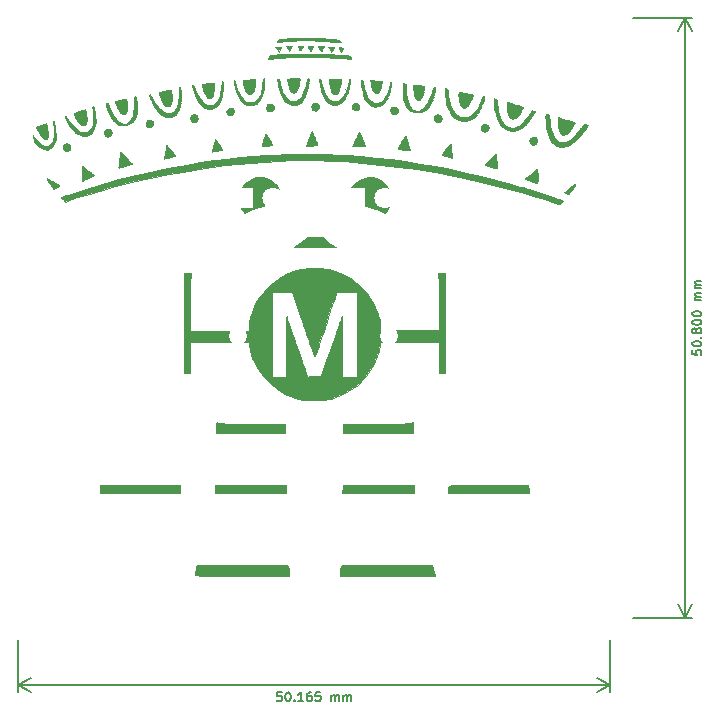
<source format=gbr>
G04 #@! TF.GenerationSoftware,KiCad,Pcbnew,5.1.4-e60b266~84~ubuntu18.04.1*
G04 #@! TF.CreationDate,2019-10-07T09:21:49-06:00*
G04 #@! TF.ProjectId,001,3030312e-6b69-4636-9164-5f7063625858,1*
G04 #@! TF.SameCoordinates,Original*
G04 #@! TF.FileFunction,Legend,Top*
G04 #@! TF.FilePolarity,Positive*
%FSLAX46Y46*%
G04 Gerber Fmt 4.6, Leading zero omitted, Abs format (unit mm)*
G04 Created by KiCad (PCBNEW 5.1.4-e60b266~84~ubuntu18.04.1) date 2019-10-07 09:21:49*
%MOMM*%
%LPD*%
G04 APERTURE LIST*
%ADD10C,0.127000*%
%ADD11C,0.010000*%
%ADD12R,1.800000X1.800000*%
%ADD13C,1.800000*%
%ADD14C,1.501600*%
G04 APERTURE END LIST*
D10*
X134719785Y-132043714D02*
X134356928Y-132043714D01*
X134320642Y-132406571D01*
X134356928Y-132370285D01*
X134429500Y-132334000D01*
X134610928Y-132334000D01*
X134683500Y-132370285D01*
X134719785Y-132406571D01*
X134756071Y-132479142D01*
X134756071Y-132660571D01*
X134719785Y-132733142D01*
X134683500Y-132769428D01*
X134610928Y-132805714D01*
X134429500Y-132805714D01*
X134356928Y-132769428D01*
X134320642Y-132733142D01*
X135227785Y-132043714D02*
X135300357Y-132043714D01*
X135372928Y-132080000D01*
X135409214Y-132116285D01*
X135445500Y-132188857D01*
X135481785Y-132334000D01*
X135481785Y-132515428D01*
X135445500Y-132660571D01*
X135409214Y-132733142D01*
X135372928Y-132769428D01*
X135300357Y-132805714D01*
X135227785Y-132805714D01*
X135155214Y-132769428D01*
X135118928Y-132733142D01*
X135082642Y-132660571D01*
X135046357Y-132515428D01*
X135046357Y-132334000D01*
X135082642Y-132188857D01*
X135118928Y-132116285D01*
X135155214Y-132080000D01*
X135227785Y-132043714D01*
X135808357Y-132733142D02*
X135844642Y-132769428D01*
X135808357Y-132805714D01*
X135772071Y-132769428D01*
X135808357Y-132733142D01*
X135808357Y-132805714D01*
X136570357Y-132805714D02*
X136134928Y-132805714D01*
X136352642Y-132805714D02*
X136352642Y-132043714D01*
X136280071Y-132152571D01*
X136207500Y-132225142D01*
X136134928Y-132261428D01*
X137223500Y-132043714D02*
X137078357Y-132043714D01*
X137005785Y-132080000D01*
X136969500Y-132116285D01*
X136896928Y-132225142D01*
X136860642Y-132370285D01*
X136860642Y-132660571D01*
X136896928Y-132733142D01*
X136933214Y-132769428D01*
X137005785Y-132805714D01*
X137150928Y-132805714D01*
X137223500Y-132769428D01*
X137259785Y-132733142D01*
X137296071Y-132660571D01*
X137296071Y-132479142D01*
X137259785Y-132406571D01*
X137223500Y-132370285D01*
X137150928Y-132334000D01*
X137005785Y-132334000D01*
X136933214Y-132370285D01*
X136896928Y-132406571D01*
X136860642Y-132479142D01*
X137985500Y-132043714D02*
X137622642Y-132043714D01*
X137586357Y-132406571D01*
X137622642Y-132370285D01*
X137695214Y-132334000D01*
X137876642Y-132334000D01*
X137949214Y-132370285D01*
X137985500Y-132406571D01*
X138021785Y-132479142D01*
X138021785Y-132660571D01*
X137985500Y-132733142D01*
X137949214Y-132769428D01*
X137876642Y-132805714D01*
X137695214Y-132805714D01*
X137622642Y-132769428D01*
X137586357Y-132733142D01*
X138928928Y-132805714D02*
X138928928Y-132297714D01*
X138928928Y-132370285D02*
X138965214Y-132334000D01*
X139037785Y-132297714D01*
X139146642Y-132297714D01*
X139219214Y-132334000D01*
X139255500Y-132406571D01*
X139255500Y-132805714D01*
X139255500Y-132406571D02*
X139291785Y-132334000D01*
X139364357Y-132297714D01*
X139473214Y-132297714D01*
X139545785Y-132334000D01*
X139582071Y-132406571D01*
X139582071Y-132805714D01*
X139944928Y-132805714D02*
X139944928Y-132297714D01*
X139944928Y-132370285D02*
X139981214Y-132334000D01*
X140053785Y-132297714D01*
X140162642Y-132297714D01*
X140235214Y-132334000D01*
X140271500Y-132406571D01*
X140271500Y-132805714D01*
X140271500Y-132406571D02*
X140307785Y-132334000D01*
X140380357Y-132297714D01*
X140489214Y-132297714D01*
X140561785Y-132334000D01*
X140598071Y-132406571D01*
X140598071Y-132805714D01*
X112395000Y-131445000D02*
X162560000Y-131445000D01*
X112395000Y-127635000D02*
X112395000Y-132031421D01*
X162560000Y-127635000D02*
X162560000Y-132031421D01*
X162560000Y-131445000D02*
X161433496Y-132031421D01*
X162560000Y-131445000D02*
X161433496Y-130858579D01*
X112395000Y-131445000D02*
X113521504Y-132031421D01*
X112395000Y-131445000D02*
X113521504Y-130858579D01*
X169508714Y-103087714D02*
X169508714Y-103450571D01*
X169871571Y-103486857D01*
X169835285Y-103450571D01*
X169799000Y-103378000D01*
X169799000Y-103196571D01*
X169835285Y-103124000D01*
X169871571Y-103087714D01*
X169944142Y-103051428D01*
X170125571Y-103051428D01*
X170198142Y-103087714D01*
X170234428Y-103124000D01*
X170270714Y-103196571D01*
X170270714Y-103378000D01*
X170234428Y-103450571D01*
X170198142Y-103486857D01*
X169508714Y-102579714D02*
X169508714Y-102507142D01*
X169545000Y-102434571D01*
X169581285Y-102398285D01*
X169653857Y-102362000D01*
X169799000Y-102325714D01*
X169980428Y-102325714D01*
X170125571Y-102362000D01*
X170198142Y-102398285D01*
X170234428Y-102434571D01*
X170270714Y-102507142D01*
X170270714Y-102579714D01*
X170234428Y-102652285D01*
X170198142Y-102688571D01*
X170125571Y-102724857D01*
X169980428Y-102761142D01*
X169799000Y-102761142D01*
X169653857Y-102724857D01*
X169581285Y-102688571D01*
X169545000Y-102652285D01*
X169508714Y-102579714D01*
X170198142Y-101999142D02*
X170234428Y-101962857D01*
X170270714Y-101999142D01*
X170234428Y-102035428D01*
X170198142Y-101999142D01*
X170270714Y-101999142D01*
X169835285Y-101527428D02*
X169799000Y-101600000D01*
X169762714Y-101636285D01*
X169690142Y-101672571D01*
X169653857Y-101672571D01*
X169581285Y-101636285D01*
X169545000Y-101600000D01*
X169508714Y-101527428D01*
X169508714Y-101382285D01*
X169545000Y-101309714D01*
X169581285Y-101273428D01*
X169653857Y-101237142D01*
X169690142Y-101237142D01*
X169762714Y-101273428D01*
X169799000Y-101309714D01*
X169835285Y-101382285D01*
X169835285Y-101527428D01*
X169871571Y-101600000D01*
X169907857Y-101636285D01*
X169980428Y-101672571D01*
X170125571Y-101672571D01*
X170198142Y-101636285D01*
X170234428Y-101600000D01*
X170270714Y-101527428D01*
X170270714Y-101382285D01*
X170234428Y-101309714D01*
X170198142Y-101273428D01*
X170125571Y-101237142D01*
X169980428Y-101237142D01*
X169907857Y-101273428D01*
X169871571Y-101309714D01*
X169835285Y-101382285D01*
X169508714Y-100765428D02*
X169508714Y-100692857D01*
X169545000Y-100620285D01*
X169581285Y-100584000D01*
X169653857Y-100547714D01*
X169799000Y-100511428D01*
X169980428Y-100511428D01*
X170125571Y-100547714D01*
X170198142Y-100584000D01*
X170234428Y-100620285D01*
X170270714Y-100692857D01*
X170270714Y-100765428D01*
X170234428Y-100838000D01*
X170198142Y-100874285D01*
X170125571Y-100910571D01*
X169980428Y-100946857D01*
X169799000Y-100946857D01*
X169653857Y-100910571D01*
X169581285Y-100874285D01*
X169545000Y-100838000D01*
X169508714Y-100765428D01*
X169508714Y-100039714D02*
X169508714Y-99967142D01*
X169545000Y-99894571D01*
X169581285Y-99858285D01*
X169653857Y-99822000D01*
X169799000Y-99785714D01*
X169980428Y-99785714D01*
X170125571Y-99822000D01*
X170198142Y-99858285D01*
X170234428Y-99894571D01*
X170270714Y-99967142D01*
X170270714Y-100039714D01*
X170234428Y-100112285D01*
X170198142Y-100148571D01*
X170125571Y-100184857D01*
X169980428Y-100221142D01*
X169799000Y-100221142D01*
X169653857Y-100184857D01*
X169581285Y-100148571D01*
X169545000Y-100112285D01*
X169508714Y-100039714D01*
X170270714Y-98878571D02*
X169762714Y-98878571D01*
X169835285Y-98878571D02*
X169799000Y-98842285D01*
X169762714Y-98769714D01*
X169762714Y-98660857D01*
X169799000Y-98588285D01*
X169871571Y-98552000D01*
X170270714Y-98552000D01*
X169871571Y-98552000D02*
X169799000Y-98515714D01*
X169762714Y-98443142D01*
X169762714Y-98334285D01*
X169799000Y-98261714D01*
X169871571Y-98225428D01*
X170270714Y-98225428D01*
X170270714Y-97862571D02*
X169762714Y-97862571D01*
X169835285Y-97862571D02*
X169799000Y-97826285D01*
X169762714Y-97753714D01*
X169762714Y-97644857D01*
X169799000Y-97572285D01*
X169871571Y-97536000D01*
X170270714Y-97536000D01*
X169871571Y-97536000D02*
X169799000Y-97499714D01*
X169762714Y-97427142D01*
X169762714Y-97318285D01*
X169799000Y-97245714D01*
X169871571Y-97209428D01*
X170270714Y-97209428D01*
X168910000Y-125730000D02*
X168910000Y-74930000D01*
X164465000Y-125730000D02*
X169496421Y-125730000D01*
X164465000Y-74930000D02*
X169496421Y-74930000D01*
X168910000Y-74930000D02*
X169496421Y-76056504D01*
X168910000Y-74930000D02*
X168323579Y-76056504D01*
X168910000Y-125730000D02*
X169496421Y-124603496D01*
X168910000Y-125730000D02*
X168323579Y-124603496D01*
D11*
G36*
X132321476Y-121270014D02*
G01*
X132711801Y-121271031D01*
X133081121Y-121272629D01*
X133427576Y-121274791D01*
X133749307Y-121277501D01*
X134044454Y-121280742D01*
X134311155Y-121284497D01*
X134547552Y-121288750D01*
X134751785Y-121293483D01*
X134921993Y-121298681D01*
X135056316Y-121304327D01*
X135152894Y-121310403D01*
X135209868Y-121316894D01*
X135222368Y-121320055D01*
X135246962Y-121331226D01*
X135265493Y-121346109D01*
X135279447Y-121370826D01*
X135290307Y-121411501D01*
X135299557Y-121474255D01*
X135308683Y-121565213D01*
X135319168Y-121690496D01*
X135322640Y-121733685D01*
X135332339Y-121849884D01*
X135342151Y-121959207D01*
X135351031Y-122050540D01*
X135357938Y-122112766D01*
X135358886Y-122119976D01*
X135371589Y-122212655D01*
X132886920Y-122208327D01*
X132529893Y-122207600D01*
X132160392Y-122206652D01*
X131783518Y-122205504D01*
X131404373Y-122204180D01*
X131028057Y-122202704D01*
X130659673Y-122201098D01*
X130304320Y-122199385D01*
X129967101Y-122197589D01*
X129653117Y-122195733D01*
X129367468Y-122193839D01*
X129115256Y-122191931D01*
X128952335Y-122190516D01*
X128668326Y-122187571D01*
X128407652Y-122184259D01*
X128172712Y-122180634D01*
X127965909Y-122176751D01*
X127789642Y-122172666D01*
X127646313Y-122168433D01*
X127538322Y-122164108D01*
X127468070Y-122159746D01*
X127438918Y-122155776D01*
X127395773Y-122132696D01*
X127378429Y-122105982D01*
X127378502Y-122104795D01*
X127383173Y-122075526D01*
X127394124Y-122012958D01*
X127409828Y-121925403D01*
X127428756Y-121821169D01*
X127449381Y-121708565D01*
X127470175Y-121595902D01*
X127489610Y-121491488D01*
X127506160Y-121403633D01*
X127518295Y-121340646D01*
X127524440Y-121311022D01*
X127539682Y-121307168D01*
X127584144Y-121303529D01*
X127658962Y-121300091D01*
X127765272Y-121296837D01*
X127904210Y-121293751D01*
X128076913Y-121290816D01*
X128284517Y-121288018D01*
X128528156Y-121285339D01*
X128808968Y-121282764D01*
X129128089Y-121280276D01*
X129486654Y-121277859D01*
X129885799Y-121275498D01*
X130119884Y-121274234D01*
X130587332Y-121272094D01*
X131043075Y-121270619D01*
X131485253Y-121269792D01*
X131912007Y-121269596D01*
X132321476Y-121270014D01*
X132321476Y-121270014D01*
G37*
X132321476Y-121270014D02*
X132711801Y-121271031D01*
X133081121Y-121272629D01*
X133427576Y-121274791D01*
X133749307Y-121277501D01*
X134044454Y-121280742D01*
X134311155Y-121284497D01*
X134547552Y-121288750D01*
X134751785Y-121293483D01*
X134921993Y-121298681D01*
X135056316Y-121304327D01*
X135152894Y-121310403D01*
X135209868Y-121316894D01*
X135222368Y-121320055D01*
X135246962Y-121331226D01*
X135265493Y-121346109D01*
X135279447Y-121370826D01*
X135290307Y-121411501D01*
X135299557Y-121474255D01*
X135308683Y-121565213D01*
X135319168Y-121690496D01*
X135322640Y-121733685D01*
X135332339Y-121849884D01*
X135342151Y-121959207D01*
X135351031Y-122050540D01*
X135357938Y-122112766D01*
X135358886Y-122119976D01*
X135371589Y-122212655D01*
X132886920Y-122208327D01*
X132529893Y-122207600D01*
X132160392Y-122206652D01*
X131783518Y-122205504D01*
X131404373Y-122204180D01*
X131028057Y-122202704D01*
X130659673Y-122201098D01*
X130304320Y-122199385D01*
X129967101Y-122197589D01*
X129653117Y-122195733D01*
X129367468Y-122193839D01*
X129115256Y-122191931D01*
X128952335Y-122190516D01*
X128668326Y-122187571D01*
X128407652Y-122184259D01*
X128172712Y-122180634D01*
X127965909Y-122176751D01*
X127789642Y-122172666D01*
X127646313Y-122168433D01*
X127538322Y-122164108D01*
X127468070Y-122159746D01*
X127438918Y-122155776D01*
X127395773Y-122132696D01*
X127378429Y-122105982D01*
X127378502Y-122104795D01*
X127383173Y-122075526D01*
X127394124Y-122012958D01*
X127409828Y-121925403D01*
X127428756Y-121821169D01*
X127449381Y-121708565D01*
X127470175Y-121595902D01*
X127489610Y-121491488D01*
X127506160Y-121403633D01*
X127518295Y-121340646D01*
X127524440Y-121311022D01*
X127539682Y-121307168D01*
X127584144Y-121303529D01*
X127658962Y-121300091D01*
X127765272Y-121296837D01*
X127904210Y-121293751D01*
X128076913Y-121290816D01*
X128284517Y-121288018D01*
X128528156Y-121285339D01*
X128808968Y-121282764D01*
X129128089Y-121280276D01*
X129486654Y-121277859D01*
X129885799Y-121275498D01*
X130119884Y-121274234D01*
X130587332Y-121272094D01*
X131043075Y-121270619D01*
X131485253Y-121269792D01*
X131912007Y-121269596D01*
X132321476Y-121270014D01*
G36*
X144742847Y-121264692D02*
G01*
X145049150Y-121265233D01*
X147482883Y-121270738D01*
X147538799Y-121545905D01*
X147565605Y-121670141D01*
X147596129Y-121799512D01*
X147626435Y-121917913D01*
X147650358Y-122002080D01*
X147675117Y-122084174D01*
X147694210Y-122150441D01*
X147704783Y-122190836D01*
X147706001Y-122197872D01*
X147685177Y-122199376D01*
X147624076Y-122200839D01*
X147524753Y-122202251D01*
X147389264Y-122203606D01*
X147219665Y-122204897D01*
X147018012Y-122206115D01*
X146786362Y-122207253D01*
X146526769Y-122208304D01*
X146241289Y-122209260D01*
X145931979Y-122210113D01*
X145600894Y-122210856D01*
X145250091Y-122211481D01*
X144881624Y-122211981D01*
X144497550Y-122212349D01*
X144099925Y-122212576D01*
X143690805Y-122212654D01*
X143684335Y-122212655D01*
X139662668Y-122212655D01*
X139664341Y-122143863D01*
X139666886Y-122100376D01*
X139672881Y-122023282D01*
X139681605Y-121921098D01*
X139692337Y-121802344D01*
X139701399Y-121706173D01*
X139736784Y-121337275D01*
X139800267Y-121318104D01*
X139838311Y-121312952D01*
X139916397Y-121307933D01*
X140032237Y-121303072D01*
X140183539Y-121298391D01*
X140368013Y-121293913D01*
X140583370Y-121289662D01*
X140827319Y-121285659D01*
X141097570Y-121281930D01*
X141391833Y-121278495D01*
X141707817Y-121275380D01*
X142043233Y-121272606D01*
X142395789Y-121270196D01*
X142763197Y-121268175D01*
X143143166Y-121266564D01*
X143533406Y-121265388D01*
X143931626Y-121264668D01*
X144335537Y-121264428D01*
X144742847Y-121264692D01*
X144742847Y-121264692D01*
G37*
X144742847Y-121264692D02*
X145049150Y-121265233D01*
X147482883Y-121270738D01*
X147538799Y-121545905D01*
X147565605Y-121670141D01*
X147596129Y-121799512D01*
X147626435Y-121917913D01*
X147650358Y-122002080D01*
X147675117Y-122084174D01*
X147694210Y-122150441D01*
X147704783Y-122190836D01*
X147706001Y-122197872D01*
X147685177Y-122199376D01*
X147624076Y-122200839D01*
X147524753Y-122202251D01*
X147389264Y-122203606D01*
X147219665Y-122204897D01*
X147018012Y-122206115D01*
X146786362Y-122207253D01*
X146526769Y-122208304D01*
X146241289Y-122209260D01*
X145931979Y-122210113D01*
X145600894Y-122210856D01*
X145250091Y-122211481D01*
X144881624Y-122211981D01*
X144497550Y-122212349D01*
X144099925Y-122212576D01*
X143690805Y-122212654D01*
X143684335Y-122212655D01*
X139662668Y-122212655D01*
X139664341Y-122143863D01*
X139666886Y-122100376D01*
X139672881Y-122023282D01*
X139681605Y-121921098D01*
X139692337Y-121802344D01*
X139701399Y-121706173D01*
X139736784Y-121337275D01*
X139800267Y-121318104D01*
X139838311Y-121312952D01*
X139916397Y-121307933D01*
X140032237Y-121303072D01*
X140183539Y-121298391D01*
X140368013Y-121293913D01*
X140583370Y-121289662D01*
X140827319Y-121285659D01*
X141097570Y-121281930D01*
X141391833Y-121278495D01*
X141707817Y-121275380D01*
X142043233Y-121272606D01*
X142395789Y-121270196D01*
X142763197Y-121268175D01*
X143143166Y-121266564D01*
X143533406Y-121265388D01*
X143931626Y-121264668D01*
X144335537Y-121264428D01*
X144742847Y-121264692D01*
G36*
X126116001Y-115206488D02*
G01*
X122730584Y-115206488D01*
X122320683Y-115206371D01*
X121929257Y-115206026D01*
X121558122Y-115205465D01*
X121209092Y-115204696D01*
X120883983Y-115203730D01*
X120584612Y-115202577D01*
X120312793Y-115201248D01*
X120070343Y-115199752D01*
X119859077Y-115198100D01*
X119680812Y-115196301D01*
X119537361Y-115194366D01*
X119430543Y-115192305D01*
X119362171Y-115190129D01*
X119334062Y-115187846D01*
X119333442Y-115187518D01*
X119330631Y-115160612D01*
X119330883Y-115099580D01*
X119333972Y-115012498D01*
X119339674Y-114907446D01*
X119342463Y-114864726D01*
X119349939Y-114753040D01*
X119356264Y-114654420D01*
X119360899Y-114577579D01*
X119363305Y-114531230D01*
X119363521Y-114523863D01*
X119365107Y-114519004D01*
X119371063Y-114514588D01*
X119383316Y-114510595D01*
X119403792Y-114507002D01*
X119434416Y-114503790D01*
X119477114Y-114500936D01*
X119533814Y-114498421D01*
X119606441Y-114496221D01*
X119696920Y-114494317D01*
X119807179Y-114492688D01*
X119939143Y-114491311D01*
X120094738Y-114490167D01*
X120275891Y-114489233D01*
X120484527Y-114488490D01*
X120722573Y-114487915D01*
X120991955Y-114487487D01*
X121294599Y-114487186D01*
X121632431Y-114486990D01*
X122007376Y-114486878D01*
X122421362Y-114486829D01*
X122739918Y-114486821D01*
X126116001Y-114486821D01*
X126116001Y-115206488D01*
X126116001Y-115206488D01*
G37*
X126116001Y-115206488D02*
X122730584Y-115206488D01*
X122320683Y-115206371D01*
X121929257Y-115206026D01*
X121558122Y-115205465D01*
X121209092Y-115204696D01*
X120883983Y-115203730D01*
X120584612Y-115202577D01*
X120312793Y-115201248D01*
X120070343Y-115199752D01*
X119859077Y-115198100D01*
X119680812Y-115196301D01*
X119537361Y-115194366D01*
X119430543Y-115192305D01*
X119362171Y-115190129D01*
X119334062Y-115187846D01*
X119333442Y-115187518D01*
X119330631Y-115160612D01*
X119330883Y-115099580D01*
X119333972Y-115012498D01*
X119339674Y-114907446D01*
X119342463Y-114864726D01*
X119349939Y-114753040D01*
X119356264Y-114654420D01*
X119360899Y-114577579D01*
X119363305Y-114531230D01*
X119363521Y-114523863D01*
X119365107Y-114519004D01*
X119371063Y-114514588D01*
X119383316Y-114510595D01*
X119403792Y-114507002D01*
X119434416Y-114503790D01*
X119477114Y-114500936D01*
X119533814Y-114498421D01*
X119606441Y-114496221D01*
X119696920Y-114494317D01*
X119807179Y-114492688D01*
X119939143Y-114491311D01*
X120094738Y-114490167D01*
X120275891Y-114489233D01*
X120484527Y-114488490D01*
X120722573Y-114487915D01*
X120991955Y-114487487D01*
X121294599Y-114487186D01*
X121632431Y-114486990D01*
X122007376Y-114486878D01*
X122421362Y-114486829D01*
X122739918Y-114486821D01*
X126116001Y-114486821D01*
X126116001Y-115206488D01*
G36*
X135111835Y-115206488D02*
G01*
X132116087Y-115206488D01*
X131688177Y-115206426D01*
X131300779Y-115206230D01*
X130952070Y-115205883D01*
X130640228Y-115205369D01*
X130363432Y-115204671D01*
X130119859Y-115203772D01*
X129907687Y-115202656D01*
X129725095Y-115201306D01*
X129570260Y-115199706D01*
X129441361Y-115197839D01*
X129336576Y-115195688D01*
X129254082Y-115193238D01*
X129192057Y-115190470D01*
X129148681Y-115187370D01*
X129122130Y-115183920D01*
X129110583Y-115180103D01*
X129109845Y-115179141D01*
X129106577Y-115149350D01*
X129104495Y-115085269D01*
X129103703Y-114994926D01*
X129104305Y-114886350D01*
X129105218Y-114824599D01*
X129111085Y-114497405D01*
X132111460Y-114492040D01*
X135111835Y-114486676D01*
X135111835Y-115206488D01*
X135111835Y-115206488D01*
G37*
X135111835Y-115206488D02*
X132116087Y-115206488D01*
X131688177Y-115206426D01*
X131300779Y-115206230D01*
X130952070Y-115205883D01*
X130640228Y-115205369D01*
X130363432Y-115204671D01*
X130119859Y-115203772D01*
X129907687Y-115202656D01*
X129725095Y-115201306D01*
X129570260Y-115199706D01*
X129441361Y-115197839D01*
X129336576Y-115195688D01*
X129254082Y-115193238D01*
X129192057Y-115190470D01*
X129148681Y-115187370D01*
X129122130Y-115183920D01*
X129110583Y-115180103D01*
X129109845Y-115179141D01*
X129106577Y-115149350D01*
X129104495Y-115085269D01*
X129103703Y-114994926D01*
X129104305Y-114886350D01*
X129105218Y-114824599D01*
X129111085Y-114497405D01*
X132111460Y-114492040D01*
X135111835Y-114486676D01*
X135111835Y-115206488D01*
G36*
X145917418Y-115195905D02*
G01*
X142874710Y-115201268D01*
X142519427Y-115201785D01*
X142175923Y-115202072D01*
X141846558Y-115202138D01*
X141533697Y-115201989D01*
X141239701Y-115201635D01*
X140966936Y-115201083D01*
X140717762Y-115200343D01*
X140494544Y-115199421D01*
X140299644Y-115198327D01*
X140135425Y-115197068D01*
X140004251Y-115195654D01*
X139908484Y-115194091D01*
X139850487Y-115192388D01*
X139832519Y-115190685D01*
X139837467Y-115162070D01*
X139849377Y-115108166D01*
X139856203Y-115079488D01*
X139866895Y-115018825D01*
X139877713Y-114929171D01*
X139887223Y-114823837D01*
X139892728Y-114740821D01*
X139906085Y-114497405D01*
X145917418Y-114497405D01*
X145917418Y-115195905D01*
X145917418Y-115195905D01*
G37*
X145917418Y-115195905D02*
X142874710Y-115201268D01*
X142519427Y-115201785D01*
X142175923Y-115202072D01*
X141846558Y-115202138D01*
X141533697Y-115201989D01*
X141239701Y-115201635D01*
X140966936Y-115201083D01*
X140717762Y-115200343D01*
X140494544Y-115199421D01*
X140299644Y-115198327D01*
X140135425Y-115197068D01*
X140004251Y-115195654D01*
X139908484Y-115194091D01*
X139850487Y-115192388D01*
X139832519Y-115190685D01*
X139837467Y-115162070D01*
X139849377Y-115108166D01*
X139856203Y-115079488D01*
X139866895Y-115018825D01*
X139877713Y-114929171D01*
X139887223Y-114823837D01*
X139892728Y-114740821D01*
X139906085Y-114497405D01*
X145917418Y-114497405D01*
X145917418Y-115195905D01*
G36*
X153426163Y-114488128D02*
G01*
X153719021Y-114488450D01*
X154001154Y-114488978D01*
X154269635Y-114489713D01*
X154521534Y-114490657D01*
X154753923Y-114491811D01*
X154963873Y-114493175D01*
X155148455Y-114494751D01*
X155304740Y-114496539D01*
X155429800Y-114498541D01*
X155520705Y-114500758D01*
X155574528Y-114503191D01*
X155588907Y-114505273D01*
X155599286Y-114538849D01*
X155612019Y-114604503D01*
X155625772Y-114692140D01*
X155639214Y-114791666D01*
X155651013Y-114892985D01*
X155659836Y-114986004D01*
X155664350Y-115060627D01*
X155664668Y-115079349D01*
X155664668Y-115206488D01*
X152260362Y-115206488D01*
X151883977Y-115206402D01*
X151519080Y-115206149D01*
X151167916Y-115205739D01*
X150832734Y-115205182D01*
X150515779Y-115204486D01*
X150219300Y-115203660D01*
X149945542Y-115202715D01*
X149696752Y-115201659D01*
X149475178Y-115200501D01*
X149283067Y-115199252D01*
X149122665Y-115197919D01*
X148996219Y-115196513D01*
X148905975Y-115195043D01*
X148854182Y-115193517D01*
X148841946Y-115192377D01*
X148836441Y-115166836D01*
X148831940Y-115107812D01*
X148828915Y-115024154D01*
X148827835Y-114926831D01*
X148828382Y-114818985D01*
X148830966Y-114744861D01*
X148837001Y-114695856D01*
X148847903Y-114663363D01*
X148865085Y-114638777D01*
X148877294Y-114625938D01*
X148909582Y-114600198D01*
X148953087Y-114578823D01*
X149012126Y-114561216D01*
X149091017Y-114546784D01*
X149194079Y-114534931D01*
X149325629Y-114525063D01*
X149489987Y-114516584D01*
X149691470Y-114508900D01*
X149738001Y-114507361D01*
X149840264Y-114504712D01*
X149975734Y-114502254D01*
X150141484Y-114499987D01*
X150334583Y-114497913D01*
X150552105Y-114496034D01*
X150791118Y-114494349D01*
X151048696Y-114492860D01*
X151321909Y-114491568D01*
X151607828Y-114490474D01*
X151903525Y-114489579D01*
X152206070Y-114488884D01*
X152512535Y-114488391D01*
X152819992Y-114488100D01*
X153125511Y-114488012D01*
X153426163Y-114488128D01*
X153426163Y-114488128D01*
G37*
X153426163Y-114488128D02*
X153719021Y-114488450D01*
X154001154Y-114488978D01*
X154269635Y-114489713D01*
X154521534Y-114490657D01*
X154753923Y-114491811D01*
X154963873Y-114493175D01*
X155148455Y-114494751D01*
X155304740Y-114496539D01*
X155429800Y-114498541D01*
X155520705Y-114500758D01*
X155574528Y-114503191D01*
X155588907Y-114505273D01*
X155599286Y-114538849D01*
X155612019Y-114604503D01*
X155625772Y-114692140D01*
X155639214Y-114791666D01*
X155651013Y-114892985D01*
X155659836Y-114986004D01*
X155664350Y-115060627D01*
X155664668Y-115079349D01*
X155664668Y-115206488D01*
X152260362Y-115206488D01*
X151883977Y-115206402D01*
X151519080Y-115206149D01*
X151167916Y-115205739D01*
X150832734Y-115205182D01*
X150515779Y-115204486D01*
X150219300Y-115203660D01*
X149945542Y-115202715D01*
X149696752Y-115201659D01*
X149475178Y-115200501D01*
X149283067Y-115199252D01*
X149122665Y-115197919D01*
X148996219Y-115196513D01*
X148905975Y-115195043D01*
X148854182Y-115193517D01*
X148841946Y-115192377D01*
X148836441Y-115166836D01*
X148831940Y-115107812D01*
X148828915Y-115024154D01*
X148827835Y-114926831D01*
X148828382Y-114818985D01*
X148830966Y-114744861D01*
X148837001Y-114695856D01*
X148847903Y-114663363D01*
X148865085Y-114638777D01*
X148877294Y-114625938D01*
X148909582Y-114600198D01*
X148953087Y-114578823D01*
X149012126Y-114561216D01*
X149091017Y-114546784D01*
X149194079Y-114534931D01*
X149325629Y-114525063D01*
X149489987Y-114516584D01*
X149691470Y-114508900D01*
X149738001Y-114507361D01*
X149840264Y-114504712D01*
X149975734Y-114502254D01*
X150141484Y-114499987D01*
X150334583Y-114497913D01*
X150552105Y-114496034D01*
X150791118Y-114494349D01*
X151048696Y-114492860D01*
X151321909Y-114491568D01*
X151607828Y-114490474D01*
X151903525Y-114489579D01*
X152206070Y-114488884D01*
X152512535Y-114488391D01*
X152819992Y-114488100D01*
X153125511Y-114488012D01*
X153426163Y-114488128D01*
G36*
X129275254Y-109205254D02*
G01*
X129330657Y-109216938D01*
X129356173Y-109223179D01*
X129428522Y-109239887D01*
X129504427Y-109255023D01*
X129586275Y-109268682D01*
X129676454Y-109280956D01*
X129777352Y-109291938D01*
X129891356Y-109301722D01*
X130020855Y-109310401D01*
X130168236Y-109318067D01*
X130335886Y-109324815D01*
X130526194Y-109330737D01*
X130741548Y-109335927D01*
X130984334Y-109340477D01*
X131256941Y-109344482D01*
X131561757Y-109348033D01*
X131901169Y-109351224D01*
X132277565Y-109354149D01*
X132693333Y-109356901D01*
X132799376Y-109357546D01*
X135048335Y-109371045D01*
X135048335Y-110062988D01*
X129164001Y-110062988D01*
X129164001Y-109664867D01*
X129164270Y-109509004D01*
X129166412Y-109390875D01*
X129172428Y-109305881D01*
X129184319Y-109249421D01*
X129204087Y-109216896D01*
X129233731Y-109203707D01*
X129275254Y-109205254D01*
X129275254Y-109205254D01*
G37*
X129275254Y-109205254D02*
X129330657Y-109216938D01*
X129356173Y-109223179D01*
X129428522Y-109239887D01*
X129504427Y-109255023D01*
X129586275Y-109268682D01*
X129676454Y-109280956D01*
X129777352Y-109291938D01*
X129891356Y-109301722D01*
X130020855Y-109310401D01*
X130168236Y-109318067D01*
X130335886Y-109324815D01*
X130526194Y-109330737D01*
X130741548Y-109335927D01*
X130984334Y-109340477D01*
X131256941Y-109344482D01*
X131561757Y-109348033D01*
X131901169Y-109351224D01*
X132277565Y-109354149D01*
X132693333Y-109356901D01*
X132799376Y-109357546D01*
X135048335Y-109371045D01*
X135048335Y-110062988D01*
X129164001Y-110062988D01*
X129164001Y-109664867D01*
X129164270Y-109509004D01*
X129166412Y-109390875D01*
X129172428Y-109305881D01*
X129184319Y-109249421D01*
X129204087Y-109216896D01*
X129233731Y-109203707D01*
X129275254Y-109205254D01*
G36*
X145825537Y-109211532D02*
G01*
X145828786Y-109214445D01*
X145839244Y-109244269D01*
X145847760Y-109311735D01*
X145854432Y-109418180D01*
X145859361Y-109564940D01*
X145861157Y-109651268D01*
X145868397Y-110062988D01*
X139959001Y-110062988D01*
X139959001Y-109371008D01*
X142197376Y-109357828D01*
X142625850Y-109355130D01*
X143014354Y-109352266D01*
X143365255Y-109349142D01*
X143680914Y-109345667D01*
X143963698Y-109341750D01*
X144215971Y-109337297D01*
X144440096Y-109332217D01*
X144638438Y-109326417D01*
X144813362Y-109319806D01*
X144967232Y-109312292D01*
X145102411Y-109303782D01*
X145221265Y-109294184D01*
X145326158Y-109283407D01*
X145419454Y-109271357D01*
X145503518Y-109257944D01*
X145580713Y-109243075D01*
X145653405Y-109226657D01*
X145670036Y-109222578D01*
X145749226Y-109205332D01*
X145797928Y-109201811D01*
X145825537Y-109211532D01*
X145825537Y-109211532D01*
G37*
X145825537Y-109211532D02*
X145828786Y-109214445D01*
X145839244Y-109244269D01*
X145847760Y-109311735D01*
X145854432Y-109418180D01*
X145859361Y-109564940D01*
X145861157Y-109651268D01*
X145868397Y-110062988D01*
X139959001Y-110062988D01*
X139959001Y-109371008D01*
X142197376Y-109357828D01*
X142625850Y-109355130D01*
X143014354Y-109352266D01*
X143365255Y-109349142D01*
X143680914Y-109345667D01*
X143963698Y-109341750D01*
X144215971Y-109337297D01*
X144440096Y-109332217D01*
X144638438Y-109326417D01*
X144813362Y-109319806D01*
X144967232Y-109312292D01*
X145102411Y-109303782D01*
X145221265Y-109294184D01*
X145326158Y-109283407D01*
X145419454Y-109271357D01*
X145503518Y-109257944D01*
X145580713Y-109243075D01*
X145653405Y-109226657D01*
X145670036Y-109222578D01*
X145749226Y-109205332D01*
X145797928Y-109201811D01*
X145825537Y-109211532D01*
G36*
X137924793Y-96149833D02*
G01*
X138161919Y-96163732D01*
X138338790Y-96180729D01*
X138529815Y-96210513D01*
X138747549Y-96256906D01*
X138981219Y-96316832D01*
X139220054Y-96387217D01*
X139453283Y-96464987D01*
X139670134Y-96547067D01*
X139770462Y-96589382D01*
X140168652Y-96786321D01*
X140556542Y-97021522D01*
X140929874Y-97291349D01*
X141284395Y-97592165D01*
X141615847Y-97920333D01*
X141919975Y-98272217D01*
X142192523Y-98644179D01*
X142215631Y-98678931D01*
X142370552Y-98931700D01*
X142519822Y-99209265D01*
X142659223Y-99501834D01*
X142784539Y-99799616D01*
X142891551Y-100092821D01*
X142976044Y-100371656D01*
X143016340Y-100537988D01*
X143035516Y-100653328D01*
X143051954Y-100804106D01*
X143065420Y-100983503D01*
X143075677Y-101184698D01*
X143082488Y-101400869D01*
X143085618Y-101625198D01*
X143084831Y-101850862D01*
X143079890Y-102071041D01*
X143074233Y-102210155D01*
X143057486Y-102489447D01*
X143034962Y-102735369D01*
X143004404Y-102956735D01*
X142963554Y-103162362D01*
X142910156Y-103361066D01*
X142841952Y-103561661D01*
X142756684Y-103772965D01*
X142652095Y-104003792D01*
X142572880Y-104168071D01*
X142409929Y-104480945D01*
X142241093Y-104764508D01*
X142058945Y-105029227D01*
X141856056Y-105285571D01*
X141624999Y-105544009D01*
X141516200Y-105657299D01*
X141152858Y-106000156D01*
X140770606Y-106305444D01*
X140369906Y-106572895D01*
X139951216Y-106802241D01*
X139514999Y-106993213D01*
X139061713Y-107145542D01*
X138884370Y-107193419D01*
X138665446Y-107240242D01*
X138414177Y-107279577D01*
X138139996Y-107310780D01*
X137852335Y-107333211D01*
X137560624Y-107346227D01*
X137274297Y-107349188D01*
X137002784Y-107341450D01*
X136853411Y-107331611D01*
X136540041Y-107290572D01*
X136208135Y-107218764D01*
X135865048Y-107118912D01*
X135518133Y-106993739D01*
X135174746Y-106845970D01*
X134842240Y-106678330D01*
X134527971Y-106493541D01*
X134444615Y-106439345D01*
X134238366Y-106298040D01*
X134058116Y-106164484D01*
X133891484Y-106028564D01*
X133726089Y-105880165D01*
X133549550Y-105709173D01*
X133544040Y-105703677D01*
X133242021Y-105381089D01*
X132974971Y-105049622D01*
X132737576Y-104701481D01*
X132524517Y-104328870D01*
X132330770Y-103924655D01*
X132243295Y-103718256D01*
X132168911Y-103524149D01*
X132106742Y-103336807D01*
X132055915Y-103150700D01*
X132015554Y-102960299D01*
X131984785Y-102760077D01*
X131962733Y-102544504D01*
X131948523Y-102308052D01*
X131941282Y-102045192D01*
X131940134Y-101750396D01*
X131943224Y-101474931D01*
X131947172Y-101258831D01*
X131951848Y-101078491D01*
X131958112Y-100927340D01*
X131966823Y-100798803D01*
X131978843Y-100686310D01*
X131995031Y-100583286D01*
X132016247Y-100483160D01*
X132043351Y-100379359D01*
X132077204Y-100265310D01*
X132118641Y-100134516D01*
X132293221Y-99658982D01*
X132503277Y-99205837D01*
X132748129Y-98776096D01*
X133027093Y-98370774D01*
X133212202Y-98145669D01*
X133947668Y-98145669D01*
X133947668Y-105321655D01*
X135111835Y-105321655D01*
X135114601Y-102935113D01*
X135115083Y-102617383D01*
X135115772Y-102309255D01*
X135116650Y-102013638D01*
X135117698Y-101733443D01*
X135118898Y-101471581D01*
X135120233Y-101230962D01*
X135121684Y-101014498D01*
X135123232Y-100825097D01*
X135124860Y-100665672D01*
X135126550Y-100539133D01*
X135128283Y-100448390D01*
X135130042Y-100396354D01*
X135130476Y-100389821D01*
X135143585Y-100231071D01*
X135182871Y-100368655D01*
X135221280Y-100497359D01*
X135274042Y-100664840D01*
X135340838Y-100870165D01*
X135421347Y-101112401D01*
X135515250Y-101390616D01*
X135622227Y-101703876D01*
X135741959Y-102051249D01*
X135874127Y-102431802D01*
X136018409Y-102844602D01*
X136174488Y-103288717D01*
X136342042Y-103763214D01*
X136466774Y-104115155D01*
X136538379Y-104316942D01*
X136606540Y-104509084D01*
X136669779Y-104687410D01*
X136726619Y-104847750D01*
X136775581Y-104985935D01*
X136815187Y-105097794D01*
X136843961Y-105179158D01*
X136860423Y-105225857D01*
X136862467Y-105231696D01*
X136893814Y-105321655D01*
X137172283Y-105321577D01*
X137307869Y-105320409D01*
X137465219Y-105317296D01*
X137623834Y-105312728D01*
X137750483Y-105307787D01*
X138050215Y-105294075D01*
X138244854Y-104752240D01*
X138427100Y-104244256D01*
X138595191Y-103774345D01*
X138749687Y-103340888D01*
X138891149Y-102942266D01*
X139020137Y-102576858D01*
X139137212Y-102243046D01*
X139242935Y-101939210D01*
X139337867Y-101663729D01*
X139422567Y-101414985D01*
X139497597Y-101191359D01*
X139563517Y-100991229D01*
X139620889Y-100812977D01*
X139670272Y-100654984D01*
X139712227Y-100515629D01*
X139716536Y-100500946D01*
X139747418Y-100399325D01*
X139775483Y-100314122D01*
X139798140Y-100252697D01*
X139812798Y-100222406D01*
X139815309Y-100220488D01*
X139818423Y-100241019D01*
X139821347Y-100300071D01*
X139824030Y-100393831D01*
X139826415Y-100518487D01*
X139828449Y-100670226D01*
X139830077Y-100845237D01*
X139831244Y-101039705D01*
X139831897Y-101249821D01*
X139832019Y-101389946D01*
X139832279Y-101637806D01*
X139833021Y-101919141D01*
X139834194Y-102225093D01*
X139835751Y-102546807D01*
X139837643Y-102875428D01*
X139839821Y-103202099D01*
X139842235Y-103517965D01*
X139844838Y-103814169D01*
X139846077Y-103940530D01*
X139860116Y-105321655D01*
X141080835Y-105321655D01*
X141080835Y-98145113D01*
X140228876Y-98158903D01*
X140042984Y-98162224D01*
X139870415Y-98165907D01*
X139715730Y-98169811D01*
X139583492Y-98173793D01*
X139478262Y-98177712D01*
X139404602Y-98181424D01*
X139367074Y-98184788D01*
X139363292Y-98185882D01*
X139354775Y-98207609D01*
X139334230Y-98266563D01*
X139302666Y-98359693D01*
X139261090Y-98483951D01*
X139210513Y-98636286D01*
X139151942Y-98813650D01*
X139086386Y-99012991D01*
X139014854Y-99231262D01*
X138938354Y-99465411D01*
X138857895Y-99712390D01*
X138826893Y-99807738D01*
X138674412Y-100276642D01*
X138534296Y-100706808D01*
X138405996Y-101099814D01*
X138288963Y-101457236D01*
X138182649Y-101780652D01*
X138086505Y-102071639D01*
X137999981Y-102331775D01*
X137922530Y-102562637D01*
X137853603Y-102765803D01*
X137792650Y-102942850D01*
X137739124Y-103095356D01*
X137692475Y-103224897D01*
X137652154Y-103333051D01*
X137617613Y-103421396D01*
X137588303Y-103491509D01*
X137563675Y-103544967D01*
X137543181Y-103583348D01*
X137526271Y-103608229D01*
X137512398Y-103621188D01*
X137501011Y-103623801D01*
X137499466Y-103623393D01*
X137494434Y-103620070D01*
X137488145Y-103611958D01*
X137479965Y-103597225D01*
X137469260Y-103574039D01*
X137455395Y-103540570D01*
X137437735Y-103494985D01*
X137415647Y-103435453D01*
X137388495Y-103360143D01*
X137355646Y-103267223D01*
X137316465Y-103154862D01*
X137270318Y-103021228D01*
X137216569Y-102864490D01*
X137154586Y-102682816D01*
X137083733Y-102474376D01*
X137003376Y-102237336D01*
X136912881Y-101969867D01*
X136811612Y-101670137D01*
X136698937Y-101336313D01*
X136574220Y-100966565D01*
X136436827Y-100559062D01*
X136394047Y-100432155D01*
X135627035Y-98156738D01*
X134787351Y-98151203D01*
X133947668Y-98145669D01*
X133212202Y-98145669D01*
X133339487Y-97990883D01*
X133684630Y-97637439D01*
X133964391Y-97390467D01*
X134323814Y-97118086D01*
X134708848Y-96873780D01*
X135113761Y-96660218D01*
X135532818Y-96480070D01*
X135960287Y-96336005D01*
X136390434Y-96230694D01*
X136498251Y-96210641D01*
X136687929Y-96184129D01*
X136909779Y-96163957D01*
X137154097Y-96150283D01*
X137411176Y-96143267D01*
X137671310Y-96143064D01*
X137924793Y-96149833D01*
X137924793Y-96149833D01*
G37*
X137924793Y-96149833D02*
X138161919Y-96163732D01*
X138338790Y-96180729D01*
X138529815Y-96210513D01*
X138747549Y-96256906D01*
X138981219Y-96316832D01*
X139220054Y-96387217D01*
X139453283Y-96464987D01*
X139670134Y-96547067D01*
X139770462Y-96589382D01*
X140168652Y-96786321D01*
X140556542Y-97021522D01*
X140929874Y-97291349D01*
X141284395Y-97592165D01*
X141615847Y-97920333D01*
X141919975Y-98272217D01*
X142192523Y-98644179D01*
X142215631Y-98678931D01*
X142370552Y-98931700D01*
X142519822Y-99209265D01*
X142659223Y-99501834D01*
X142784539Y-99799616D01*
X142891551Y-100092821D01*
X142976044Y-100371656D01*
X143016340Y-100537988D01*
X143035516Y-100653328D01*
X143051954Y-100804106D01*
X143065420Y-100983503D01*
X143075677Y-101184698D01*
X143082488Y-101400869D01*
X143085618Y-101625198D01*
X143084831Y-101850862D01*
X143079890Y-102071041D01*
X143074233Y-102210155D01*
X143057486Y-102489447D01*
X143034962Y-102735369D01*
X143004404Y-102956735D01*
X142963554Y-103162362D01*
X142910156Y-103361066D01*
X142841952Y-103561661D01*
X142756684Y-103772965D01*
X142652095Y-104003792D01*
X142572880Y-104168071D01*
X142409929Y-104480945D01*
X142241093Y-104764508D01*
X142058945Y-105029227D01*
X141856056Y-105285571D01*
X141624999Y-105544009D01*
X141516200Y-105657299D01*
X141152858Y-106000156D01*
X140770606Y-106305444D01*
X140369906Y-106572895D01*
X139951216Y-106802241D01*
X139514999Y-106993213D01*
X139061713Y-107145542D01*
X138884370Y-107193419D01*
X138665446Y-107240242D01*
X138414177Y-107279577D01*
X138139996Y-107310780D01*
X137852335Y-107333211D01*
X137560624Y-107346227D01*
X137274297Y-107349188D01*
X137002784Y-107341450D01*
X136853411Y-107331611D01*
X136540041Y-107290572D01*
X136208135Y-107218764D01*
X135865048Y-107118912D01*
X135518133Y-106993739D01*
X135174746Y-106845970D01*
X134842240Y-106678330D01*
X134527971Y-106493541D01*
X134444615Y-106439345D01*
X134238366Y-106298040D01*
X134058116Y-106164484D01*
X133891484Y-106028564D01*
X133726089Y-105880165D01*
X133549550Y-105709173D01*
X133544040Y-105703677D01*
X133242021Y-105381089D01*
X132974971Y-105049622D01*
X132737576Y-104701481D01*
X132524517Y-104328870D01*
X132330770Y-103924655D01*
X132243295Y-103718256D01*
X132168911Y-103524149D01*
X132106742Y-103336807D01*
X132055915Y-103150700D01*
X132015554Y-102960299D01*
X131984785Y-102760077D01*
X131962733Y-102544504D01*
X131948523Y-102308052D01*
X131941282Y-102045192D01*
X131940134Y-101750396D01*
X131943224Y-101474931D01*
X131947172Y-101258831D01*
X131951848Y-101078491D01*
X131958112Y-100927340D01*
X131966823Y-100798803D01*
X131978843Y-100686310D01*
X131995031Y-100583286D01*
X132016247Y-100483160D01*
X132043351Y-100379359D01*
X132077204Y-100265310D01*
X132118641Y-100134516D01*
X132293221Y-99658982D01*
X132503277Y-99205837D01*
X132748129Y-98776096D01*
X133027093Y-98370774D01*
X133212202Y-98145669D01*
X133947668Y-98145669D01*
X133947668Y-105321655D01*
X135111835Y-105321655D01*
X135114601Y-102935113D01*
X135115083Y-102617383D01*
X135115772Y-102309255D01*
X135116650Y-102013638D01*
X135117698Y-101733443D01*
X135118898Y-101471581D01*
X135120233Y-101230962D01*
X135121684Y-101014498D01*
X135123232Y-100825097D01*
X135124860Y-100665672D01*
X135126550Y-100539133D01*
X135128283Y-100448390D01*
X135130042Y-100396354D01*
X135130476Y-100389821D01*
X135143585Y-100231071D01*
X135182871Y-100368655D01*
X135221280Y-100497359D01*
X135274042Y-100664840D01*
X135340838Y-100870165D01*
X135421347Y-101112401D01*
X135515250Y-101390616D01*
X135622227Y-101703876D01*
X135741959Y-102051249D01*
X135874127Y-102431802D01*
X136018409Y-102844602D01*
X136174488Y-103288717D01*
X136342042Y-103763214D01*
X136466774Y-104115155D01*
X136538379Y-104316942D01*
X136606540Y-104509084D01*
X136669779Y-104687410D01*
X136726619Y-104847750D01*
X136775581Y-104985935D01*
X136815187Y-105097794D01*
X136843961Y-105179158D01*
X136860423Y-105225857D01*
X136862467Y-105231696D01*
X136893814Y-105321655D01*
X137172283Y-105321577D01*
X137307869Y-105320409D01*
X137465219Y-105317296D01*
X137623834Y-105312728D01*
X137750483Y-105307787D01*
X138050215Y-105294075D01*
X138244854Y-104752240D01*
X138427100Y-104244256D01*
X138595191Y-103774345D01*
X138749687Y-103340888D01*
X138891149Y-102942266D01*
X139020137Y-102576858D01*
X139137212Y-102243046D01*
X139242935Y-101939210D01*
X139337867Y-101663729D01*
X139422567Y-101414985D01*
X139497597Y-101191359D01*
X139563517Y-100991229D01*
X139620889Y-100812977D01*
X139670272Y-100654984D01*
X139712227Y-100515629D01*
X139716536Y-100500946D01*
X139747418Y-100399325D01*
X139775483Y-100314122D01*
X139798140Y-100252697D01*
X139812798Y-100222406D01*
X139815309Y-100220488D01*
X139818423Y-100241019D01*
X139821347Y-100300071D01*
X139824030Y-100393831D01*
X139826415Y-100518487D01*
X139828449Y-100670226D01*
X139830077Y-100845237D01*
X139831244Y-101039705D01*
X139831897Y-101249821D01*
X139832019Y-101389946D01*
X139832279Y-101637806D01*
X139833021Y-101919141D01*
X139834194Y-102225093D01*
X139835751Y-102546807D01*
X139837643Y-102875428D01*
X139839821Y-103202099D01*
X139842235Y-103517965D01*
X139844838Y-103814169D01*
X139846077Y-103940530D01*
X139860116Y-105321655D01*
X141080835Y-105321655D01*
X141080835Y-98145113D01*
X140228876Y-98158903D01*
X140042984Y-98162224D01*
X139870415Y-98165907D01*
X139715730Y-98169811D01*
X139583492Y-98173793D01*
X139478262Y-98177712D01*
X139404602Y-98181424D01*
X139367074Y-98184788D01*
X139363292Y-98185882D01*
X139354775Y-98207609D01*
X139334230Y-98266563D01*
X139302666Y-98359693D01*
X139261090Y-98483951D01*
X139210513Y-98636286D01*
X139151942Y-98813650D01*
X139086386Y-99012991D01*
X139014854Y-99231262D01*
X138938354Y-99465411D01*
X138857895Y-99712390D01*
X138826893Y-99807738D01*
X138674412Y-100276642D01*
X138534296Y-100706808D01*
X138405996Y-101099814D01*
X138288963Y-101457236D01*
X138182649Y-101780652D01*
X138086505Y-102071639D01*
X137999981Y-102331775D01*
X137922530Y-102562637D01*
X137853603Y-102765803D01*
X137792650Y-102942850D01*
X137739124Y-103095356D01*
X137692475Y-103224897D01*
X137652154Y-103333051D01*
X137617613Y-103421396D01*
X137588303Y-103491509D01*
X137563675Y-103544967D01*
X137543181Y-103583348D01*
X137526271Y-103608229D01*
X137512398Y-103621188D01*
X137501011Y-103623801D01*
X137499466Y-103623393D01*
X137494434Y-103620070D01*
X137488145Y-103611958D01*
X137479965Y-103597225D01*
X137469260Y-103574039D01*
X137455395Y-103540570D01*
X137437735Y-103494985D01*
X137415647Y-103435453D01*
X137388495Y-103360143D01*
X137355646Y-103267223D01*
X137316465Y-103154862D01*
X137270318Y-103021228D01*
X137216569Y-102864490D01*
X137154586Y-102682816D01*
X137083733Y-102474376D01*
X137003376Y-102237336D01*
X136912881Y-101969867D01*
X136811612Y-101670137D01*
X136698937Y-101336313D01*
X136574220Y-100966565D01*
X136436827Y-100559062D01*
X136394047Y-100432155D01*
X135627035Y-98156738D01*
X134787351Y-98151203D01*
X133947668Y-98145669D01*
X133212202Y-98145669D01*
X133339487Y-97990883D01*
X133684630Y-97637439D01*
X133964391Y-97390467D01*
X134323814Y-97118086D01*
X134708848Y-96873780D01*
X135113761Y-96660218D01*
X135532818Y-96480070D01*
X135960287Y-96336005D01*
X136390434Y-96230694D01*
X136498251Y-96210641D01*
X136687929Y-96184129D01*
X136909779Y-96163957D01*
X137154097Y-96150283D01*
X137411176Y-96143267D01*
X137671310Y-96143064D01*
X137924793Y-96149833D01*
G36*
X126911224Y-96581256D02*
G01*
X127007399Y-96585409D01*
X127067974Y-96592048D01*
X127089653Y-96600945D01*
X127089668Y-96601212D01*
X127085306Y-96630298D01*
X127073636Y-96690021D01*
X127056785Y-96769749D01*
X127048032Y-96809524D01*
X127033873Y-96875608D01*
X127021274Y-96941296D01*
X127010126Y-97009427D01*
X127000321Y-97082837D01*
X126991749Y-97164362D01*
X126984304Y-97256838D01*
X126977875Y-97363103D01*
X126972355Y-97485993D01*
X126967636Y-97628344D01*
X126963608Y-97792993D01*
X126960164Y-97982776D01*
X126957194Y-98200531D01*
X126954591Y-98449093D01*
X126952246Y-98731299D01*
X126950050Y-99049986D01*
X126947895Y-99407990D01*
X126947758Y-99432030D01*
X126936380Y-101426988D01*
X131852168Y-101426988D01*
X131852168Y-102358321D01*
X126941501Y-102358321D01*
X126941501Y-105046488D01*
X126475835Y-105046488D01*
X126475835Y-96579821D01*
X126782751Y-96579821D01*
X126911224Y-96581256D01*
X126911224Y-96581256D01*
G37*
X126911224Y-96581256D02*
X127007399Y-96585409D01*
X127067974Y-96592048D01*
X127089653Y-96600945D01*
X127089668Y-96601212D01*
X127085306Y-96630298D01*
X127073636Y-96690021D01*
X127056785Y-96769749D01*
X127048032Y-96809524D01*
X127033873Y-96875608D01*
X127021274Y-96941296D01*
X127010126Y-97009427D01*
X127000321Y-97082837D01*
X126991749Y-97164362D01*
X126984304Y-97256838D01*
X126977875Y-97363103D01*
X126972355Y-97485993D01*
X126967636Y-97628344D01*
X126963608Y-97792993D01*
X126960164Y-97982776D01*
X126957194Y-98200531D01*
X126954591Y-98449093D01*
X126952246Y-98731299D01*
X126950050Y-99049986D01*
X126947895Y-99407990D01*
X126947758Y-99432030D01*
X126936380Y-101426988D01*
X131852168Y-101426988D01*
X131852168Y-102358321D01*
X126941501Y-102358321D01*
X126941501Y-105046488D01*
X126475835Y-105046488D01*
X126475835Y-96579821D01*
X126782751Y-96579821D01*
X126911224Y-96581256D01*
G36*
X148547428Y-100807863D02*
G01*
X148542085Y-105035905D01*
X148314543Y-105041912D01*
X148087001Y-105047920D01*
X148087001Y-102358321D01*
X143176335Y-102358321D01*
X143176335Y-101427165D01*
X145626376Y-101421785D01*
X148076418Y-101416405D01*
X148071183Y-99617238D01*
X148069846Y-99233546D01*
X148068123Y-98889479D01*
X148065923Y-98582329D01*
X148063148Y-98309388D01*
X148059707Y-98067948D01*
X148055503Y-97855301D01*
X148050443Y-97668740D01*
X148044433Y-97505556D01*
X148037379Y-97363043D01*
X148029185Y-97238492D01*
X148019757Y-97129196D01*
X148009003Y-97032446D01*
X147996826Y-96945535D01*
X147983132Y-96865755D01*
X147973687Y-96817946D01*
X147924337Y-96579821D01*
X148552772Y-96579821D01*
X148547428Y-100807863D01*
X148547428Y-100807863D01*
G37*
X148547428Y-100807863D02*
X148542085Y-105035905D01*
X148314543Y-105041912D01*
X148087001Y-105047920D01*
X148087001Y-102358321D01*
X143176335Y-102358321D01*
X143176335Y-101427165D01*
X145626376Y-101421785D01*
X148076418Y-101416405D01*
X148071183Y-99617238D01*
X148069846Y-99233546D01*
X148068123Y-98889479D01*
X148065923Y-98582329D01*
X148063148Y-98309388D01*
X148059707Y-98067948D01*
X148055503Y-97855301D01*
X148050443Y-97668740D01*
X148044433Y-97505556D01*
X148037379Y-97363043D01*
X148029185Y-97238492D01*
X148019757Y-97129196D01*
X148009003Y-97032446D01*
X147996826Y-96945535D01*
X147983132Y-96865755D01*
X147973687Y-96817946D01*
X147924337Y-96579821D01*
X148552772Y-96579821D01*
X148547428Y-100807863D01*
G36*
X137510306Y-93511144D02*
G01*
X138255085Y-93511634D01*
X138413835Y-93650727D01*
X138579086Y-93792006D01*
X138754765Y-93936034D01*
X138928322Y-94072771D01*
X139087206Y-94192171D01*
X139120784Y-94216433D01*
X139287984Y-94336155D01*
X137512117Y-94335044D01*
X137196770Y-94334811D01*
X136921188Y-94334496D01*
X136682803Y-94334043D01*
X136479046Y-94333398D01*
X136307349Y-94332504D01*
X136165144Y-94331307D01*
X136049863Y-94329752D01*
X135958936Y-94327784D01*
X135889797Y-94325347D01*
X135839876Y-94322386D01*
X135806605Y-94318846D01*
X135787416Y-94314671D01*
X135779741Y-94309807D01*
X135781011Y-94304199D01*
X135788349Y-94298003D01*
X135896239Y-94220796D01*
X136025344Y-94124037D01*
X136165030Y-94016063D01*
X136304666Y-93905211D01*
X136433618Y-93799818D01*
X136541252Y-93708221D01*
X136547223Y-93702974D01*
X136765528Y-93510655D01*
X137510306Y-93511144D01*
X137510306Y-93511144D01*
G37*
X137510306Y-93511144D02*
X138255085Y-93511634D01*
X138413835Y-93650727D01*
X138579086Y-93792006D01*
X138754765Y-93936034D01*
X138928322Y-94072771D01*
X139087206Y-94192171D01*
X139120784Y-94216433D01*
X139287984Y-94336155D01*
X137512117Y-94335044D01*
X137196770Y-94334811D01*
X136921188Y-94334496D01*
X136682803Y-94334043D01*
X136479046Y-94333398D01*
X136307349Y-94332504D01*
X136165144Y-94331307D01*
X136049863Y-94329752D01*
X135958936Y-94327784D01*
X135889797Y-94325347D01*
X135839876Y-94322386D01*
X135806605Y-94318846D01*
X135787416Y-94314671D01*
X135779741Y-94309807D01*
X135781011Y-94304199D01*
X135788349Y-94298003D01*
X135896239Y-94220796D01*
X136025344Y-94124037D01*
X136165030Y-94016063D01*
X136304666Y-93905211D01*
X136433618Y-93799818D01*
X136541252Y-93708221D01*
X136547223Y-93702974D01*
X136765528Y-93510655D01*
X137510306Y-93511144D01*
G36*
X142481935Y-88460686D02*
G01*
X142703113Y-88512708D01*
X142927348Y-88599682D01*
X142975251Y-88622265D01*
X143211085Y-88759549D01*
X143420547Y-88929345D01*
X143602133Y-89129906D01*
X143754341Y-89359484D01*
X143875665Y-89616334D01*
X143908622Y-89706644D01*
X143927562Y-89766031D01*
X143941157Y-89821254D01*
X143950276Y-89881090D01*
X143955788Y-89954319D01*
X143958561Y-90049718D01*
X143959465Y-90176066D01*
X143959501Y-90220716D01*
X143958774Y-90362493D01*
X143956079Y-90470787D01*
X143950645Y-90554432D01*
X143941700Y-90622260D01*
X143928476Y-90683105D01*
X143915030Y-90730300D01*
X143847738Y-90910369D01*
X143759067Y-91088663D01*
X143656617Y-91251584D01*
X143550023Y-91383387D01*
X143419751Y-91521428D01*
X143123418Y-91386140D01*
X142688311Y-91203698D01*
X142264660Y-91058711D01*
X141853635Y-90951443D01*
X141456401Y-90882158D01*
X141074129Y-90851119D01*
X140770055Y-90854535D01*
X140512191Y-90868919D01*
X140479930Y-90760281D01*
X140439639Y-90607471D01*
X140415820Y-90468502D01*
X140406409Y-90325399D01*
X140409341Y-90160191D01*
X140409834Y-90149809D01*
X140422590Y-89978950D01*
X140445009Y-89834434D01*
X140480989Y-89700664D01*
X140534427Y-89562042D01*
X140583198Y-89456072D01*
X140722251Y-89213512D01*
X140890005Y-89001118D01*
X141084206Y-88820481D01*
X141302602Y-88673192D01*
X141542937Y-88560841D01*
X141802959Y-88485018D01*
X142003660Y-88453673D01*
X142252542Y-88441659D01*
X142481935Y-88460686D01*
X142481935Y-88460686D01*
G37*
X142481935Y-88460686D02*
X142703113Y-88512708D01*
X142927348Y-88599682D01*
X142975251Y-88622265D01*
X143211085Y-88759549D01*
X143420547Y-88929345D01*
X143602133Y-89129906D01*
X143754341Y-89359484D01*
X143875665Y-89616334D01*
X143908622Y-89706644D01*
X143927562Y-89766031D01*
X143941157Y-89821254D01*
X143950276Y-89881090D01*
X143955788Y-89954319D01*
X143958561Y-90049718D01*
X143959465Y-90176066D01*
X143959501Y-90220716D01*
X143958774Y-90362493D01*
X143956079Y-90470787D01*
X143950645Y-90554432D01*
X143941700Y-90622260D01*
X143928476Y-90683105D01*
X143915030Y-90730300D01*
X143847738Y-90910369D01*
X143759067Y-91088663D01*
X143656617Y-91251584D01*
X143550023Y-91383387D01*
X143419751Y-91521428D01*
X143123418Y-91386140D01*
X142688311Y-91203698D01*
X142264660Y-91058711D01*
X141853635Y-90951443D01*
X141456401Y-90882158D01*
X141074129Y-90851119D01*
X140770055Y-90854535D01*
X140512191Y-90868919D01*
X140479930Y-90760281D01*
X140439639Y-90607471D01*
X140415820Y-90468502D01*
X140406409Y-90325399D01*
X140409341Y-90160191D01*
X140409834Y-90149809D01*
X140422590Y-89978950D01*
X140445009Y-89834434D01*
X140480989Y-89700664D01*
X140534427Y-89562042D01*
X140583198Y-89456072D01*
X140722251Y-89213512D01*
X140890005Y-89001118D01*
X141084206Y-88820481D01*
X141302602Y-88673192D01*
X141542937Y-88560841D01*
X141802959Y-88485018D01*
X142003660Y-88453673D01*
X142252542Y-88441659D01*
X142481935Y-88460686D01*
G36*
X133164124Y-88466038D02*
G01*
X133432359Y-88522726D01*
X133681628Y-88616424D01*
X133910102Y-88746018D01*
X134115953Y-88910392D01*
X134297353Y-89108433D01*
X134452473Y-89339024D01*
X134506776Y-89440171D01*
X134602116Y-89675926D01*
X134662128Y-89929094D01*
X134686289Y-90192986D01*
X134674073Y-90460914D01*
X134624957Y-90726190D01*
X134611477Y-90775505D01*
X134579290Y-90887272D01*
X134501604Y-90871268D01*
X134429211Y-90862305D01*
X134323728Y-90857047D01*
X134194220Y-90855284D01*
X134049747Y-90856807D01*
X133899375Y-90861409D01*
X133752164Y-90868881D01*
X133617179Y-90879015D01*
X133503482Y-90891602D01*
X133482001Y-90894714D01*
X133041103Y-90982225D01*
X132592031Y-91111044D01*
X132135236Y-91281033D01*
X131942549Y-91364063D01*
X131838413Y-91410452D01*
X131748483Y-91450023D01*
X131679554Y-91479824D01*
X131638418Y-91496905D01*
X131629941Y-91499821D01*
X131613218Y-91484484D01*
X131577274Y-91443748D01*
X131529012Y-91385525D01*
X131514522Y-91367530D01*
X131409512Y-91218232D01*
X131310663Y-91044573D01*
X131227032Y-90864011D01*
X131170685Y-90704627D01*
X131144577Y-90580631D01*
X131127533Y-90429275D01*
X131119708Y-90263629D01*
X131121260Y-90096763D01*
X131132346Y-89941748D01*
X131153123Y-89811655D01*
X131159643Y-89785321D01*
X131226181Y-89592685D01*
X131319695Y-89397367D01*
X131433449Y-89210309D01*
X131560703Y-89042451D01*
X131694720Y-88904735D01*
X131710081Y-88891477D01*
X131923494Y-88729355D01*
X132136353Y-88606449D01*
X132355261Y-88520251D01*
X132586820Y-88468253D01*
X132837630Y-88447947D01*
X132878751Y-88447475D01*
X133164124Y-88466038D01*
X133164124Y-88466038D01*
G37*
X133164124Y-88466038D02*
X133432359Y-88522726D01*
X133681628Y-88616424D01*
X133910102Y-88746018D01*
X134115953Y-88910392D01*
X134297353Y-89108433D01*
X134452473Y-89339024D01*
X134506776Y-89440171D01*
X134602116Y-89675926D01*
X134662128Y-89929094D01*
X134686289Y-90192986D01*
X134674073Y-90460914D01*
X134624957Y-90726190D01*
X134611477Y-90775505D01*
X134579290Y-90887272D01*
X134501604Y-90871268D01*
X134429211Y-90862305D01*
X134323728Y-90857047D01*
X134194220Y-90855284D01*
X134049747Y-90856807D01*
X133899375Y-90861409D01*
X133752164Y-90868881D01*
X133617179Y-90879015D01*
X133503482Y-90891602D01*
X133482001Y-90894714D01*
X133041103Y-90982225D01*
X132592031Y-91111044D01*
X132135236Y-91281033D01*
X131942549Y-91364063D01*
X131838413Y-91410452D01*
X131748483Y-91450023D01*
X131679554Y-91479824D01*
X131638418Y-91496905D01*
X131629941Y-91499821D01*
X131613218Y-91484484D01*
X131577274Y-91443748D01*
X131529012Y-91385525D01*
X131514522Y-91367530D01*
X131409512Y-91218232D01*
X131310663Y-91044573D01*
X131227032Y-90864011D01*
X131170685Y-90704627D01*
X131144577Y-90580631D01*
X131127533Y-90429275D01*
X131119708Y-90263629D01*
X131121260Y-90096763D01*
X131132346Y-89941748D01*
X131153123Y-89811655D01*
X131159643Y-89785321D01*
X131226181Y-89592685D01*
X131319695Y-89397367D01*
X131433449Y-89210309D01*
X131560703Y-89042451D01*
X131694720Y-88904735D01*
X131710081Y-88891477D01*
X131923494Y-88729355D01*
X132136353Y-88606449D01*
X132355261Y-88520251D01*
X132586820Y-88468253D01*
X132837630Y-88447947D01*
X132878751Y-88447475D01*
X133164124Y-88466038D01*
G36*
X137210307Y-86505835D02*
G01*
X137513996Y-86506567D01*
X137807452Y-86507799D01*
X138086113Y-86509532D01*
X138345414Y-86511765D01*
X138580794Y-86514499D01*
X138787690Y-86517733D01*
X138961538Y-86521468D01*
X139097776Y-86525705D01*
X139101751Y-86525860D01*
X140276599Y-86586164D01*
X141477992Y-86675321D01*
X142702115Y-86792682D01*
X143945153Y-86937600D01*
X145203290Y-87109425D01*
X146472712Y-87307508D01*
X147749603Y-87531203D01*
X149030148Y-87779858D01*
X150310531Y-88052827D01*
X151586938Y-88349461D01*
X152855553Y-88669110D01*
X154112561Y-89011127D01*
X154680418Y-89174204D01*
X154890114Y-89236145D01*
X155119957Y-89305308D01*
X155366171Y-89380475D01*
X155624978Y-89460427D01*
X155892602Y-89543944D01*
X156165267Y-89629807D01*
X156439196Y-89716795D01*
X156710613Y-89803691D01*
X156975740Y-89889275D01*
X157230803Y-89972327D01*
X157472023Y-90051628D01*
X157695625Y-90125959D01*
X157897832Y-90194099D01*
X158074868Y-90254831D01*
X158222956Y-90306934D01*
X158338319Y-90349190D01*
X158417181Y-90380378D01*
X158420461Y-90381781D01*
X158486164Y-90412788D01*
X158515936Y-90436749D01*
X158514044Y-90459889D01*
X158490418Y-90483821D01*
X158463770Y-90515091D01*
X158458668Y-90530159D01*
X158444838Y-90563466D01*
X158409831Y-90613724D01*
X158363366Y-90668948D01*
X158315164Y-90717150D01*
X158291512Y-90736271D01*
X158271713Y-90749406D01*
X158251514Y-90757214D01*
X158224962Y-90758407D01*
X158186102Y-90751695D01*
X158128981Y-90735789D01*
X158047644Y-90709402D01*
X157936138Y-90671242D01*
X157844812Y-90639569D01*
X156925765Y-90330381D01*
X155970604Y-90028221D01*
X154985196Y-89734664D01*
X153975408Y-89451283D01*
X152947107Y-89179654D01*
X151906161Y-88921350D01*
X150858435Y-88677946D01*
X149809797Y-88451016D01*
X149304085Y-88347650D01*
X147717054Y-88047158D01*
X146145327Y-87785027D01*
X144586835Y-87561010D01*
X143039509Y-87374865D01*
X141501280Y-87226346D01*
X139970078Y-87115209D01*
X138443834Y-87041210D01*
X138159835Y-87031507D01*
X137964857Y-87026431D01*
X137737372Y-87022472D01*
X137482940Y-87019598D01*
X137207120Y-87017774D01*
X136915471Y-87016970D01*
X136613553Y-87017151D01*
X136306925Y-87018285D01*
X136001147Y-87020339D01*
X135701778Y-87023280D01*
X135414378Y-87027076D01*
X135144505Y-87031694D01*
X134897719Y-87037100D01*
X134679580Y-87043263D01*
X134495647Y-87050149D01*
X134423918Y-87053557D01*
X133264285Y-87122507D01*
X132133602Y-87208347D01*
X131021531Y-87312205D01*
X129917733Y-87435209D01*
X128811869Y-87578488D01*
X127693599Y-87743169D01*
X126846251Y-87880443D01*
X125189885Y-88178994D01*
X123553166Y-88514749D01*
X121935096Y-88887951D01*
X120334679Y-89298847D01*
X118750917Y-89747681D01*
X117182813Y-90234697D01*
X116963054Y-90306405D01*
X116350857Y-90507363D01*
X116174892Y-90332313D01*
X116107500Y-90262876D01*
X116054766Y-90203899D01*
X116022032Y-90161695D01*
X116014506Y-90142692D01*
X116037796Y-90132316D01*
X116095996Y-90110125D01*
X116183952Y-90077975D01*
X116296510Y-90037724D01*
X116428515Y-89991226D01*
X116574813Y-89940339D01*
X116612168Y-89927441D01*
X117652611Y-89581112D01*
X118722343Y-89249015D01*
X119817230Y-88931931D01*
X120933137Y-88630641D01*
X122065930Y-88345926D01*
X123211473Y-88078567D01*
X124365634Y-87829347D01*
X125524276Y-87599045D01*
X126683266Y-87388443D01*
X127838469Y-87198323D01*
X128985751Y-87029465D01*
X130120977Y-86882650D01*
X131240013Y-86758661D01*
X132338724Y-86658277D01*
X133412975Y-86582281D01*
X134458633Y-86531453D01*
X134614418Y-86525993D01*
X134769482Y-86521731D01*
X134959942Y-86517967D01*
X135181234Y-86514703D01*
X135428795Y-86511938D01*
X135698063Y-86509672D01*
X135984476Y-86507905D01*
X136283469Y-86506638D01*
X136590480Y-86505870D01*
X136900947Y-86505603D01*
X137210307Y-86505835D01*
X137210307Y-86505835D01*
G37*
X137210307Y-86505835D02*
X137513996Y-86506567D01*
X137807452Y-86507799D01*
X138086113Y-86509532D01*
X138345414Y-86511765D01*
X138580794Y-86514499D01*
X138787690Y-86517733D01*
X138961538Y-86521468D01*
X139097776Y-86525705D01*
X139101751Y-86525860D01*
X140276599Y-86586164D01*
X141477992Y-86675321D01*
X142702115Y-86792682D01*
X143945153Y-86937600D01*
X145203290Y-87109425D01*
X146472712Y-87307508D01*
X147749603Y-87531203D01*
X149030148Y-87779858D01*
X150310531Y-88052827D01*
X151586938Y-88349461D01*
X152855553Y-88669110D01*
X154112561Y-89011127D01*
X154680418Y-89174204D01*
X154890114Y-89236145D01*
X155119957Y-89305308D01*
X155366171Y-89380475D01*
X155624978Y-89460427D01*
X155892602Y-89543944D01*
X156165267Y-89629807D01*
X156439196Y-89716795D01*
X156710613Y-89803691D01*
X156975740Y-89889275D01*
X157230803Y-89972327D01*
X157472023Y-90051628D01*
X157695625Y-90125959D01*
X157897832Y-90194099D01*
X158074868Y-90254831D01*
X158222956Y-90306934D01*
X158338319Y-90349190D01*
X158417181Y-90380378D01*
X158420461Y-90381781D01*
X158486164Y-90412788D01*
X158515936Y-90436749D01*
X158514044Y-90459889D01*
X158490418Y-90483821D01*
X158463770Y-90515091D01*
X158458668Y-90530159D01*
X158444838Y-90563466D01*
X158409831Y-90613724D01*
X158363366Y-90668948D01*
X158315164Y-90717150D01*
X158291512Y-90736271D01*
X158271713Y-90749406D01*
X158251514Y-90757214D01*
X158224962Y-90758407D01*
X158186102Y-90751695D01*
X158128981Y-90735789D01*
X158047644Y-90709402D01*
X157936138Y-90671242D01*
X157844812Y-90639569D01*
X156925765Y-90330381D01*
X155970604Y-90028221D01*
X154985196Y-89734664D01*
X153975408Y-89451283D01*
X152947107Y-89179654D01*
X151906161Y-88921350D01*
X150858435Y-88677946D01*
X149809797Y-88451016D01*
X149304085Y-88347650D01*
X147717054Y-88047158D01*
X146145327Y-87785027D01*
X144586835Y-87561010D01*
X143039509Y-87374865D01*
X141501280Y-87226346D01*
X139970078Y-87115209D01*
X138443834Y-87041210D01*
X138159835Y-87031507D01*
X137964857Y-87026431D01*
X137737372Y-87022472D01*
X137482940Y-87019598D01*
X137207120Y-87017774D01*
X136915471Y-87016970D01*
X136613553Y-87017151D01*
X136306925Y-87018285D01*
X136001147Y-87020339D01*
X135701778Y-87023280D01*
X135414378Y-87027076D01*
X135144505Y-87031694D01*
X134897719Y-87037100D01*
X134679580Y-87043263D01*
X134495647Y-87050149D01*
X134423918Y-87053557D01*
X133264285Y-87122507D01*
X132133602Y-87208347D01*
X131021531Y-87312205D01*
X129917733Y-87435209D01*
X128811869Y-87578488D01*
X127693599Y-87743169D01*
X126846251Y-87880443D01*
X125189885Y-88178994D01*
X123553166Y-88514749D01*
X121935096Y-88887951D01*
X120334679Y-89298847D01*
X118750917Y-89747681D01*
X117182813Y-90234697D01*
X116963054Y-90306405D01*
X116350857Y-90507363D01*
X116174892Y-90332313D01*
X116107500Y-90262876D01*
X116054766Y-90203899D01*
X116022032Y-90161695D01*
X116014506Y-90142692D01*
X116037796Y-90132316D01*
X116095996Y-90110125D01*
X116183952Y-90077975D01*
X116296510Y-90037724D01*
X116428515Y-89991226D01*
X116574813Y-89940339D01*
X116612168Y-89927441D01*
X117652611Y-89581112D01*
X118722343Y-89249015D01*
X119817230Y-88931931D01*
X120933137Y-88630641D01*
X122065930Y-88345926D01*
X123211473Y-88078567D01*
X124365634Y-87829347D01*
X125524276Y-87599045D01*
X126683266Y-87388443D01*
X127838469Y-87198323D01*
X128985751Y-87029465D01*
X130120977Y-86882650D01*
X131240013Y-86758661D01*
X132338724Y-86658277D01*
X133412975Y-86582281D01*
X134458633Y-86531453D01*
X134614418Y-86525993D01*
X134769482Y-86521731D01*
X134959942Y-86517967D01*
X135181234Y-86514703D01*
X135428795Y-86511938D01*
X135698063Y-86509672D01*
X135984476Y-86507905D01*
X136283469Y-86506638D01*
X136590480Y-86505870D01*
X136900947Y-86505603D01*
X137210307Y-86505835D01*
G36*
X159546915Y-89044657D02*
G01*
X159550843Y-89052889D01*
X159549262Y-89093845D01*
X159528732Y-89154939D01*
X159495926Y-89222611D01*
X159457516Y-89283299D01*
X159420176Y-89323444D01*
X159416460Y-89325998D01*
X159392175Y-89360482D01*
X159390001Y-89374287D01*
X159372894Y-89408657D01*
X159358251Y-89417833D01*
X159330202Y-89440328D01*
X159326501Y-89452031D01*
X159313979Y-89479521D01*
X159281764Y-89526828D01*
X159252418Y-89564453D01*
X159211447Y-89617412D01*
X159184542Y-89657862D01*
X159178335Y-89672476D01*
X159164728Y-89698040D01*
X159130676Y-89740873D01*
X159086331Y-89790049D01*
X159041844Y-89834643D01*
X159007367Y-89863727D01*
X158995571Y-89869184D01*
X158968541Y-89861537D01*
X158912753Y-89841906D01*
X158838747Y-89814048D01*
X158813935Y-89804400D01*
X158650618Y-89740421D01*
X158718685Y-89681986D01*
X158759876Y-89647557D01*
X158830137Y-89589913D01*
X158925478Y-89512288D01*
X159041912Y-89417915D01*
X159175453Y-89310027D01*
X159322113Y-89191856D01*
X159447971Y-89090673D01*
X159500871Y-89050686D01*
X159531063Y-89036372D01*
X159546915Y-89044657D01*
X159546915Y-89044657D01*
G37*
X159546915Y-89044657D02*
X159550843Y-89052889D01*
X159549262Y-89093845D01*
X159528732Y-89154939D01*
X159495926Y-89222611D01*
X159457516Y-89283299D01*
X159420176Y-89323444D01*
X159416460Y-89325998D01*
X159392175Y-89360482D01*
X159390001Y-89374287D01*
X159372894Y-89408657D01*
X159358251Y-89417833D01*
X159330202Y-89440328D01*
X159326501Y-89452031D01*
X159313979Y-89479521D01*
X159281764Y-89526828D01*
X159252418Y-89564453D01*
X159211447Y-89617412D01*
X159184542Y-89657862D01*
X159178335Y-89672476D01*
X159164728Y-89698040D01*
X159130676Y-89740873D01*
X159086331Y-89790049D01*
X159041844Y-89834643D01*
X159007367Y-89863727D01*
X158995571Y-89869184D01*
X158968541Y-89861537D01*
X158912753Y-89841906D01*
X158838747Y-89814048D01*
X158813935Y-89804400D01*
X158650618Y-89740421D01*
X158718685Y-89681986D01*
X158759876Y-89647557D01*
X158830137Y-89589913D01*
X158925478Y-89512288D01*
X159041912Y-89417915D01*
X159175453Y-89310027D01*
X159322113Y-89191856D01*
X159447971Y-89090673D01*
X159500871Y-89050686D01*
X159531063Y-89036372D01*
X159546915Y-89044657D01*
G36*
X114856963Y-88548454D02*
G01*
X114911123Y-88575068D01*
X114990017Y-88616903D01*
X115087974Y-88670685D01*
X115199325Y-88733140D01*
X115318397Y-88800994D01*
X115439520Y-88870973D01*
X115557023Y-88939803D01*
X115665236Y-89004209D01*
X115758487Y-89060919D01*
X115831105Y-89106657D01*
X115877421Y-89138149D01*
X115891928Y-89151589D01*
X115874930Y-89169417D01*
X115828760Y-89201605D01*
X115761968Y-89243292D01*
X115683103Y-89289621D01*
X115600713Y-89335733D01*
X115523348Y-89376768D01*
X115459555Y-89407868D01*
X115417884Y-89424175D01*
X115410020Y-89425488D01*
X115366573Y-89410941D01*
X115348353Y-89388446D01*
X115326836Y-89347278D01*
X115291743Y-89294343D01*
X115285518Y-89285907D01*
X115253620Y-89237801D01*
X115237010Y-89201766D01*
X115236335Y-89197000D01*
X115220676Y-89165625D01*
X115209876Y-89156665D01*
X115170695Y-89116942D01*
X115133205Y-89056621D01*
X115116835Y-89018030D01*
X115098394Y-88986800D01*
X115087249Y-88980988D01*
X115066355Y-88964262D01*
X115039755Y-88923912D01*
X115039149Y-88922780D01*
X114986894Y-88825345D01*
X114947671Y-88754739D01*
X114915194Y-88700125D01*
X114883176Y-88650662D01*
X114870401Y-88631808D01*
X114840923Y-88581889D01*
X114829664Y-88548090D01*
X114833209Y-88540335D01*
X114856963Y-88548454D01*
X114856963Y-88548454D01*
G37*
X114856963Y-88548454D02*
X114911123Y-88575068D01*
X114990017Y-88616903D01*
X115087974Y-88670685D01*
X115199325Y-88733140D01*
X115318397Y-88800994D01*
X115439520Y-88870973D01*
X115557023Y-88939803D01*
X115665236Y-89004209D01*
X115758487Y-89060919D01*
X115831105Y-89106657D01*
X115877421Y-89138149D01*
X115891928Y-89151589D01*
X115874930Y-89169417D01*
X115828760Y-89201605D01*
X115761968Y-89243292D01*
X115683103Y-89289621D01*
X115600713Y-89335733D01*
X115523348Y-89376768D01*
X115459555Y-89407868D01*
X115417884Y-89424175D01*
X115410020Y-89425488D01*
X115366573Y-89410941D01*
X115348353Y-89388446D01*
X115326836Y-89347278D01*
X115291743Y-89294343D01*
X115285518Y-89285907D01*
X115253620Y-89237801D01*
X115237010Y-89201766D01*
X115236335Y-89197000D01*
X115220676Y-89165625D01*
X115209876Y-89156665D01*
X115170695Y-89116942D01*
X115133205Y-89056621D01*
X115116835Y-89018030D01*
X115098394Y-88986800D01*
X115087249Y-88980988D01*
X115066355Y-88964262D01*
X115039755Y-88923912D01*
X115039149Y-88922780D01*
X114986894Y-88825345D01*
X114947671Y-88754739D01*
X114915194Y-88700125D01*
X114883176Y-88650662D01*
X114870401Y-88631808D01*
X114840923Y-88581889D01*
X114829664Y-88548090D01*
X114833209Y-88540335D01*
X114856963Y-88548454D01*
G36*
X156365864Y-87785594D02*
G01*
X156373400Y-87845773D01*
X156380476Y-87934346D01*
X156386848Y-88044343D01*
X156392274Y-88168794D01*
X156396512Y-88300730D01*
X156399320Y-88433180D01*
X156400456Y-88559176D01*
X156399677Y-88671746D01*
X156396740Y-88763922D01*
X156394285Y-88801420D01*
X156385392Y-88891016D01*
X156375588Y-88945708D01*
X156362819Y-88972910D01*
X156345029Y-88980036D01*
X156344789Y-88980030D01*
X156316311Y-88972111D01*
X156254362Y-88950343D01*
X156164659Y-88916887D01*
X156052920Y-88873905D01*
X155924863Y-88823562D01*
X155815482Y-88779830D01*
X155680179Y-88725166D01*
X155558368Y-88675613D01*
X155455404Y-88633375D01*
X155376640Y-88600660D01*
X155327430Y-88579672D01*
X155312885Y-88572760D01*
X155326375Y-88558015D01*
X155368031Y-88520990D01*
X155432876Y-88465740D01*
X155515935Y-88396322D01*
X155612231Y-88316794D01*
X155716788Y-88231212D01*
X155824628Y-88143634D01*
X155930777Y-88058115D01*
X156030257Y-87978714D01*
X156118092Y-87909486D01*
X156189305Y-87854490D01*
X156238922Y-87817781D01*
X156239324Y-87817497D01*
X156296146Y-87781838D01*
X156340411Y-87761932D01*
X156358109Y-87760778D01*
X156365864Y-87785594D01*
X156365864Y-87785594D01*
G37*
X156365864Y-87785594D02*
X156373400Y-87845773D01*
X156380476Y-87934346D01*
X156386848Y-88044343D01*
X156392274Y-88168794D01*
X156396512Y-88300730D01*
X156399320Y-88433180D01*
X156400456Y-88559176D01*
X156399677Y-88671746D01*
X156396740Y-88763922D01*
X156394285Y-88801420D01*
X156385392Y-88891016D01*
X156375588Y-88945708D01*
X156362819Y-88972910D01*
X156345029Y-88980036D01*
X156344789Y-88980030D01*
X156316311Y-88972111D01*
X156254362Y-88950343D01*
X156164659Y-88916887D01*
X156052920Y-88873905D01*
X155924863Y-88823562D01*
X155815482Y-88779830D01*
X155680179Y-88725166D01*
X155558368Y-88675613D01*
X155455404Y-88633375D01*
X155376640Y-88600660D01*
X155327430Y-88579672D01*
X155312885Y-88572760D01*
X155326375Y-88558015D01*
X155368031Y-88520990D01*
X155432876Y-88465740D01*
X155515935Y-88396322D01*
X155612231Y-88316794D01*
X155716788Y-88231212D01*
X155824628Y-88143634D01*
X155930777Y-88058115D01*
X156030257Y-87978714D01*
X156118092Y-87909486D01*
X156189305Y-87854490D01*
X156238922Y-87817781D01*
X156239324Y-87817497D01*
X156296146Y-87781838D01*
X156340411Y-87761932D01*
X156358109Y-87760778D01*
X156365864Y-87785594D01*
G36*
X117869181Y-87470151D02*
G01*
X117916098Y-87506663D01*
X117984353Y-87562061D01*
X118068659Y-87631881D01*
X118163726Y-87711660D01*
X118264267Y-87796932D01*
X118364994Y-87883235D01*
X118460619Y-87966105D01*
X118545853Y-88041077D01*
X118615409Y-88103689D01*
X118620048Y-88107947D01*
X118818179Y-88290159D01*
X118672965Y-88363831D01*
X118611266Y-88394378D01*
X118526905Y-88435095D01*
X118426653Y-88482827D01*
X118317282Y-88534416D01*
X118205561Y-88586704D01*
X118098261Y-88636536D01*
X118002153Y-88680754D01*
X117924008Y-88716201D01*
X117870595Y-88739720D01*
X117848722Y-88748155D01*
X117846513Y-88727843D01*
X117844505Y-88670330D01*
X117842767Y-88580746D01*
X117841370Y-88464222D01*
X117840386Y-88325890D01*
X117839884Y-88170881D01*
X117839835Y-88102571D01*
X117840119Y-87942126D01*
X117840926Y-87796220D01*
X117842183Y-87669983D01*
X117843817Y-87568547D01*
X117845757Y-87497043D01*
X117847932Y-87460603D01*
X117848890Y-87456988D01*
X117869181Y-87470151D01*
X117869181Y-87470151D01*
G37*
X117869181Y-87470151D02*
X117916098Y-87506663D01*
X117984353Y-87562061D01*
X118068659Y-87631881D01*
X118163726Y-87711660D01*
X118264267Y-87796932D01*
X118364994Y-87883235D01*
X118460619Y-87966105D01*
X118545853Y-88041077D01*
X118615409Y-88103689D01*
X118620048Y-88107947D01*
X118818179Y-88290159D01*
X118672965Y-88363831D01*
X118611266Y-88394378D01*
X118526905Y-88435095D01*
X118426653Y-88482827D01*
X118317282Y-88534416D01*
X118205561Y-88586704D01*
X118098261Y-88636536D01*
X118002153Y-88680754D01*
X117924008Y-88716201D01*
X117870595Y-88739720D01*
X117848722Y-88748155D01*
X117846513Y-88727843D01*
X117844505Y-88670330D01*
X117842767Y-88580746D01*
X117841370Y-88464222D01*
X117840386Y-88325890D01*
X117839884Y-88170881D01*
X117839835Y-88102571D01*
X117840119Y-87942126D01*
X117840926Y-87796220D01*
X117842183Y-87669983D01*
X117843817Y-87568547D01*
X117845757Y-87497043D01*
X117847932Y-87460603D01*
X117848890Y-87456988D01*
X117869181Y-87470151D01*
G36*
X152862893Y-86469169D02*
G01*
X152864145Y-86472738D01*
X152867814Y-86505617D01*
X152874613Y-86573906D01*
X152883899Y-86670849D01*
X152895028Y-86789690D01*
X152907356Y-86923676D01*
X152912547Y-86980738D01*
X152925809Y-87126082D01*
X152938709Y-87265706D01*
X152950449Y-87391106D01*
X152960231Y-87493779D01*
X152967257Y-87565219D01*
X152968646Y-87578696D01*
X152973197Y-87647920D01*
X152970987Y-87694976D01*
X152963641Y-87709758D01*
X152938974Y-87703558D01*
X152879439Y-87686755D01*
X152790693Y-87661002D01*
X152678390Y-87627951D01*
X152548184Y-87589252D01*
X152431116Y-87554192D01*
X152290914Y-87511808D01*
X152164534Y-87473113D01*
X152057510Y-87439840D01*
X151975378Y-87413724D01*
X151923670Y-87396500D01*
X151907813Y-87390188D01*
X151919909Y-87373535D01*
X151958732Y-87330836D01*
X152020787Y-87265694D01*
X152102580Y-87181709D01*
X152200618Y-87082484D01*
X152311408Y-86971619D01*
X152378050Y-86905462D01*
X152516266Y-86769291D01*
X152627443Y-86661344D01*
X152714013Y-86579456D01*
X152778411Y-86521460D01*
X152823068Y-86485190D01*
X152850418Y-86468482D01*
X152862893Y-86469169D01*
X152862893Y-86469169D01*
G37*
X152862893Y-86469169D02*
X152864145Y-86472738D01*
X152867814Y-86505617D01*
X152874613Y-86573906D01*
X152883899Y-86670849D01*
X152895028Y-86789690D01*
X152907356Y-86923676D01*
X152912547Y-86980738D01*
X152925809Y-87126082D01*
X152938709Y-87265706D01*
X152950449Y-87391106D01*
X152960231Y-87493779D01*
X152967257Y-87565219D01*
X152968646Y-87578696D01*
X152973197Y-87647920D01*
X152970987Y-87694976D01*
X152963641Y-87709758D01*
X152938974Y-87703558D01*
X152879439Y-87686755D01*
X152790693Y-87661002D01*
X152678390Y-87627951D01*
X152548184Y-87589252D01*
X152431116Y-87554192D01*
X152290914Y-87511808D01*
X152164534Y-87473113D01*
X152057510Y-87439840D01*
X151975378Y-87413724D01*
X151923670Y-87396500D01*
X151907813Y-87390188D01*
X151919909Y-87373535D01*
X151958732Y-87330836D01*
X152020787Y-87265694D01*
X152102580Y-87181709D01*
X152200618Y-87082484D01*
X152311408Y-86971619D01*
X152378050Y-86905462D01*
X152516266Y-86769291D01*
X152627443Y-86661344D01*
X152714013Y-86579456D01*
X152778411Y-86521460D01*
X152823068Y-86485190D01*
X152850418Y-86468482D01*
X152862893Y-86469169D01*
G36*
X121077189Y-86282992D02*
G01*
X121116538Y-86319334D01*
X121176569Y-86378260D01*
X121253241Y-86455533D01*
X121342514Y-86546914D01*
X121440348Y-86648164D01*
X121542703Y-86755044D01*
X121645539Y-86863315D01*
X121744816Y-86968740D01*
X121836493Y-87067078D01*
X121916530Y-87154092D01*
X121980888Y-87225543D01*
X122025526Y-87277192D01*
X122046404Y-87304801D01*
X122047202Y-87306510D01*
X122029509Y-87316597D01*
X121976757Y-87335932D01*
X121894737Y-87362658D01*
X121789238Y-87394914D01*
X121666052Y-87430842D01*
X121613285Y-87445780D01*
X121473815Y-87484953D01*
X121339388Y-87522754D01*
X121218481Y-87556796D01*
X121119571Y-87584692D01*
X121051136Y-87604054D01*
X121041293Y-87606851D01*
X120974164Y-87623284D01*
X120926554Y-87629841D01*
X120909001Y-87625319D01*
X120911315Y-87600229D01*
X120917786Y-87539300D01*
X120927709Y-87448749D01*
X120940377Y-87334789D01*
X120955084Y-87203634D01*
X120971125Y-87061501D01*
X120987793Y-86914604D01*
X121004383Y-86769157D01*
X121020189Y-86631376D01*
X121034503Y-86507475D01*
X121046622Y-86403668D01*
X121055838Y-86326172D01*
X121061446Y-86281200D01*
X121062561Y-86273475D01*
X121077189Y-86282992D01*
X121077189Y-86282992D01*
G37*
X121077189Y-86282992D02*
X121116538Y-86319334D01*
X121176569Y-86378260D01*
X121253241Y-86455533D01*
X121342514Y-86546914D01*
X121440348Y-86648164D01*
X121542703Y-86755044D01*
X121645539Y-86863315D01*
X121744816Y-86968740D01*
X121836493Y-87067078D01*
X121916530Y-87154092D01*
X121980888Y-87225543D01*
X122025526Y-87277192D01*
X122046404Y-87304801D01*
X122047202Y-87306510D01*
X122029509Y-87316597D01*
X121976757Y-87335932D01*
X121894737Y-87362658D01*
X121789238Y-87394914D01*
X121666052Y-87430842D01*
X121613285Y-87445780D01*
X121473815Y-87484953D01*
X121339388Y-87522754D01*
X121218481Y-87556796D01*
X121119571Y-87584692D01*
X121051136Y-87604054D01*
X121041293Y-87606851D01*
X120974164Y-87623284D01*
X120926554Y-87629841D01*
X120909001Y-87625319D01*
X120911315Y-87600229D01*
X120917786Y-87539300D01*
X120927709Y-87448749D01*
X120940377Y-87334789D01*
X120955084Y-87203634D01*
X120971125Y-87061501D01*
X120987793Y-86914604D01*
X121004383Y-86769157D01*
X121020189Y-86631376D01*
X121034503Y-86507475D01*
X121046622Y-86403668D01*
X121055838Y-86326172D01*
X121061446Y-86281200D01*
X121062561Y-86273475D01*
X121077189Y-86282992D01*
G36*
X124994298Y-85731985D02*
G01*
X124994968Y-85732399D01*
X125015543Y-85753233D01*
X125057201Y-85801506D01*
X125115664Y-85871834D01*
X125186655Y-85958832D01*
X125265895Y-86057118D01*
X125349106Y-86161307D01*
X125432011Y-86266014D01*
X125510331Y-86365856D01*
X125579789Y-86455449D01*
X125636105Y-86529409D01*
X125675004Y-86582351D01*
X125692205Y-86608892D01*
X125692668Y-86610488D01*
X125684500Y-86630963D01*
X125682170Y-86631488D01*
X125659508Y-86636679D01*
X125602043Y-86651198D01*
X125515877Y-86673465D01*
X125407110Y-86701898D01*
X125281843Y-86734918D01*
X125232822Y-86747905D01*
X125102464Y-86782272D01*
X124985820Y-86812617D01*
X124889126Y-86837352D01*
X124818619Y-86854886D01*
X124780535Y-86863631D01*
X124775972Y-86864321D01*
X124766733Y-86846610D01*
X124770001Y-86806113D01*
X124777225Y-86768709D01*
X124790717Y-86696570D01*
X124809198Y-86596617D01*
X124831392Y-86475770D01*
X124856021Y-86340951D01*
X124866708Y-86282238D01*
X124897273Y-86114329D01*
X124921298Y-85983582D01*
X124939831Y-85885510D01*
X124953918Y-85815625D01*
X124964606Y-85769442D01*
X124972942Y-85742473D01*
X124979971Y-85730231D01*
X124986741Y-85728231D01*
X124994298Y-85731985D01*
X124994298Y-85731985D01*
G37*
X124994298Y-85731985D02*
X124994968Y-85732399D01*
X125015543Y-85753233D01*
X125057201Y-85801506D01*
X125115664Y-85871834D01*
X125186655Y-85958832D01*
X125265895Y-86057118D01*
X125349106Y-86161307D01*
X125432011Y-86266014D01*
X125510331Y-86365856D01*
X125579789Y-86455449D01*
X125636105Y-86529409D01*
X125675004Y-86582351D01*
X125692205Y-86608892D01*
X125692668Y-86610488D01*
X125684500Y-86630963D01*
X125682170Y-86631488D01*
X125659508Y-86636679D01*
X125602043Y-86651198D01*
X125515877Y-86673465D01*
X125407110Y-86701898D01*
X125281843Y-86734918D01*
X125232822Y-86747905D01*
X125102464Y-86782272D01*
X124985820Y-86812617D01*
X124889126Y-86837352D01*
X124818619Y-86854886D01*
X124780535Y-86863631D01*
X124775972Y-86864321D01*
X124766733Y-86846610D01*
X124770001Y-86806113D01*
X124777225Y-86768709D01*
X124790717Y-86696570D01*
X124809198Y-86596617D01*
X124831392Y-86475770D01*
X124856021Y-86340951D01*
X124866708Y-86282238D01*
X124897273Y-86114329D01*
X124921298Y-85983582D01*
X124939831Y-85885510D01*
X124953918Y-85815625D01*
X124964606Y-85769442D01*
X124972942Y-85742473D01*
X124979971Y-85730231D01*
X124986741Y-85728231D01*
X124994298Y-85731985D01*
G36*
X149031006Y-85596472D02*
G01*
X149040228Y-85606127D01*
X149048069Y-85628089D01*
X149055171Y-85667159D01*
X149062177Y-85728140D01*
X149069730Y-85815836D01*
X149078472Y-85935048D01*
X149089048Y-86090579D01*
X149091873Y-86132981D01*
X149104086Y-86319764D01*
X149113199Y-86468536D01*
X149119249Y-86583502D01*
X149122273Y-86668868D01*
X149122307Y-86728837D01*
X149119389Y-86767618D01*
X149113555Y-86789413D01*
X149104843Y-86798430D01*
X149097710Y-86799433D01*
X149069792Y-86793663D01*
X149007866Y-86778433D01*
X148918746Y-86755495D01*
X148809244Y-86726606D01*
X148686172Y-86693520D01*
X148679668Y-86691755D01*
X148556515Y-86657657D01*
X148447191Y-86626116D01*
X148358382Y-86599164D01*
X148296773Y-86578834D01*
X148269049Y-86567159D01*
X148268646Y-86566814D01*
X148274687Y-86544832D01*
X148303794Y-86495349D01*
X148352029Y-86423464D01*
X148415453Y-86334275D01*
X148490129Y-86232883D01*
X148572117Y-86124385D01*
X148657479Y-86013883D01*
X148742277Y-85906475D01*
X148822571Y-85807261D01*
X148894424Y-85721339D01*
X148953897Y-85653810D01*
X148997051Y-85609772D01*
X149019758Y-85594321D01*
X149031006Y-85596472D01*
X149031006Y-85596472D01*
G37*
X149031006Y-85596472D02*
X149040228Y-85606127D01*
X149048069Y-85628089D01*
X149055171Y-85667159D01*
X149062177Y-85728140D01*
X149069730Y-85815836D01*
X149078472Y-85935048D01*
X149089048Y-86090579D01*
X149091873Y-86132981D01*
X149104086Y-86319764D01*
X149113199Y-86468536D01*
X149119249Y-86583502D01*
X149122273Y-86668868D01*
X149122307Y-86728837D01*
X149119389Y-86767618D01*
X149113555Y-86789413D01*
X149104843Y-86798430D01*
X149097710Y-86799433D01*
X149069792Y-86793663D01*
X149007866Y-86778433D01*
X148918746Y-86755495D01*
X148809244Y-86726606D01*
X148686172Y-86693520D01*
X148679668Y-86691755D01*
X148556515Y-86657657D01*
X148447191Y-86626116D01*
X148358382Y-86599164D01*
X148296773Y-86578834D01*
X148269049Y-86567159D01*
X148268646Y-86566814D01*
X148274687Y-86544832D01*
X148303794Y-86495349D01*
X148352029Y-86423464D01*
X148415453Y-86334275D01*
X148490129Y-86232883D01*
X148572117Y-86124385D01*
X148657479Y-86013883D01*
X148742277Y-85906475D01*
X148822571Y-85807261D01*
X148894424Y-85721339D01*
X148953897Y-85653810D01*
X148997051Y-85609772D01*
X149019758Y-85594321D01*
X149031006Y-85596472D01*
G36*
X116599454Y-85526675D02*
G01*
X116712972Y-85574309D01*
X116763750Y-85611027D01*
X116836611Y-85697985D01*
X116877485Y-85802943D01*
X116886830Y-85916704D01*
X116865104Y-86030074D01*
X116812763Y-86133858D01*
X116733647Y-86216311D01*
X116634330Y-86271344D01*
X116527594Y-86295549D01*
X116426879Y-86286105D01*
X116416648Y-86282857D01*
X116297525Y-86223650D01*
X116202109Y-86139286D01*
X116169160Y-86094152D01*
X116134591Y-86005261D01*
X116123174Y-85899473D01*
X116134725Y-85793822D01*
X116169057Y-85705340D01*
X116173463Y-85698497D01*
X116260355Y-85603468D01*
X116365449Y-85542394D01*
X116481048Y-85516416D01*
X116599454Y-85526675D01*
X116599454Y-85526675D01*
G37*
X116599454Y-85526675D02*
X116712972Y-85574309D01*
X116763750Y-85611027D01*
X116836611Y-85697985D01*
X116877485Y-85802943D01*
X116886830Y-85916704D01*
X116865104Y-86030074D01*
X116812763Y-86133858D01*
X116733647Y-86216311D01*
X116634330Y-86271344D01*
X116527594Y-86295549D01*
X116426879Y-86286105D01*
X116416648Y-86282857D01*
X116297525Y-86223650D01*
X116202109Y-86139286D01*
X116169160Y-86094152D01*
X116134591Y-86005261D01*
X116123174Y-85899473D01*
X116134725Y-85793822D01*
X116169057Y-85705340D01*
X116173463Y-85698497D01*
X116260355Y-85603468D01*
X116365449Y-85542394D01*
X116481048Y-85516416D01*
X116599454Y-85526675D01*
G36*
X129104602Y-85226439D02*
G01*
X129121014Y-85246084D01*
X129158032Y-85295670D01*
X129212158Y-85370340D01*
X129279892Y-85465233D01*
X129357736Y-85575493D01*
X129419894Y-85664266D01*
X129717988Y-86091464D01*
X129653382Y-86117826D01*
X129613187Y-86129511D01*
X129540113Y-86146470D01*
X129443038Y-86167016D01*
X129330841Y-86189463D01*
X129212400Y-86212124D01*
X129096594Y-86233313D01*
X128992299Y-86251343D01*
X128908396Y-86264528D01*
X128853762Y-86271180D01*
X128843613Y-86271655D01*
X128810547Y-86264537D01*
X128803699Y-86255780D01*
X128808944Y-86224860D01*
X128824166Y-86162155D01*
X128847450Y-86074206D01*
X128876885Y-85967558D01*
X128910557Y-85848754D01*
X128946553Y-85724337D01*
X128982960Y-85600852D01*
X129017866Y-85484841D01*
X129049358Y-85382848D01*
X129075523Y-85301418D01*
X129094448Y-85247092D01*
X129104220Y-85226416D01*
X129104602Y-85226439D01*
X129104602Y-85226439D01*
G37*
X129104602Y-85226439D02*
X129121014Y-85246084D01*
X129158032Y-85295670D01*
X129212158Y-85370340D01*
X129279892Y-85465233D01*
X129357736Y-85575493D01*
X129419894Y-85664266D01*
X129717988Y-86091464D01*
X129653382Y-86117826D01*
X129613187Y-86129511D01*
X129540113Y-86146470D01*
X129443038Y-86167016D01*
X129330841Y-86189463D01*
X129212400Y-86212124D01*
X129096594Y-86233313D01*
X128992299Y-86251343D01*
X128908396Y-86264528D01*
X128853762Y-86271180D01*
X128843613Y-86271655D01*
X128810547Y-86264537D01*
X128803699Y-86255780D01*
X128808944Y-86224860D01*
X128824166Y-86162155D01*
X128847450Y-86074206D01*
X128876885Y-85967558D01*
X128910557Y-85848754D01*
X128946553Y-85724337D01*
X128982960Y-85600852D01*
X129017866Y-85484841D01*
X129049358Y-85382848D01*
X129075523Y-85301418D01*
X129094448Y-85247092D01*
X129104220Y-85226416D01*
X129104602Y-85226439D01*
G36*
X115442958Y-83578821D02*
G01*
X115449407Y-83585763D01*
X115463122Y-83621332D01*
X115483158Y-83690588D01*
X115507714Y-83785672D01*
X115534987Y-83898724D01*
X115563177Y-84021885D01*
X115590481Y-84147295D01*
X115615099Y-84267094D01*
X115635227Y-84373424D01*
X115648441Y-84454038D01*
X115666684Y-84618710D01*
X115677182Y-84797683D01*
X115679951Y-84979235D01*
X115675003Y-85151644D01*
X115662352Y-85303188D01*
X115647335Y-85398453D01*
X115590115Y-85598884D01*
X115507524Y-85774894D01*
X115402304Y-85922108D01*
X115277197Y-86036149D01*
X115227607Y-86068365D01*
X115078423Y-86135267D01*
X114914314Y-86173895D01*
X114750302Y-86181493D01*
X114665705Y-86171470D01*
X114557473Y-86139508D01*
X114434318Y-86084165D01*
X114310887Y-86012354D01*
X114271393Y-85985367D01*
X114205640Y-85933404D01*
X114127764Y-85864089D01*
X114044158Y-85784059D01*
X113961213Y-85699951D01*
X113885318Y-85618401D01*
X113822865Y-85546045D01*
X113780245Y-85489521D01*
X113764386Y-85458881D01*
X113757414Y-85421532D01*
X113746898Y-85355349D01*
X113734083Y-85269306D01*
X113720214Y-85172377D01*
X113706534Y-85073537D01*
X113694290Y-84981760D01*
X113684724Y-84906020D01*
X113679082Y-84855291D01*
X113678348Y-84838470D01*
X113691854Y-84852403D01*
X113725291Y-84893560D01*
X113773306Y-84955211D01*
X113819075Y-85015373D01*
X113917757Y-85137469D01*
X114029532Y-85261088D01*
X114147220Y-85379432D01*
X114263640Y-85485703D01*
X114371612Y-85573104D01*
X114463957Y-85634837D01*
X114485574Y-85646368D01*
X114608622Y-85692801D01*
X114739805Y-85717676D01*
X114866692Y-85720135D01*
X114976851Y-85699323D01*
X115016116Y-85682936D01*
X115129584Y-85605944D01*
X115220585Y-85501694D01*
X115291690Y-85366217D01*
X115345467Y-85195546D01*
X115353095Y-85162639D01*
X115371032Y-85043389D01*
X115380688Y-84892036D01*
X115382338Y-84717935D01*
X115376256Y-84530442D01*
X115362716Y-84338913D01*
X115341994Y-84152704D01*
X115319160Y-84006821D01*
X115295040Y-83872398D01*
X115279060Y-83773456D01*
X115271695Y-83703846D01*
X115273422Y-83657414D01*
X115284717Y-83628009D01*
X115306056Y-83609480D01*
X115337916Y-83595675D01*
X115351354Y-83590921D01*
X115411239Y-83574557D01*
X115442958Y-83578821D01*
X115442958Y-83578821D01*
G37*
X115442958Y-83578821D02*
X115449407Y-83585763D01*
X115463122Y-83621332D01*
X115483158Y-83690588D01*
X115507714Y-83785672D01*
X115534987Y-83898724D01*
X115563177Y-84021885D01*
X115590481Y-84147295D01*
X115615099Y-84267094D01*
X115635227Y-84373424D01*
X115648441Y-84454038D01*
X115666684Y-84618710D01*
X115677182Y-84797683D01*
X115679951Y-84979235D01*
X115675003Y-85151644D01*
X115662352Y-85303188D01*
X115647335Y-85398453D01*
X115590115Y-85598884D01*
X115507524Y-85774894D01*
X115402304Y-85922108D01*
X115277197Y-86036149D01*
X115227607Y-86068365D01*
X115078423Y-86135267D01*
X114914314Y-86173895D01*
X114750302Y-86181493D01*
X114665705Y-86171470D01*
X114557473Y-86139508D01*
X114434318Y-86084165D01*
X114310887Y-86012354D01*
X114271393Y-85985367D01*
X114205640Y-85933404D01*
X114127764Y-85864089D01*
X114044158Y-85784059D01*
X113961213Y-85699951D01*
X113885318Y-85618401D01*
X113822865Y-85546045D01*
X113780245Y-85489521D01*
X113764386Y-85458881D01*
X113757414Y-85421532D01*
X113746898Y-85355349D01*
X113734083Y-85269306D01*
X113720214Y-85172377D01*
X113706534Y-85073537D01*
X113694290Y-84981760D01*
X113684724Y-84906020D01*
X113679082Y-84855291D01*
X113678348Y-84838470D01*
X113691854Y-84852403D01*
X113725291Y-84893560D01*
X113773306Y-84955211D01*
X113819075Y-85015373D01*
X113917757Y-85137469D01*
X114029532Y-85261088D01*
X114147220Y-85379432D01*
X114263640Y-85485703D01*
X114371612Y-85573104D01*
X114463957Y-85634837D01*
X114485574Y-85646368D01*
X114608622Y-85692801D01*
X114739805Y-85717676D01*
X114866692Y-85720135D01*
X114976851Y-85699323D01*
X115016116Y-85682936D01*
X115129584Y-85605944D01*
X115220585Y-85501694D01*
X115291690Y-85366217D01*
X115345467Y-85195546D01*
X115353095Y-85162639D01*
X115371032Y-85043389D01*
X115380688Y-84892036D01*
X115382338Y-84717935D01*
X115376256Y-84530442D01*
X115362716Y-84338913D01*
X115341994Y-84152704D01*
X115319160Y-84006821D01*
X115295040Y-83872398D01*
X115279060Y-83773456D01*
X115271695Y-83703846D01*
X115273422Y-83657414D01*
X115284717Y-83628009D01*
X115306056Y-83609480D01*
X115337916Y-83595675D01*
X115351354Y-83590921D01*
X115411239Y-83574557D01*
X115442958Y-83578821D01*
G36*
X145194168Y-84922215D02*
G01*
X145204473Y-84940290D01*
X145219468Y-84974804D01*
X145240465Y-85029347D01*
X145268776Y-85107508D01*
X145305715Y-85212880D01*
X145352593Y-85349051D01*
X145410723Y-85519613D01*
X145452224Y-85641946D01*
X145629733Y-86165821D01*
X145530159Y-86163614D01*
X145478884Y-86160142D01*
X145393795Y-86151741D01*
X145283006Y-86139329D01*
X145154632Y-86123821D01*
X145016787Y-86106135D01*
X144990361Y-86102626D01*
X144858603Y-86084561D01*
X144741447Y-86067595D01*
X144645256Y-86052726D01*
X144576392Y-86040948D01*
X144541218Y-86033257D01*
X144538170Y-86031879D01*
X144543917Y-86009954D01*
X144568628Y-85957405D01*
X144609126Y-85879691D01*
X144662234Y-85782271D01*
X144724773Y-85670601D01*
X144793566Y-85550140D01*
X144865436Y-85426346D01*
X144937205Y-85304678D01*
X145005696Y-85190592D01*
X145067731Y-85089547D01*
X145120132Y-85007002D01*
X145159722Y-84948413D01*
X145183324Y-84919239D01*
X145187241Y-84916988D01*
X145194168Y-84922215D01*
X145194168Y-84922215D01*
G37*
X145194168Y-84922215D02*
X145204473Y-84940290D01*
X145219468Y-84974804D01*
X145240465Y-85029347D01*
X145268776Y-85107508D01*
X145305715Y-85212880D01*
X145352593Y-85349051D01*
X145410723Y-85519613D01*
X145452224Y-85641946D01*
X145629733Y-86165821D01*
X145530159Y-86163614D01*
X145478884Y-86160142D01*
X145393795Y-86151741D01*
X145283006Y-86139329D01*
X145154632Y-86123821D01*
X145016787Y-86106135D01*
X144990361Y-86102626D01*
X144858603Y-86084561D01*
X144741447Y-86067595D01*
X144645256Y-86052726D01*
X144576392Y-86040948D01*
X144541218Y-86033257D01*
X144538170Y-86031879D01*
X144543917Y-86009954D01*
X144568628Y-85957405D01*
X144609126Y-85879691D01*
X144662234Y-85782271D01*
X144724773Y-85670601D01*
X144793566Y-85550140D01*
X144865436Y-85426346D01*
X144937205Y-85304678D01*
X145005696Y-85190592D01*
X145067731Y-85089547D01*
X145120132Y-85007002D01*
X145159722Y-84948413D01*
X145183324Y-84919239D01*
X145187241Y-84916988D01*
X145194168Y-84922215D01*
G36*
X157105067Y-83024884D02*
G01*
X157177315Y-83037913D01*
X157256809Y-83054267D01*
X157332273Y-83071645D01*
X157392430Y-83087741D01*
X157423517Y-83098901D01*
X157437528Y-83112957D01*
X157448169Y-83143271D01*
X157456348Y-83196093D01*
X157462974Y-83277668D01*
X157468956Y-83394245D01*
X157469993Y-83418438D01*
X157493502Y-83750098D01*
X157534733Y-84060032D01*
X157592784Y-84345336D01*
X157666749Y-84603110D01*
X157755725Y-84830449D01*
X157858806Y-85024452D01*
X157975088Y-85182217D01*
X158040352Y-85248859D01*
X158136888Y-85330583D01*
X158223421Y-85385007D01*
X158313400Y-85417230D01*
X158420273Y-85432353D01*
X158532751Y-85435571D01*
X158634205Y-85434428D01*
X158707579Y-85429163D01*
X158767105Y-85417028D01*
X158827016Y-85395272D01*
X158890329Y-85366471D01*
X159035578Y-85289128D01*
X159173530Y-85196432D01*
X159312949Y-85081690D01*
X159462598Y-84938208D01*
X159496348Y-84903588D01*
X159719814Y-84653399D01*
X159927417Y-84380858D01*
X160113900Y-84097116D01*
X160168209Y-84012913D01*
X160217450Y-83943866D01*
X160256198Y-83897117D01*
X160279001Y-83879806D01*
X160324953Y-83884067D01*
X160394170Y-83896504D01*
X160476670Y-83914586D01*
X160562472Y-83935783D01*
X160641593Y-83957563D01*
X160704052Y-83977396D01*
X160739869Y-83992751D01*
X160744668Y-83997878D01*
X160733481Y-84026078D01*
X160702816Y-84082275D01*
X160657013Y-84159471D01*
X160600414Y-84250665D01*
X160537360Y-84348860D01*
X160472193Y-84447057D01*
X160411100Y-84535643D01*
X160232692Y-84773669D01*
X160042892Y-84999998D01*
X159846225Y-85210394D01*
X159647216Y-85400620D01*
X159450391Y-85566441D01*
X159260274Y-85703621D01*
X159081393Y-85807924D01*
X159021680Y-85836142D01*
X158836376Y-85903677D01*
X158646958Y-85946979D01*
X158464730Y-85964228D01*
X158300995Y-85953603D01*
X158296673Y-85952867D01*
X158079622Y-85894272D01*
X157879377Y-85797376D01*
X157697309Y-85663297D01*
X157534791Y-85493153D01*
X157393195Y-85288063D01*
X157324760Y-85160827D01*
X157237896Y-84966838D01*
X157167252Y-84768749D01*
X157110816Y-84558337D01*
X157066577Y-84327380D01*
X157032526Y-84067656D01*
X157016684Y-83900988D01*
X157010507Y-83803790D01*
X157006379Y-83688931D01*
X157004209Y-83563883D01*
X157003906Y-83436122D01*
X157005380Y-83313122D01*
X157008539Y-83202358D01*
X157013292Y-83111305D01*
X157019550Y-83047436D01*
X157027220Y-83018226D01*
X157027420Y-83018013D01*
X157051343Y-83017483D01*
X157105067Y-83024884D01*
X157105067Y-83024884D01*
G37*
X157105067Y-83024884D02*
X157177315Y-83037913D01*
X157256809Y-83054267D01*
X157332273Y-83071645D01*
X157392430Y-83087741D01*
X157423517Y-83098901D01*
X157437528Y-83112957D01*
X157448169Y-83143271D01*
X157456348Y-83196093D01*
X157462974Y-83277668D01*
X157468956Y-83394245D01*
X157469993Y-83418438D01*
X157493502Y-83750098D01*
X157534733Y-84060032D01*
X157592784Y-84345336D01*
X157666749Y-84603110D01*
X157755725Y-84830449D01*
X157858806Y-85024452D01*
X157975088Y-85182217D01*
X158040352Y-85248859D01*
X158136888Y-85330583D01*
X158223421Y-85385007D01*
X158313400Y-85417230D01*
X158420273Y-85432353D01*
X158532751Y-85435571D01*
X158634205Y-85434428D01*
X158707579Y-85429163D01*
X158767105Y-85417028D01*
X158827016Y-85395272D01*
X158890329Y-85366471D01*
X159035578Y-85289128D01*
X159173530Y-85196432D01*
X159312949Y-85081690D01*
X159462598Y-84938208D01*
X159496348Y-84903588D01*
X159719814Y-84653399D01*
X159927417Y-84380858D01*
X160113900Y-84097116D01*
X160168209Y-84012913D01*
X160217450Y-83943866D01*
X160256198Y-83897117D01*
X160279001Y-83879806D01*
X160324953Y-83884067D01*
X160394170Y-83896504D01*
X160476670Y-83914586D01*
X160562472Y-83935783D01*
X160641593Y-83957563D01*
X160704052Y-83977396D01*
X160739869Y-83992751D01*
X160744668Y-83997878D01*
X160733481Y-84026078D01*
X160702816Y-84082275D01*
X160657013Y-84159471D01*
X160600414Y-84250665D01*
X160537360Y-84348860D01*
X160472193Y-84447057D01*
X160411100Y-84535643D01*
X160232692Y-84773669D01*
X160042892Y-84999998D01*
X159846225Y-85210394D01*
X159647216Y-85400620D01*
X159450391Y-85566441D01*
X159260274Y-85703621D01*
X159081393Y-85807924D01*
X159021680Y-85836142D01*
X158836376Y-85903677D01*
X158646958Y-85946979D01*
X158464730Y-85964228D01*
X158300995Y-85953603D01*
X158296673Y-85952867D01*
X158079622Y-85894272D01*
X157879377Y-85797376D01*
X157697309Y-85663297D01*
X157534791Y-85493153D01*
X157393195Y-85288063D01*
X157324760Y-85160827D01*
X157237896Y-84966838D01*
X157167252Y-84768749D01*
X157110816Y-84558337D01*
X157066577Y-84327380D01*
X157032526Y-84067656D01*
X157016684Y-83900988D01*
X157010507Y-83803790D01*
X157006379Y-83688931D01*
X157004209Y-83563883D01*
X157003906Y-83436122D01*
X157005380Y-83313122D01*
X157008539Y-83202358D01*
X157013292Y-83111305D01*
X157019550Y-83047436D01*
X157027220Y-83018226D01*
X157027420Y-83018013D01*
X157051343Y-83017483D01*
X157105067Y-83024884D01*
G36*
X133392649Y-84815903D02*
G01*
X133418717Y-84846165D01*
X133461241Y-84905446D01*
X133516356Y-84987481D01*
X133580198Y-85086003D01*
X133648902Y-85194745D01*
X133718603Y-85307440D01*
X133785436Y-85417823D01*
X133845537Y-85519627D01*
X133895041Y-85606584D01*
X133930082Y-85672429D01*
X133946798Y-85710896D01*
X133947668Y-85715849D01*
X133931139Y-85740715D01*
X133921210Y-85742784D01*
X133892279Y-85745226D01*
X133828791Y-85751803D01*
X133738230Y-85761702D01*
X133628083Y-85774107D01*
X133534918Y-85784821D01*
X133371645Y-85803333D01*
X133245867Y-85816326D01*
X133153110Y-85823845D01*
X133088905Y-85825937D01*
X133048778Y-85822649D01*
X133028259Y-85814028D01*
X133022876Y-85800118D01*
X133024782Y-85790113D01*
X133082366Y-85603133D01*
X133137915Y-85426133D01*
X133189529Y-85264960D01*
X133235308Y-85125459D01*
X133273353Y-85013478D01*
X133301765Y-84934863D01*
X133306889Y-84921736D01*
X133336390Y-84851890D01*
X133357458Y-84815645D01*
X133375330Y-84806538D01*
X133392649Y-84815903D01*
X133392649Y-84815903D01*
G37*
X133392649Y-84815903D02*
X133418717Y-84846165D01*
X133461241Y-84905446D01*
X133516356Y-84987481D01*
X133580198Y-85086003D01*
X133648902Y-85194745D01*
X133718603Y-85307440D01*
X133785436Y-85417823D01*
X133845537Y-85519627D01*
X133895041Y-85606584D01*
X133930082Y-85672429D01*
X133946798Y-85710896D01*
X133947668Y-85715849D01*
X133931139Y-85740715D01*
X133921210Y-85742784D01*
X133892279Y-85745226D01*
X133828791Y-85751803D01*
X133738230Y-85761702D01*
X133628083Y-85774107D01*
X133534918Y-85784821D01*
X133371645Y-85803333D01*
X133245867Y-85816326D01*
X133153110Y-85823845D01*
X133088905Y-85825937D01*
X133048778Y-85822649D01*
X133028259Y-85814028D01*
X133022876Y-85800118D01*
X133024782Y-85790113D01*
X133082366Y-85603133D01*
X133137915Y-85426133D01*
X133189529Y-85264960D01*
X133235308Y-85125459D01*
X133273353Y-85013478D01*
X133301765Y-84934863D01*
X133306889Y-84921736D01*
X133336390Y-84851890D01*
X133357458Y-84815645D01*
X133375330Y-84806538D01*
X133392649Y-84815903D01*
G36*
X141297908Y-84631020D02*
G01*
X141313913Y-84650051D01*
X141335994Y-84687885D01*
X141366017Y-84748175D01*
X141405851Y-84834571D01*
X141457363Y-84950723D01*
X141522422Y-85100284D01*
X141563611Y-85195684D01*
X141627650Y-85344757D01*
X141685899Y-85481338D01*
X141736325Y-85600581D01*
X141776895Y-85697643D01*
X141805577Y-85767678D01*
X141820338Y-85805841D01*
X141821899Y-85811280D01*
X141801819Y-85815264D01*
X141746298Y-85818428D01*
X141662218Y-85820769D01*
X141556464Y-85822284D01*
X141435917Y-85822973D01*
X141307463Y-85822833D01*
X141177984Y-85821863D01*
X141054365Y-85820061D01*
X140943487Y-85817424D01*
X140852236Y-85813951D01*
X140810960Y-85811550D01*
X140748869Y-85804311D01*
X140708535Y-85794054D01*
X140699835Y-85786928D01*
X140708993Y-85763778D01*
X140734555Y-85708675D01*
X140773648Y-85627357D01*
X140823398Y-85525560D01*
X140880935Y-85409021D01*
X140943386Y-85283478D01*
X141007878Y-85154669D01*
X141071538Y-85028331D01*
X141131496Y-84910200D01*
X141184878Y-84806014D01*
X141228812Y-84721511D01*
X141260426Y-84662428D01*
X141276650Y-84634768D01*
X141286109Y-84627143D01*
X141297908Y-84631020D01*
X141297908Y-84631020D01*
G37*
X141297908Y-84631020D02*
X141313913Y-84650051D01*
X141335994Y-84687885D01*
X141366017Y-84748175D01*
X141405851Y-84834571D01*
X141457363Y-84950723D01*
X141522422Y-85100284D01*
X141563611Y-85195684D01*
X141627650Y-85344757D01*
X141685899Y-85481338D01*
X141736325Y-85600581D01*
X141776895Y-85697643D01*
X141805577Y-85767678D01*
X141820338Y-85805841D01*
X141821899Y-85811280D01*
X141801819Y-85815264D01*
X141746298Y-85818428D01*
X141662218Y-85820769D01*
X141556464Y-85822284D01*
X141435917Y-85822973D01*
X141307463Y-85822833D01*
X141177984Y-85821863D01*
X141054365Y-85820061D01*
X140943487Y-85817424D01*
X140852236Y-85813951D01*
X140810960Y-85811550D01*
X140748869Y-85804311D01*
X140708535Y-85794054D01*
X140699835Y-85786928D01*
X140708993Y-85763778D01*
X140734555Y-85708675D01*
X140773648Y-85627357D01*
X140823398Y-85525560D01*
X140880935Y-85409021D01*
X140943386Y-85283478D01*
X141007878Y-85154669D01*
X141071538Y-85028331D01*
X141131496Y-84910200D01*
X141184878Y-84806014D01*
X141228812Y-84721511D01*
X141260426Y-84662428D01*
X141276650Y-84634768D01*
X141286109Y-84627143D01*
X141297908Y-84631020D01*
G36*
X137284373Y-84554258D02*
G01*
X137309022Y-84602925D01*
X137339567Y-84672777D01*
X137350617Y-84700030D01*
X137378916Y-84770750D01*
X137419533Y-84871658D01*
X137468823Y-84993731D01*
X137523143Y-85127947D01*
X137578849Y-85265282D01*
X137586762Y-85284764D01*
X137637186Y-85409616D01*
X137681714Y-85521270D01*
X137718017Y-85613770D01*
X137743768Y-85681161D01*
X137756637Y-85717489D01*
X137757668Y-85721824D01*
X137737715Y-85730655D01*
X137682697Y-85739819D01*
X137599877Y-85748941D01*
X137496518Y-85757644D01*
X137379883Y-85765554D01*
X137257233Y-85772294D01*
X137135833Y-85777489D01*
X137022945Y-85780763D01*
X136925832Y-85781741D01*
X136851755Y-85780047D01*
X136807979Y-85775305D01*
X136799517Y-85771381D01*
X136803970Y-85747933D01*
X136821801Y-85691245D01*
X136850788Y-85607147D01*
X136888712Y-85501469D01*
X136933351Y-85380044D01*
X136982483Y-85248700D01*
X137033887Y-85113268D01*
X137085343Y-84979579D01*
X137134629Y-84853464D01*
X137179524Y-84740754D01*
X137217806Y-84647277D01*
X137247256Y-84578866D01*
X137265651Y-84541351D01*
X137270140Y-84535988D01*
X137284373Y-84554258D01*
X137284373Y-84554258D01*
G37*
X137284373Y-84554258D02*
X137309022Y-84602925D01*
X137339567Y-84672777D01*
X137350617Y-84700030D01*
X137378916Y-84770750D01*
X137419533Y-84871658D01*
X137468823Y-84993731D01*
X137523143Y-85127947D01*
X137578849Y-85265282D01*
X137586762Y-85284764D01*
X137637186Y-85409616D01*
X137681714Y-85521270D01*
X137718017Y-85613770D01*
X137743768Y-85681161D01*
X137756637Y-85717489D01*
X137757668Y-85721824D01*
X137737715Y-85730655D01*
X137682697Y-85739819D01*
X137599877Y-85748941D01*
X137496518Y-85757644D01*
X137379883Y-85765554D01*
X137257233Y-85772294D01*
X137135833Y-85777489D01*
X137022945Y-85780763D01*
X136925832Y-85781741D01*
X136851755Y-85780047D01*
X136807979Y-85775305D01*
X136799517Y-85771381D01*
X136803970Y-85747933D01*
X136821801Y-85691245D01*
X136850788Y-85607147D01*
X136888712Y-85501469D01*
X136933351Y-85380044D01*
X136982483Y-85248700D01*
X137033887Y-85113268D01*
X137085343Y-84979579D01*
X137134629Y-84853464D01*
X137179524Y-84740754D01*
X137217806Y-84647277D01*
X137247256Y-84578866D01*
X137265651Y-84541351D01*
X137270140Y-84535988D01*
X137284373Y-84554258D01*
G36*
X156073135Y-84965529D02*
G01*
X156198424Y-84994571D01*
X156300062Y-85057905D01*
X156380712Y-85157380D01*
X156400210Y-85192575D01*
X156438956Y-85298072D01*
X156442144Y-85400697D01*
X156409463Y-85510962D01*
X156389626Y-85553045D01*
X156343376Y-85630459D01*
X156291953Y-85682073D01*
X156235214Y-85716218D01*
X156131590Y-85760839D01*
X156045235Y-85776903D01*
X155962691Y-85764974D01*
X155881034Y-85731020D01*
X155774302Y-85664887D01*
X155703721Y-85588322D01*
X155663190Y-85491941D01*
X155646820Y-85370677D01*
X155639069Y-85217183D01*
X155730146Y-85118377D01*
X155811185Y-85038278D01*
X155882649Y-84989299D01*
X155956493Y-84966112D01*
X156044675Y-84963389D01*
X156073135Y-84965529D01*
X156073135Y-84965529D01*
G37*
X156073135Y-84965529D02*
X156198424Y-84994571D01*
X156300062Y-85057905D01*
X156380712Y-85157380D01*
X156400210Y-85192575D01*
X156438956Y-85298072D01*
X156442144Y-85400697D01*
X156409463Y-85510962D01*
X156389626Y-85553045D01*
X156343376Y-85630459D01*
X156291953Y-85682073D01*
X156235214Y-85716218D01*
X156131590Y-85760839D01*
X156045235Y-85776903D01*
X155962691Y-85764974D01*
X155881034Y-85731020D01*
X155774302Y-85664887D01*
X155703721Y-85588322D01*
X155663190Y-85491941D01*
X155646820Y-85370677D01*
X155639069Y-85217183D01*
X155730146Y-85118377D01*
X155811185Y-85038278D01*
X155882649Y-84989299D01*
X155956493Y-84966112D01*
X156044675Y-84963389D01*
X156073135Y-84965529D01*
G36*
X114810666Y-83869293D02*
G01*
X114829425Y-83898876D01*
X114835606Y-83914234D01*
X114859477Y-83989011D01*
X114886568Y-84094996D01*
X114914657Y-84221414D01*
X114941524Y-84357490D01*
X114964947Y-84492449D01*
X114982705Y-84615517D01*
X114986150Y-84644501D01*
X114998726Y-84804270D01*
X114995317Y-84932167D01*
X114974302Y-85036142D01*
X114934057Y-85124143D01*
X114872962Y-85204122D01*
X114871661Y-85205537D01*
X114803531Y-85268079D01*
X114740545Y-85295095D01*
X114670076Y-85289482D01*
X114606464Y-85266363D01*
X114488738Y-85194530D01*
X114370326Y-85081621D01*
X114252126Y-84928863D01*
X114135036Y-84737483D01*
X114019956Y-84508708D01*
X113970997Y-84398405D01*
X113928846Y-84299146D01*
X113902800Y-84231234D01*
X113892556Y-84186986D01*
X113897815Y-84158725D01*
X113918275Y-84138768D01*
X113953634Y-84119438D01*
X113959933Y-84116255D01*
X114017457Y-84091376D01*
X114105599Y-84058264D01*
X114214415Y-84020158D01*
X114333962Y-83980295D01*
X114454296Y-83941915D01*
X114565475Y-83908254D01*
X114657555Y-83882550D01*
X114720593Y-83868043D01*
X114723785Y-83867510D01*
X114780448Y-83860925D01*
X114810666Y-83869293D01*
X114810666Y-83869293D01*
G37*
X114810666Y-83869293D02*
X114829425Y-83898876D01*
X114835606Y-83914234D01*
X114859477Y-83989011D01*
X114886568Y-84094996D01*
X114914657Y-84221414D01*
X114941524Y-84357490D01*
X114964947Y-84492449D01*
X114982705Y-84615517D01*
X114986150Y-84644501D01*
X114998726Y-84804270D01*
X114995317Y-84932167D01*
X114974302Y-85036142D01*
X114934057Y-85124143D01*
X114872962Y-85204122D01*
X114871661Y-85205537D01*
X114803531Y-85268079D01*
X114740545Y-85295095D01*
X114670076Y-85289482D01*
X114606464Y-85266363D01*
X114488738Y-85194530D01*
X114370326Y-85081621D01*
X114252126Y-84928863D01*
X114135036Y-84737483D01*
X114019956Y-84508708D01*
X113970997Y-84398405D01*
X113928846Y-84299146D01*
X113902800Y-84231234D01*
X113892556Y-84186986D01*
X113897815Y-84158725D01*
X113918275Y-84138768D01*
X113953634Y-84119438D01*
X113959933Y-84116255D01*
X114017457Y-84091376D01*
X114105599Y-84058264D01*
X114214415Y-84020158D01*
X114333962Y-83980295D01*
X114454296Y-83941915D01*
X114565475Y-83908254D01*
X114657555Y-83882550D01*
X114720593Y-83868043D01*
X114723785Y-83867510D01*
X114780448Y-83860925D01*
X114810666Y-83869293D01*
G36*
X120146737Y-84332678D02*
G01*
X120250585Y-84393387D01*
X120338815Y-84489329D01*
X120339410Y-84490195D01*
X120369311Y-84543283D01*
X120384962Y-84601638D01*
X120390256Y-84681681D01*
X120390418Y-84705418D01*
X120387732Y-84788494D01*
X120376821Y-84845601D01*
X120353406Y-84892918D01*
X120333404Y-84920948D01*
X120250535Y-84998520D01*
X120144649Y-85052726D01*
X120028870Y-85079273D01*
X119916322Y-85073866D01*
X119888585Y-85066497D01*
X119795127Y-85018617D01*
X119713531Y-84944141D01*
X119652467Y-84854005D01*
X119620605Y-84759144D01*
X119617953Y-84725097D01*
X119633935Y-84617892D01*
X119675910Y-84512157D01*
X119716560Y-84451050D01*
X119812182Y-84366387D01*
X119920465Y-84318734D01*
X120034340Y-84307646D01*
X120146737Y-84332678D01*
X120146737Y-84332678D01*
G37*
X120146737Y-84332678D02*
X120250585Y-84393387D01*
X120338815Y-84489329D01*
X120339410Y-84490195D01*
X120369311Y-84543283D01*
X120384962Y-84601638D01*
X120390256Y-84681681D01*
X120390418Y-84705418D01*
X120387732Y-84788494D01*
X120376821Y-84845601D01*
X120353406Y-84892918D01*
X120333404Y-84920948D01*
X120250535Y-84998520D01*
X120144649Y-85052726D01*
X120028870Y-85079273D01*
X119916322Y-85073866D01*
X119888585Y-85066497D01*
X119795127Y-85018617D01*
X119713531Y-84944141D01*
X119652467Y-84854005D01*
X119620605Y-84759144D01*
X119617953Y-84725097D01*
X119633935Y-84617892D01*
X119675910Y-84512157D01*
X119716560Y-84451050D01*
X119812182Y-84366387D01*
X119920465Y-84318734D01*
X120034340Y-84307646D01*
X120146737Y-84332678D01*
G36*
X118836093Y-82358126D02*
G01*
X118850573Y-82395308D01*
X118870897Y-82466002D01*
X118895236Y-82562086D01*
X118921766Y-82675437D01*
X118948660Y-82797936D01*
X118974093Y-82921460D01*
X118996237Y-83037888D01*
X119013268Y-83139097D01*
X119016312Y-83159669D01*
X119031456Y-83300652D01*
X119040347Y-83460641D01*
X119043185Y-83629677D01*
X119040171Y-83797800D01*
X119031506Y-83955048D01*
X119017391Y-84091461D01*
X118998026Y-84197080D01*
X118995168Y-84207905D01*
X118917419Y-84423460D01*
X118812215Y-84609097D01*
X118680756Y-84763249D01*
X118524237Y-84884350D01*
X118444367Y-84928422D01*
X118255271Y-85003757D01*
X118073047Y-85039242D01*
X117891590Y-85035321D01*
X117704794Y-84992438D01*
X117679891Y-84984056D01*
X117486071Y-84898727D01*
X117298798Y-84779233D01*
X117116111Y-84623788D01*
X116936051Y-84430610D01*
X116756658Y-84197915D01*
X116659085Y-84054759D01*
X116608283Y-83973497D01*
X116550337Y-83874736D01*
X116488918Y-83765449D01*
X116427696Y-83652605D01*
X116370340Y-83543176D01*
X116320520Y-83444134D01*
X116281906Y-83362449D01*
X116258168Y-83305092D01*
X116252335Y-83282124D01*
X116269779Y-83264552D01*
X116313108Y-83240305D01*
X116368821Y-83215130D01*
X116423413Y-83194775D01*
X116463381Y-83184989D01*
X116475272Y-83187233D01*
X116486683Y-83206181D01*
X116515026Y-83253464D01*
X116555511Y-83321084D01*
X116585867Y-83371821D01*
X116718883Y-83578383D01*
X116867327Y-83781312D01*
X117024360Y-83972491D01*
X117183143Y-84143802D01*
X117336838Y-84287127D01*
X117400211Y-84338556D01*
X117570462Y-84451289D01*
X117741513Y-84529132D01*
X117907523Y-84569570D01*
X117945500Y-84573396D01*
X118115905Y-84567370D01*
X118267012Y-84523843D01*
X118398306Y-84443251D01*
X118509272Y-84326030D01*
X118599394Y-84172618D01*
X118668159Y-83983451D01*
X118676113Y-83953905D01*
X118704584Y-83800036D01*
X118720234Y-83613927D01*
X118723265Y-83403618D01*
X118713876Y-83177149D01*
X118692270Y-82942560D01*
X118658648Y-82707891D01*
X118642769Y-82620405D01*
X118625740Y-82531692D01*
X118612182Y-82460342D01*
X118603791Y-82415317D01*
X118601899Y-82404266D01*
X118620248Y-82396337D01*
X118667570Y-82380653D01*
X118711679Y-82367174D01*
X118783808Y-82349406D01*
X118824143Y-82349345D01*
X118836093Y-82358126D01*
X118836093Y-82358126D01*
G37*
X118836093Y-82358126D02*
X118850573Y-82395308D01*
X118870897Y-82466002D01*
X118895236Y-82562086D01*
X118921766Y-82675437D01*
X118948660Y-82797936D01*
X118974093Y-82921460D01*
X118996237Y-83037888D01*
X119013268Y-83139097D01*
X119016312Y-83159669D01*
X119031456Y-83300652D01*
X119040347Y-83460641D01*
X119043185Y-83629677D01*
X119040171Y-83797800D01*
X119031506Y-83955048D01*
X119017391Y-84091461D01*
X118998026Y-84197080D01*
X118995168Y-84207905D01*
X118917419Y-84423460D01*
X118812215Y-84609097D01*
X118680756Y-84763249D01*
X118524237Y-84884350D01*
X118444367Y-84928422D01*
X118255271Y-85003757D01*
X118073047Y-85039242D01*
X117891590Y-85035321D01*
X117704794Y-84992438D01*
X117679891Y-84984056D01*
X117486071Y-84898727D01*
X117298798Y-84779233D01*
X117116111Y-84623788D01*
X116936051Y-84430610D01*
X116756658Y-84197915D01*
X116659085Y-84054759D01*
X116608283Y-83973497D01*
X116550337Y-83874736D01*
X116488918Y-83765449D01*
X116427696Y-83652605D01*
X116370340Y-83543176D01*
X116320520Y-83444134D01*
X116281906Y-83362449D01*
X116258168Y-83305092D01*
X116252335Y-83282124D01*
X116269779Y-83264552D01*
X116313108Y-83240305D01*
X116368821Y-83215130D01*
X116423413Y-83194775D01*
X116463381Y-83184989D01*
X116475272Y-83187233D01*
X116486683Y-83206181D01*
X116515026Y-83253464D01*
X116555511Y-83321084D01*
X116585867Y-83371821D01*
X116718883Y-83578383D01*
X116867327Y-83781312D01*
X117024360Y-83972491D01*
X117183143Y-84143802D01*
X117336838Y-84287127D01*
X117400211Y-84338556D01*
X117570462Y-84451289D01*
X117741513Y-84529132D01*
X117907523Y-84569570D01*
X117945500Y-84573396D01*
X118115905Y-84567370D01*
X118267012Y-84523843D01*
X118398306Y-84443251D01*
X118509272Y-84326030D01*
X118599394Y-84172618D01*
X118668159Y-83983451D01*
X118676113Y-83953905D01*
X118704584Y-83800036D01*
X118720234Y-83613927D01*
X118723265Y-83403618D01*
X118713876Y-83177149D01*
X118692270Y-82942560D01*
X118658648Y-82707891D01*
X118642769Y-82620405D01*
X118625740Y-82531692D01*
X118612182Y-82460342D01*
X118603791Y-82415317D01*
X118601899Y-82404266D01*
X118620248Y-82396337D01*
X118667570Y-82380653D01*
X118711679Y-82367174D01*
X118783808Y-82349406D01*
X118824143Y-82349345D01*
X118836093Y-82358126D01*
G36*
X158118186Y-83293123D02*
G01*
X158181431Y-83310061D01*
X158275083Y-83336513D01*
X158394112Y-83371028D01*
X158533487Y-83412151D01*
X158688178Y-83458429D01*
X158794172Y-83490469D01*
X158959900Y-83540762D01*
X159116850Y-83588380D01*
X159259325Y-83631598D01*
X159381630Y-83668688D01*
X159478069Y-83697922D01*
X159542948Y-83717573D01*
X159563647Y-83723832D01*
X159663210Y-83753880D01*
X159620519Y-83853892D01*
X159524859Y-84051490D01*
X159408416Y-84249257D01*
X159279153Y-84435267D01*
X159145036Y-84597592D01*
X159077062Y-84667677D01*
X158962130Y-84769931D01*
X158858818Y-84840673D01*
X158757403Y-84884946D01*
X158648159Y-84907797D01*
X158606835Y-84911629D01*
X158526022Y-84914777D01*
X158471090Y-84908547D01*
X158426058Y-84889875D01*
X158397133Y-84871416D01*
X158303679Y-84790977D01*
X158226576Y-84688083D01*
X158164978Y-84559767D01*
X158118039Y-84403063D01*
X158084914Y-84215005D01*
X158064759Y-83992626D01*
X158056727Y-83732960D01*
X158056501Y-83675965D01*
X158056871Y-83537624D01*
X158058299Y-83436101D01*
X158061267Y-83365889D01*
X158066254Y-83321476D01*
X158073741Y-83297352D01*
X158084207Y-83288008D01*
X158090381Y-83287155D01*
X158118186Y-83293123D01*
X158118186Y-83293123D01*
G37*
X158118186Y-83293123D02*
X158181431Y-83310061D01*
X158275083Y-83336513D01*
X158394112Y-83371028D01*
X158533487Y-83412151D01*
X158688178Y-83458429D01*
X158794172Y-83490469D01*
X158959900Y-83540762D01*
X159116850Y-83588380D01*
X159259325Y-83631598D01*
X159381630Y-83668688D01*
X159478069Y-83697922D01*
X159542948Y-83717573D01*
X159563647Y-83723832D01*
X159663210Y-83753880D01*
X159620519Y-83853892D01*
X159524859Y-84051490D01*
X159408416Y-84249257D01*
X159279153Y-84435267D01*
X159145036Y-84597592D01*
X159077062Y-84667677D01*
X158962130Y-84769931D01*
X158858818Y-84840673D01*
X158757403Y-84884946D01*
X158648159Y-84907797D01*
X158606835Y-84911629D01*
X158526022Y-84914777D01*
X158471090Y-84908547D01*
X158426058Y-84889875D01*
X158397133Y-84871416D01*
X158303679Y-84790977D01*
X158226576Y-84688083D01*
X158164978Y-84559767D01*
X158118039Y-84403063D01*
X158084914Y-84215005D01*
X158064759Y-83992626D01*
X158056727Y-83732960D01*
X158056501Y-83675965D01*
X158056871Y-83537624D01*
X158058299Y-83436101D01*
X158061267Y-83365889D01*
X158066254Y-83321476D01*
X158073741Y-83297352D01*
X158084207Y-83288008D01*
X158090381Y-83287155D01*
X158118186Y-83293123D01*
G36*
X152004164Y-83889271D02*
G01*
X152115750Y-83930485D01*
X152142284Y-83946773D01*
X152212124Y-84013192D01*
X152269098Y-84102901D01*
X152306008Y-84201014D01*
X152315656Y-84292644D01*
X152314567Y-84303046D01*
X152279828Y-84420164D01*
X152214136Y-84518377D01*
X152124916Y-84593434D01*
X152019595Y-84641086D01*
X151905598Y-84657080D01*
X151790351Y-84637167D01*
X151755526Y-84623036D01*
X151660289Y-84557163D01*
X151592625Y-84466785D01*
X151553565Y-84360378D01*
X151544140Y-84246416D01*
X151565381Y-84133374D01*
X151618319Y-84029725D01*
X151675673Y-83966518D01*
X151772881Y-83907764D01*
X151886126Y-83881856D01*
X152004164Y-83889271D01*
X152004164Y-83889271D01*
G37*
X152004164Y-83889271D02*
X152115750Y-83930485D01*
X152142284Y-83946773D01*
X152212124Y-84013192D01*
X152269098Y-84102901D01*
X152306008Y-84201014D01*
X152315656Y-84292644D01*
X152314567Y-84303046D01*
X152279828Y-84420164D01*
X152214136Y-84518377D01*
X152124916Y-84593434D01*
X152019595Y-84641086D01*
X151905598Y-84657080D01*
X151790351Y-84637167D01*
X151755526Y-84623036D01*
X151660289Y-84557163D01*
X151592625Y-84466785D01*
X151553565Y-84360378D01*
X151544140Y-84246416D01*
X151565381Y-84133374D01*
X151618319Y-84029725D01*
X151675673Y-83966518D01*
X151772881Y-83907764D01*
X151886126Y-83881856D01*
X152004164Y-83889271D01*
G36*
X152638259Y-81672124D02*
G01*
X152696483Y-81683123D01*
X152774214Y-81702924D01*
X152812821Y-81714141D01*
X152994931Y-81769058D01*
X153007592Y-81908981D01*
X153047009Y-82278640D01*
X153095159Y-82609077D01*
X153152770Y-82902637D01*
X153220571Y-83161668D01*
X153299292Y-83388517D01*
X153389660Y-83585530D01*
X153492407Y-83755055D01*
X153608259Y-83899438D01*
X153634417Y-83926881D01*
X153765057Y-84043521D01*
X153895019Y-84123630D01*
X154033477Y-84171849D01*
X154155687Y-84190511D01*
X154348642Y-84185564D01*
X154542495Y-84138944D01*
X154736462Y-84051276D01*
X154929763Y-83923187D01*
X155121613Y-83755303D01*
X155311230Y-83548249D01*
X155497833Y-83302652D01*
X155680638Y-83019138D01*
X155734314Y-82927321D01*
X155784055Y-82840712D01*
X155826017Y-82768301D01*
X155855840Y-82717568D01*
X155869164Y-82695992D01*
X155869233Y-82695908D01*
X155891387Y-82697954D01*
X155944487Y-82710983D01*
X156019316Y-82732593D01*
X156067326Y-82747562D01*
X156142064Y-82770768D01*
X156195086Y-82789745D01*
X156227054Y-82810804D01*
X156238631Y-82840257D01*
X156230478Y-82884414D01*
X156203258Y-82949588D01*
X156157634Y-83042091D01*
X156108474Y-83139717D01*
X155946156Y-83434030D01*
X155767778Y-83701340D01*
X155576074Y-83938575D01*
X155373777Y-84142663D01*
X155163620Y-84310532D01*
X154955585Y-84435480D01*
X154757769Y-84515745D01*
X154543189Y-84568482D01*
X154323888Y-84592027D01*
X154111910Y-84584718D01*
X154003085Y-84567003D01*
X153916451Y-84542676D01*
X153810339Y-84504699D01*
X153702460Y-84459649D01*
X153658644Y-84439108D01*
X153454975Y-84316095D01*
X153272492Y-84156739D01*
X153111374Y-83961453D01*
X152971802Y-83730648D01*
X152853957Y-83464737D01*
X152758019Y-83164131D01*
X152684169Y-82829244D01*
X152632585Y-82460485D01*
X152603450Y-82058269D01*
X152602133Y-82025668D01*
X152598135Y-81886371D01*
X152597878Y-81779167D01*
X152601294Y-81707236D01*
X152608312Y-81673753D01*
X152609915Y-81672078D01*
X152638259Y-81672124D01*
X152638259Y-81672124D01*
G37*
X152638259Y-81672124D02*
X152696483Y-81683123D01*
X152774214Y-81702924D01*
X152812821Y-81714141D01*
X152994931Y-81769058D01*
X153007592Y-81908981D01*
X153047009Y-82278640D01*
X153095159Y-82609077D01*
X153152770Y-82902637D01*
X153220571Y-83161668D01*
X153299292Y-83388517D01*
X153389660Y-83585530D01*
X153492407Y-83755055D01*
X153608259Y-83899438D01*
X153634417Y-83926881D01*
X153765057Y-84043521D01*
X153895019Y-84123630D01*
X154033477Y-84171849D01*
X154155687Y-84190511D01*
X154348642Y-84185564D01*
X154542495Y-84138944D01*
X154736462Y-84051276D01*
X154929763Y-83923187D01*
X155121613Y-83755303D01*
X155311230Y-83548249D01*
X155497833Y-83302652D01*
X155680638Y-83019138D01*
X155734314Y-82927321D01*
X155784055Y-82840712D01*
X155826017Y-82768301D01*
X155855840Y-82717568D01*
X155869164Y-82695992D01*
X155869233Y-82695908D01*
X155891387Y-82697954D01*
X155944487Y-82710983D01*
X156019316Y-82732593D01*
X156067326Y-82747562D01*
X156142064Y-82770768D01*
X156195086Y-82789745D01*
X156227054Y-82810804D01*
X156238631Y-82840257D01*
X156230478Y-82884414D01*
X156203258Y-82949588D01*
X156157634Y-83042091D01*
X156108474Y-83139717D01*
X155946156Y-83434030D01*
X155767778Y-83701340D01*
X155576074Y-83938575D01*
X155373777Y-84142663D01*
X155163620Y-84310532D01*
X154955585Y-84435480D01*
X154757769Y-84515745D01*
X154543189Y-84568482D01*
X154323888Y-84592027D01*
X154111910Y-84584718D01*
X154003085Y-84567003D01*
X153916451Y-84542676D01*
X153810339Y-84504699D01*
X153702460Y-84459649D01*
X153658644Y-84439108D01*
X153454975Y-84316095D01*
X153272492Y-84156739D01*
X153111374Y-83961453D01*
X152971802Y-83730648D01*
X152853957Y-83464737D01*
X152758019Y-83164131D01*
X152684169Y-82829244D01*
X152632585Y-82460485D01*
X152603450Y-82058269D01*
X152602133Y-82025668D01*
X152598135Y-81886371D01*
X152597878Y-81779167D01*
X152601294Y-81707236D01*
X152608312Y-81673753D01*
X152609915Y-81672078D01*
X152638259Y-81672124D01*
G36*
X123653692Y-83532522D02*
G01*
X123746181Y-83568729D01*
X123835294Y-83638362D01*
X123898215Y-83733780D01*
X123931706Y-83845200D01*
X123932530Y-83962836D01*
X123907237Y-84055457D01*
X123856934Y-84133972D01*
X123780202Y-84207460D01*
X123692184Y-84262895D01*
X123645371Y-84280715D01*
X123572834Y-84297744D01*
X123516954Y-84299156D01*
X123455008Y-84284116D01*
X123421142Y-84272488D01*
X123329697Y-84227930D01*
X123261142Y-84162905D01*
X123210261Y-84080905D01*
X123170703Y-83965271D01*
X123168404Y-83853419D01*
X123198305Y-83750184D01*
X123255346Y-83660401D01*
X123334465Y-83588907D01*
X123430603Y-83540539D01*
X123538699Y-83520132D01*
X123653692Y-83532522D01*
X123653692Y-83532522D01*
G37*
X123653692Y-83532522D02*
X123746181Y-83568729D01*
X123835294Y-83638362D01*
X123898215Y-83733780D01*
X123931706Y-83845200D01*
X123932530Y-83962836D01*
X123907237Y-84055457D01*
X123856934Y-84133972D01*
X123780202Y-84207460D01*
X123692184Y-84262895D01*
X123645371Y-84280715D01*
X123572834Y-84297744D01*
X123516954Y-84299156D01*
X123455008Y-84284116D01*
X123421142Y-84272488D01*
X123329697Y-84227930D01*
X123261142Y-84162905D01*
X123210261Y-84080905D01*
X123170703Y-83965271D01*
X123168404Y-83853419D01*
X123198305Y-83750184D01*
X123255346Y-83660401D01*
X123334465Y-83588907D01*
X123430603Y-83540539D01*
X123538699Y-83520132D01*
X123653692Y-83532522D01*
G36*
X118111900Y-82621555D02*
G01*
X118137078Y-82673208D01*
X118164736Y-82754972D01*
X118193386Y-82860912D01*
X118221539Y-82985094D01*
X118247708Y-83121584D01*
X118270404Y-83264447D01*
X118285416Y-83382513D01*
X118295575Y-83563699D01*
X118284973Y-83727805D01*
X118254915Y-83869933D01*
X118206704Y-83985180D01*
X118141642Y-84068647D01*
X118094062Y-84101953D01*
X117995893Y-84131510D01*
X117883674Y-84132092D01*
X117773097Y-84104852D01*
X117711245Y-84073863D01*
X117607066Y-83992014D01*
X117497470Y-83877515D01*
X117389309Y-83738232D01*
X117303088Y-83605338D01*
X117261418Y-83531221D01*
X117214487Y-83441240D01*
X117165735Y-83342839D01*
X117118601Y-83243463D01*
X117076524Y-83150556D01*
X117042945Y-83071564D01*
X117021302Y-83013932D01*
X117015035Y-82985103D01*
X117015819Y-82983536D01*
X117037245Y-82974841D01*
X117092286Y-82954544D01*
X117174551Y-82924891D01*
X117277649Y-82888126D01*
X117395189Y-82846493D01*
X117520782Y-82802239D01*
X117648037Y-82757608D01*
X117770564Y-82714845D01*
X117881971Y-82676194D01*
X117975868Y-82643901D01*
X118045865Y-82620210D01*
X118085571Y-82607367D01*
X118090690Y-82605949D01*
X118111900Y-82621555D01*
X118111900Y-82621555D01*
G37*
X118111900Y-82621555D02*
X118137078Y-82673208D01*
X118164736Y-82754972D01*
X118193386Y-82860912D01*
X118221539Y-82985094D01*
X118247708Y-83121584D01*
X118270404Y-83264447D01*
X118285416Y-83382513D01*
X118295575Y-83563699D01*
X118284973Y-83727805D01*
X118254915Y-83869933D01*
X118206704Y-83985180D01*
X118141642Y-84068647D01*
X118094062Y-84101953D01*
X117995893Y-84131510D01*
X117883674Y-84132092D01*
X117773097Y-84104852D01*
X117711245Y-84073863D01*
X117607066Y-83992014D01*
X117497470Y-83877515D01*
X117389309Y-83738232D01*
X117303088Y-83605338D01*
X117261418Y-83531221D01*
X117214487Y-83441240D01*
X117165735Y-83342839D01*
X117118601Y-83243463D01*
X117076524Y-83150556D01*
X117042945Y-83071564D01*
X117021302Y-83013932D01*
X117015035Y-82985103D01*
X117015819Y-82983536D01*
X117037245Y-82974841D01*
X117092286Y-82954544D01*
X117174551Y-82924891D01*
X117277649Y-82888126D01*
X117395189Y-82846493D01*
X117520782Y-82802239D01*
X117648037Y-82757608D01*
X117770564Y-82714845D01*
X117881971Y-82676194D01*
X117975868Y-82643901D01*
X118045865Y-82620210D01*
X118085571Y-82607367D01*
X118090690Y-82605949D01*
X118111900Y-82621555D01*
G36*
X122420724Y-81511870D02*
G01*
X122429396Y-81536484D01*
X122444554Y-81593677D01*
X122464184Y-81674557D01*
X122486275Y-81770230D01*
X122508814Y-81871804D01*
X122529790Y-81970386D01*
X122547190Y-82057083D01*
X122558999Y-82122988D01*
X122572263Y-82240882D01*
X122579965Y-82384247D01*
X122582318Y-82542046D01*
X122579533Y-82703242D01*
X122571823Y-82856796D01*
X122559399Y-82991673D01*
X122542475Y-83096835D01*
X122540079Y-83107238D01*
X122464573Y-83345164D01*
X122360143Y-83552191D01*
X122226805Y-83728300D01*
X122064577Y-83873472D01*
X121873476Y-83987690D01*
X121653521Y-84070935D01*
X121618085Y-84080737D01*
X121504380Y-84103632D01*
X121374413Y-84118612D01*
X121243443Y-84124820D01*
X121126734Y-84121401D01*
X121058362Y-84112136D01*
X120873596Y-84052131D01*
X120693833Y-83952496D01*
X120521811Y-83815872D01*
X120360266Y-83644901D01*
X120211933Y-83442223D01*
X120079548Y-83210481D01*
X120040391Y-83129299D01*
X119984534Y-82998751D01*
X119927739Y-82849000D01*
X119873144Y-82690025D01*
X119823888Y-82531804D01*
X119783109Y-82384317D01*
X119753948Y-82257542D01*
X119741112Y-82177910D01*
X119739881Y-82144605D01*
X119751095Y-82122435D01*
X119783363Y-82104781D01*
X119845297Y-82085027D01*
X119871835Y-82077451D01*
X119943059Y-82057762D01*
X119997087Y-82043725D01*
X120022071Y-82038404D01*
X120033847Y-82057015D01*
X120056677Y-82107803D01*
X120087317Y-82183103D01*
X120122520Y-82275245D01*
X120123985Y-82279192D01*
X120192388Y-82451664D01*
X120273625Y-82636896D01*
X120362243Y-82823699D01*
X120452785Y-83000881D01*
X120539795Y-83157253D01*
X120598688Y-83252968D01*
X120741011Y-83449869D01*
X120885784Y-83608642D01*
X121031704Y-83728792D01*
X121177474Y-83809826D01*
X121321793Y-83851249D01*
X121463361Y-83852567D01*
X121600878Y-83813287D01*
X121733044Y-83732915D01*
X121773057Y-83699281D01*
X121880738Y-83578209D01*
X121971419Y-83423221D01*
X122045834Y-83232625D01*
X122104718Y-83004730D01*
X122127393Y-82883320D01*
X122138943Y-82806238D01*
X122147455Y-82727578D01*
X122153167Y-82640282D01*
X122156321Y-82537292D01*
X122157157Y-82411552D01*
X122155916Y-82256003D01*
X122153695Y-82111454D01*
X122143995Y-81554899D01*
X122278866Y-81529450D01*
X122348891Y-81517541D01*
X122400111Y-81511283D01*
X122420724Y-81511870D01*
X122420724Y-81511870D01*
G37*
X122420724Y-81511870D02*
X122429396Y-81536484D01*
X122444554Y-81593677D01*
X122464184Y-81674557D01*
X122486275Y-81770230D01*
X122508814Y-81871804D01*
X122529790Y-81970386D01*
X122547190Y-82057083D01*
X122558999Y-82122988D01*
X122572263Y-82240882D01*
X122579965Y-82384247D01*
X122582318Y-82542046D01*
X122579533Y-82703242D01*
X122571823Y-82856796D01*
X122559399Y-82991673D01*
X122542475Y-83096835D01*
X122540079Y-83107238D01*
X122464573Y-83345164D01*
X122360143Y-83552191D01*
X122226805Y-83728300D01*
X122064577Y-83873472D01*
X121873476Y-83987690D01*
X121653521Y-84070935D01*
X121618085Y-84080737D01*
X121504380Y-84103632D01*
X121374413Y-84118612D01*
X121243443Y-84124820D01*
X121126734Y-84121401D01*
X121058362Y-84112136D01*
X120873596Y-84052131D01*
X120693833Y-83952496D01*
X120521811Y-83815872D01*
X120360266Y-83644901D01*
X120211933Y-83442223D01*
X120079548Y-83210481D01*
X120040391Y-83129299D01*
X119984534Y-82998751D01*
X119927739Y-82849000D01*
X119873144Y-82690025D01*
X119823888Y-82531804D01*
X119783109Y-82384317D01*
X119753948Y-82257542D01*
X119741112Y-82177910D01*
X119739881Y-82144605D01*
X119751095Y-82122435D01*
X119783363Y-82104781D01*
X119845297Y-82085027D01*
X119871835Y-82077451D01*
X119943059Y-82057762D01*
X119997087Y-82043725D01*
X120022071Y-82038404D01*
X120033847Y-82057015D01*
X120056677Y-82107803D01*
X120087317Y-82183103D01*
X120122520Y-82275245D01*
X120123985Y-82279192D01*
X120192388Y-82451664D01*
X120273625Y-82636896D01*
X120362243Y-82823699D01*
X120452785Y-83000881D01*
X120539795Y-83157253D01*
X120598688Y-83252968D01*
X120741011Y-83449869D01*
X120885784Y-83608642D01*
X121031704Y-83728792D01*
X121177474Y-83809826D01*
X121321793Y-83851249D01*
X121463361Y-83852567D01*
X121600878Y-83813287D01*
X121733044Y-83732915D01*
X121773057Y-83699281D01*
X121880738Y-83578209D01*
X121971419Y-83423221D01*
X122045834Y-83232625D01*
X122104718Y-83004730D01*
X122127393Y-82883320D01*
X122138943Y-82806238D01*
X122147455Y-82727578D01*
X122153167Y-82640282D01*
X122156321Y-82537292D01*
X122157157Y-82411552D01*
X122155916Y-82256003D01*
X122153695Y-82111454D01*
X122143995Y-81554899D01*
X122278866Y-81529450D01*
X122348891Y-81517541D01*
X122400111Y-81511283D01*
X122420724Y-81511870D01*
G36*
X127405048Y-83092308D02*
G01*
X127510981Y-83142776D01*
X127553281Y-83177016D01*
X127627584Y-83274126D01*
X127666339Y-83383865D01*
X127670961Y-83498228D01*
X127642865Y-83609209D01*
X127583468Y-83708802D01*
X127494183Y-83789003D01*
X127439794Y-83818868D01*
X127332112Y-83852655D01*
X127230666Y-83849156D01*
X127142585Y-83818525D01*
X127032546Y-83748105D01*
X126952855Y-83655610D01*
X126907896Y-83547306D01*
X126899375Y-83470985D01*
X126913737Y-83389037D01*
X126950740Y-83296518D01*
X127001911Y-83210091D01*
X127058779Y-83146421D01*
X127067985Y-83139356D01*
X127172066Y-83089706D01*
X127288248Y-83074321D01*
X127405048Y-83092308D01*
X127405048Y-83092308D01*
G37*
X127405048Y-83092308D02*
X127510981Y-83142776D01*
X127553281Y-83177016D01*
X127627584Y-83274126D01*
X127666339Y-83383865D01*
X127670961Y-83498228D01*
X127642865Y-83609209D01*
X127583468Y-83708802D01*
X127494183Y-83789003D01*
X127439794Y-83818868D01*
X127332112Y-83852655D01*
X127230666Y-83849156D01*
X127142585Y-83818525D01*
X127032546Y-83748105D01*
X126952855Y-83655610D01*
X126907896Y-83547306D01*
X126899375Y-83470985D01*
X126913737Y-83389037D01*
X126950740Y-83296518D01*
X127001911Y-83210091D01*
X127058779Y-83146421D01*
X127067985Y-83139356D01*
X127172066Y-83089706D01*
X127288248Y-83074321D01*
X127405048Y-83092308D01*
G36*
X147996475Y-83061477D02*
G01*
X148108803Y-83099006D01*
X148198620Y-83160353D01*
X148281376Y-83256094D01*
X148327452Y-83359721D01*
X148340393Y-83465928D01*
X148323745Y-83569408D01*
X148281052Y-83664852D01*
X148215860Y-83746953D01*
X148131712Y-83810405D01*
X148032155Y-83849900D01*
X147920733Y-83860130D01*
X147800991Y-83835788D01*
X147758918Y-83818649D01*
X147651865Y-83751269D01*
X147580711Y-83663048D01*
X147543531Y-83550896D01*
X147536668Y-83461793D01*
X147554921Y-83335586D01*
X147605296Y-83229181D01*
X147681216Y-83145573D01*
X147776104Y-83087756D01*
X147883382Y-83058726D01*
X147996475Y-83061477D01*
X147996475Y-83061477D01*
G37*
X147996475Y-83061477D02*
X148108803Y-83099006D01*
X148198620Y-83160353D01*
X148281376Y-83256094D01*
X148327452Y-83359721D01*
X148340393Y-83465928D01*
X148323745Y-83569408D01*
X148281052Y-83664852D01*
X148215860Y-83746953D01*
X148131712Y-83810405D01*
X148032155Y-83849900D01*
X147920733Y-83860130D01*
X147800991Y-83835788D01*
X147758918Y-83818649D01*
X147651865Y-83751269D01*
X147580711Y-83663048D01*
X147543531Y-83550896D01*
X147536668Y-83461793D01*
X147554921Y-83335586D01*
X147605296Y-83229181D01*
X147681216Y-83145573D01*
X147776104Y-83087756D01*
X147883382Y-83058726D01*
X147996475Y-83061477D01*
G36*
X148535334Y-80850267D02*
G01*
X148607901Y-80857507D01*
X148688560Y-80868267D01*
X148766096Y-80881364D01*
X148787971Y-80885761D01*
X148813561Y-80893063D01*
X148830488Y-80907491D01*
X148841414Y-80937324D01*
X148849006Y-80990842D01*
X148855928Y-81076327D01*
X148857802Y-81102758D01*
X148893146Y-81457729D01*
X148947090Y-81788840D01*
X149018761Y-82093451D01*
X149107286Y-82368924D01*
X149211790Y-82612620D01*
X149331400Y-82821901D01*
X149465243Y-82994129D01*
X149494135Y-83024394D01*
X149632624Y-83147538D01*
X149771622Y-83234891D01*
X149921095Y-83291924D01*
X150021911Y-83314204D01*
X150207731Y-83325001D01*
X150392924Y-83294564D01*
X150575572Y-83223973D01*
X150753752Y-83114307D01*
X150925545Y-82966648D01*
X151089031Y-82782074D01*
X151173828Y-82666499D01*
X151253298Y-82539817D01*
X151339151Y-82383648D01*
X151426034Y-82209183D01*
X151508595Y-82027610D01*
X151581483Y-81850117D01*
X151633780Y-81704946D01*
X151666022Y-81612240D01*
X151695453Y-81536396D01*
X151718798Y-81485297D01*
X151732690Y-81466821D01*
X151762896Y-81472364D01*
X151819358Y-81486644D01*
X151867285Y-81500073D01*
X151941287Y-81526810D01*
X151976945Y-81553661D01*
X151981640Y-81568865D01*
X151975563Y-81617132D01*
X151958966Y-81696688D01*
X151934236Y-81798505D01*
X151903761Y-81913554D01*
X151869926Y-82032807D01*
X151835118Y-82147234D01*
X151803559Y-82242575D01*
X151716614Y-82473818D01*
X151627252Y-82673937D01*
X151530228Y-82854047D01*
X151467219Y-82955503D01*
X151297064Y-83185990D01*
X151113034Y-83376552D01*
X150914934Y-83527324D01*
X150702572Y-83638442D01*
X150475755Y-83710042D01*
X150364867Y-83729974D01*
X150252417Y-83743787D01*
X150162089Y-83749063D01*
X150074534Y-83745781D01*
X149970407Y-83733923D01*
X149939085Y-83729554D01*
X149710496Y-83676509D01*
X149499473Y-83585551D01*
X149306491Y-83457500D01*
X149132026Y-83293172D01*
X148976554Y-83093388D01*
X148840551Y-82858964D01*
X148724493Y-82590720D01*
X148628855Y-82289473D01*
X148554113Y-81956043D01*
X148500743Y-81591246D01*
X148469539Y-81202238D01*
X148464137Y-81086787D01*
X148460307Y-80986656D01*
X148458267Y-80909262D01*
X148458231Y-80862027D01*
X148459339Y-80851084D01*
X148482075Y-80847732D01*
X148535334Y-80850267D01*
X148535334Y-80850267D01*
G37*
X148535334Y-80850267D02*
X148607901Y-80857507D01*
X148688560Y-80868267D01*
X148766096Y-80881364D01*
X148787971Y-80885761D01*
X148813561Y-80893063D01*
X148830488Y-80907491D01*
X148841414Y-80937324D01*
X148849006Y-80990842D01*
X148855928Y-81076327D01*
X148857802Y-81102758D01*
X148893146Y-81457729D01*
X148947090Y-81788840D01*
X149018761Y-82093451D01*
X149107286Y-82368924D01*
X149211790Y-82612620D01*
X149331400Y-82821901D01*
X149465243Y-82994129D01*
X149494135Y-83024394D01*
X149632624Y-83147538D01*
X149771622Y-83234891D01*
X149921095Y-83291924D01*
X150021911Y-83314204D01*
X150207731Y-83325001D01*
X150392924Y-83294564D01*
X150575572Y-83223973D01*
X150753752Y-83114307D01*
X150925545Y-82966648D01*
X151089031Y-82782074D01*
X151173828Y-82666499D01*
X151253298Y-82539817D01*
X151339151Y-82383648D01*
X151426034Y-82209183D01*
X151508595Y-82027610D01*
X151581483Y-81850117D01*
X151633780Y-81704946D01*
X151666022Y-81612240D01*
X151695453Y-81536396D01*
X151718798Y-81485297D01*
X151732690Y-81466821D01*
X151762896Y-81472364D01*
X151819358Y-81486644D01*
X151867285Y-81500073D01*
X151941287Y-81526810D01*
X151976945Y-81553661D01*
X151981640Y-81568865D01*
X151975563Y-81617132D01*
X151958966Y-81696688D01*
X151934236Y-81798505D01*
X151903761Y-81913554D01*
X151869926Y-82032807D01*
X151835118Y-82147234D01*
X151803559Y-82242575D01*
X151716614Y-82473818D01*
X151627252Y-82673937D01*
X151530228Y-82854047D01*
X151467219Y-82955503D01*
X151297064Y-83185990D01*
X151113034Y-83376552D01*
X150914934Y-83527324D01*
X150702572Y-83638442D01*
X150475755Y-83710042D01*
X150364867Y-83729974D01*
X150252417Y-83743787D01*
X150162089Y-83749063D01*
X150074534Y-83745781D01*
X149970407Y-83733923D01*
X149939085Y-83729554D01*
X149710496Y-83676509D01*
X149499473Y-83585551D01*
X149306491Y-83457500D01*
X149132026Y-83293172D01*
X148976554Y-83093388D01*
X148840551Y-82858964D01*
X148724493Y-82590720D01*
X148628855Y-82289473D01*
X148554113Y-81956043D01*
X148500743Y-81591246D01*
X148469539Y-81202238D01*
X148464137Y-81086787D01*
X148460307Y-80986656D01*
X148458267Y-80909262D01*
X148458231Y-80862027D01*
X148459339Y-80851084D01*
X148482075Y-80847732D01*
X148535334Y-80850267D01*
G36*
X153703190Y-82007223D02*
G01*
X153761228Y-82021343D01*
X153850990Y-82044919D01*
X153968020Y-82076736D01*
X154107864Y-82115580D01*
X154266069Y-82160237D01*
X154438180Y-82209492D01*
X154474929Y-82220091D01*
X155258536Y-82446403D01*
X155230275Y-82526503D01*
X155196619Y-82609079D01*
X155146969Y-82715207D01*
X155087732Y-82832514D01*
X155025314Y-82948630D01*
X154966120Y-83051182D01*
X154925816Y-83114519D01*
X154850318Y-83212830D01*
X154759610Y-83311826D01*
X154663378Y-83402366D01*
X154571306Y-83475306D01*
X154496126Y-83520147D01*
X154388816Y-83551881D01*
X154276135Y-83561856D01*
X154195165Y-83558704D01*
X154136796Y-83544775D01*
X154081607Y-83514429D01*
X154059512Y-83498931D01*
X153967806Y-83413763D01*
X153890086Y-83299685D01*
X153824504Y-83153007D01*
X153769218Y-82970043D01*
X153747103Y-82874405D01*
X153736955Y-82813714D01*
X153726062Y-82726567D01*
X153715006Y-82620681D01*
X153704370Y-82503780D01*
X153694738Y-82383583D01*
X153686694Y-82267810D01*
X153680820Y-82164184D01*
X153677699Y-82080424D01*
X153677916Y-82024251D01*
X153681329Y-82003771D01*
X153703190Y-82007223D01*
X153703190Y-82007223D01*
G37*
X153703190Y-82007223D02*
X153761228Y-82021343D01*
X153850990Y-82044919D01*
X153968020Y-82076736D01*
X154107864Y-82115580D01*
X154266069Y-82160237D01*
X154438180Y-82209492D01*
X154474929Y-82220091D01*
X155258536Y-82446403D01*
X155230275Y-82526503D01*
X155196619Y-82609079D01*
X155146969Y-82715207D01*
X155087732Y-82832514D01*
X155025314Y-82948630D01*
X154966120Y-83051182D01*
X154925816Y-83114519D01*
X154850318Y-83212830D01*
X154759610Y-83311826D01*
X154663378Y-83402366D01*
X154571306Y-83475306D01*
X154496126Y-83520147D01*
X154388816Y-83551881D01*
X154276135Y-83561856D01*
X154195165Y-83558704D01*
X154136796Y-83544775D01*
X154081607Y-83514429D01*
X154059512Y-83498931D01*
X153967806Y-83413763D01*
X153890086Y-83299685D01*
X153824504Y-83153007D01*
X153769218Y-82970043D01*
X153747103Y-82874405D01*
X153736955Y-82813714D01*
X153726062Y-82726567D01*
X153715006Y-82620681D01*
X153704370Y-82503780D01*
X153694738Y-82383583D01*
X153686694Y-82267810D01*
X153680820Y-82164184D01*
X153677699Y-82080424D01*
X153677916Y-82024251D01*
X153681329Y-82003771D01*
X153703190Y-82007223D01*
G36*
X126174960Y-80756724D02*
G01*
X126186146Y-80786219D01*
X126199930Y-80851010D01*
X126215301Y-80944213D01*
X126231253Y-81058945D01*
X126246777Y-81188323D01*
X126260864Y-81325463D01*
X126265104Y-81372135D01*
X126281982Y-81703166D01*
X126272994Y-82009984D01*
X126238823Y-82291161D01*
X126180151Y-82545265D01*
X126097664Y-82770867D01*
X125992043Y-82966538D01*
X125863974Y-83130846D01*
X125714140Y-83262363D01*
X125543224Y-83359657D01*
X125351910Y-83421300D01*
X125279261Y-83434332D01*
X125167299Y-83448436D01*
X125080225Y-83452892D01*
X125001600Y-83447230D01*
X124914986Y-83430979D01*
X124880589Y-83422908D01*
X124744534Y-83379933D01*
X124615943Y-83316611D01*
X124486750Y-83227887D01*
X124348887Y-83108707D01*
X124292798Y-83054629D01*
X124168476Y-82924140D01*
X124057840Y-82789860D01*
X123955265Y-82643469D01*
X123855124Y-82476643D01*
X123751793Y-82281058D01*
X123703229Y-82182428D01*
X123653212Y-82074770D01*
X123601902Y-81956910D01*
X123551772Y-81835414D01*
X123505293Y-81716849D01*
X123464937Y-81607785D01*
X123433178Y-81514787D01*
X123412487Y-81444424D01*
X123405337Y-81403262D01*
X123407186Y-81396026D01*
X123432111Y-81388263D01*
X123485837Y-81378513D01*
X123535243Y-81371639D01*
X123653234Y-81357039D01*
X123722425Y-81512472D01*
X123847890Y-81769713D01*
X123990501Y-82019038D01*
X124144415Y-82251500D01*
X124303789Y-82458153D01*
X124433251Y-82600864D01*
X124530160Y-82695289D01*
X124611733Y-82765385D01*
X124689210Y-82819777D01*
X124773831Y-82867089D01*
X124792114Y-82876221D01*
X124876703Y-82916382D01*
X124941358Y-82940899D01*
X125002676Y-82953575D01*
X125077251Y-82958214D01*
X125151948Y-82958708D01*
X125253326Y-82956546D01*
X125325864Y-82948970D01*
X125382941Y-82933655D01*
X125435772Y-82909431D01*
X125571171Y-82815497D01*
X125686271Y-82687567D01*
X125781241Y-82525097D01*
X125856248Y-82327540D01*
X125911462Y-82094352D01*
X125947051Y-81824987D01*
X125963183Y-81518899D01*
X125961130Y-81209098D01*
X125948400Y-80792624D01*
X126056456Y-80769450D01*
X126119240Y-80758212D01*
X126163123Y-80754507D01*
X126174960Y-80756724D01*
X126174960Y-80756724D01*
G37*
X126174960Y-80756724D02*
X126186146Y-80786219D01*
X126199930Y-80851010D01*
X126215301Y-80944213D01*
X126231253Y-81058945D01*
X126246777Y-81188323D01*
X126260864Y-81325463D01*
X126265104Y-81372135D01*
X126281982Y-81703166D01*
X126272994Y-82009984D01*
X126238823Y-82291161D01*
X126180151Y-82545265D01*
X126097664Y-82770867D01*
X125992043Y-82966538D01*
X125863974Y-83130846D01*
X125714140Y-83262363D01*
X125543224Y-83359657D01*
X125351910Y-83421300D01*
X125279261Y-83434332D01*
X125167299Y-83448436D01*
X125080225Y-83452892D01*
X125001600Y-83447230D01*
X124914986Y-83430979D01*
X124880589Y-83422908D01*
X124744534Y-83379933D01*
X124615943Y-83316611D01*
X124486750Y-83227887D01*
X124348887Y-83108707D01*
X124292798Y-83054629D01*
X124168476Y-82924140D01*
X124057840Y-82789860D01*
X123955265Y-82643469D01*
X123855124Y-82476643D01*
X123751793Y-82281058D01*
X123703229Y-82182428D01*
X123653212Y-82074770D01*
X123601902Y-81956910D01*
X123551772Y-81835414D01*
X123505293Y-81716849D01*
X123464937Y-81607785D01*
X123433178Y-81514787D01*
X123412487Y-81444424D01*
X123405337Y-81403262D01*
X123407186Y-81396026D01*
X123432111Y-81388263D01*
X123485837Y-81378513D01*
X123535243Y-81371639D01*
X123653234Y-81357039D01*
X123722425Y-81512472D01*
X123847890Y-81769713D01*
X123990501Y-82019038D01*
X124144415Y-82251500D01*
X124303789Y-82458153D01*
X124433251Y-82600864D01*
X124530160Y-82695289D01*
X124611733Y-82765385D01*
X124689210Y-82819777D01*
X124773831Y-82867089D01*
X124792114Y-82876221D01*
X124876703Y-82916382D01*
X124941358Y-82940899D01*
X125002676Y-82953575D01*
X125077251Y-82958214D01*
X125151948Y-82958708D01*
X125253326Y-82956546D01*
X125325864Y-82948970D01*
X125382941Y-82933655D01*
X125435772Y-82909431D01*
X125571171Y-82815497D01*
X125686271Y-82687567D01*
X125781241Y-82525097D01*
X125856248Y-82327540D01*
X125911462Y-82094352D01*
X125947051Y-81824987D01*
X125963183Y-81518899D01*
X125961130Y-81209098D01*
X125948400Y-80792624D01*
X126056456Y-80769450D01*
X126119240Y-80758212D01*
X126163123Y-80754507D01*
X126174960Y-80756724D01*
G36*
X130476639Y-82503729D02*
G01*
X130480969Y-82504919D01*
X130590390Y-82553385D01*
X130670968Y-82625442D01*
X130723541Y-82714495D01*
X130748947Y-82813951D01*
X130748024Y-82917216D01*
X130721609Y-83017693D01*
X130670540Y-83108791D01*
X130595656Y-83183913D01*
X130497794Y-83236466D01*
X130385102Y-83259429D01*
X130274714Y-83254133D01*
X130211751Y-83232032D01*
X130107117Y-83160348D01*
X130038129Y-83075580D01*
X130000396Y-82970052D01*
X129989501Y-82843395D01*
X129991934Y-82768114D01*
X130003636Y-82716935D01*
X130031213Y-82671712D01*
X130067285Y-82629679D01*
X130160495Y-82543229D01*
X130253623Y-82495280D01*
X130355921Y-82483044D01*
X130476639Y-82503729D01*
X130476639Y-82503729D01*
G37*
X130476639Y-82503729D02*
X130480969Y-82504919D01*
X130590390Y-82553385D01*
X130670968Y-82625442D01*
X130723541Y-82714495D01*
X130748947Y-82813951D01*
X130748024Y-82917216D01*
X130721609Y-83017693D01*
X130670540Y-83108791D01*
X130595656Y-83183913D01*
X130497794Y-83236466D01*
X130385102Y-83259429D01*
X130274714Y-83254133D01*
X130211751Y-83232032D01*
X130107117Y-83160348D01*
X130038129Y-83075580D01*
X130000396Y-82970052D01*
X129989501Y-82843395D01*
X129991934Y-82768114D01*
X130003636Y-82716935D01*
X130031213Y-82671712D01*
X130067285Y-82629679D01*
X130160495Y-82543229D01*
X130253623Y-82495280D01*
X130355921Y-82483044D01*
X130476639Y-82503729D01*
G36*
X121640489Y-81957023D02*
G01*
X121673520Y-82118002D01*
X121696921Y-82286652D01*
X121710264Y-82453599D01*
X121713125Y-82609474D01*
X121705078Y-82744903D01*
X121685699Y-82850515D01*
X121681633Y-82863676D01*
X121623611Y-82988508D01*
X121544887Y-83084624D01*
X121450739Y-83149127D01*
X121346449Y-83179117D01*
X121237295Y-83171696D01*
X121167372Y-83145999D01*
X121092835Y-83093910D01*
X121009120Y-83009191D01*
X120922262Y-82898717D01*
X120841612Y-82774957D01*
X120794987Y-82690061D01*
X120745654Y-82589191D01*
X120696076Y-82478802D01*
X120648714Y-82365346D01*
X120606031Y-82255280D01*
X120570488Y-82155056D01*
X120544548Y-82071130D01*
X120530672Y-82009956D01*
X120531324Y-81977988D01*
X120536383Y-81974821D01*
X120559852Y-81969685D01*
X120618102Y-81955321D01*
X120704979Y-81933293D01*
X120814329Y-81905168D01*
X120939998Y-81872509D01*
X120988530Y-81859818D01*
X121123604Y-81824726D01*
X121249311Y-81792607D01*
X121358274Y-81765301D01*
X121443114Y-81744654D01*
X121496453Y-81732506D01*
X121504653Y-81730895D01*
X121581722Y-81716975D01*
X121640489Y-81957023D01*
X121640489Y-81957023D01*
G37*
X121640489Y-81957023D02*
X121673520Y-82118002D01*
X121696921Y-82286652D01*
X121710264Y-82453599D01*
X121713125Y-82609474D01*
X121705078Y-82744903D01*
X121685699Y-82850515D01*
X121681633Y-82863676D01*
X121623611Y-82988508D01*
X121544887Y-83084624D01*
X121450739Y-83149127D01*
X121346449Y-83179117D01*
X121237295Y-83171696D01*
X121167372Y-83145999D01*
X121092835Y-83093910D01*
X121009120Y-83009191D01*
X120922262Y-82898717D01*
X120841612Y-82774957D01*
X120794987Y-82690061D01*
X120745654Y-82589191D01*
X120696076Y-82478802D01*
X120648714Y-82365346D01*
X120606031Y-82255280D01*
X120570488Y-82155056D01*
X120544548Y-82071130D01*
X120530672Y-82009956D01*
X120531324Y-81977988D01*
X120536383Y-81974821D01*
X120559852Y-81969685D01*
X120618102Y-81955321D01*
X120704979Y-81933293D01*
X120814329Y-81905168D01*
X120939998Y-81872509D01*
X120988530Y-81859818D01*
X121123604Y-81824726D01*
X121249311Y-81792607D01*
X121358274Y-81765301D01*
X121443114Y-81744654D01*
X121496453Y-81732506D01*
X121504653Y-81730895D01*
X121581722Y-81716975D01*
X121640489Y-81957023D01*
G36*
X144353939Y-82422174D02*
G01*
X144452008Y-82472824D01*
X144532537Y-82550283D01*
X144588964Y-82650897D01*
X144614732Y-82771009D01*
X144615635Y-82799514D01*
X144596957Y-82915045D01*
X144545747Y-83014970D01*
X144469116Y-83094586D01*
X144374175Y-83149189D01*
X144268037Y-83174076D01*
X144157812Y-83164544D01*
X144097085Y-83142482D01*
X143990848Y-83070994D01*
X143911327Y-82974188D01*
X143864253Y-82860748D01*
X143853668Y-82773736D01*
X143869950Y-82685479D01*
X143912544Y-82591711D01*
X143972070Y-82509685D01*
X144020075Y-82467632D01*
X144131413Y-82415923D01*
X144244887Y-82401988D01*
X144353939Y-82422174D01*
X144353939Y-82422174D01*
G37*
X144353939Y-82422174D02*
X144452008Y-82472824D01*
X144532537Y-82550283D01*
X144588964Y-82650897D01*
X144614732Y-82771009D01*
X144615635Y-82799514D01*
X144596957Y-82915045D01*
X144545747Y-83014970D01*
X144469116Y-83094586D01*
X144374175Y-83149189D01*
X144268037Y-83174076D01*
X144157812Y-83164544D01*
X144097085Y-83142482D01*
X143990848Y-83070994D01*
X143911327Y-82974188D01*
X143864253Y-82860748D01*
X143853668Y-82773736D01*
X143869950Y-82685479D01*
X143912544Y-82591711D01*
X143972070Y-82509685D01*
X144020075Y-82467632D01*
X144131413Y-82415923D01*
X144244887Y-82401988D01*
X144353939Y-82422174D01*
G36*
X145047170Y-80429887D02*
G01*
X145127457Y-80433549D01*
X145206848Y-80442167D01*
X145213626Y-80443240D01*
X145293001Y-80456360D01*
X145293053Y-80659966D01*
X145300185Y-80951305D01*
X145320771Y-81234543D01*
X145353818Y-81504517D01*
X145398331Y-81756065D01*
X145453318Y-81984025D01*
X145517786Y-82183235D01*
X145590740Y-82348532D01*
X145631632Y-82419265D01*
X145713207Y-82526599D01*
X145808231Y-82620182D01*
X145905177Y-82689356D01*
X145945164Y-82709184D01*
X146051673Y-82736226D01*
X146178202Y-82741700D01*
X146308859Y-82726449D01*
X146427747Y-82691316D01*
X146447496Y-82682556D01*
X146589756Y-82594339D01*
X146730395Y-82465932D01*
X146867667Y-82299478D01*
X146999826Y-82097121D01*
X147125127Y-81861003D01*
X147136866Y-81836352D01*
X147187153Y-81721696D01*
X147243158Y-81580720D01*
X147301077Y-81424339D01*
X147357104Y-81263465D01*
X147407435Y-81109010D01*
X147448266Y-80971887D01*
X147475101Y-80866192D01*
X147502266Y-80741813D01*
X147650519Y-80755591D01*
X147725291Y-80763739D01*
X147781793Y-80772141D01*
X147808389Y-80779049D01*
X147808762Y-80779360D01*
X147811911Y-80805333D01*
X147809104Y-80864843D01*
X147801353Y-80949672D01*
X147789673Y-81051600D01*
X147775076Y-81162409D01*
X147758576Y-81273880D01*
X147741186Y-81377795D01*
X147724341Y-81463999D01*
X147647616Y-81758649D01*
X147550978Y-82028375D01*
X147436190Y-82269782D01*
X147305013Y-82479473D01*
X147159209Y-82654053D01*
X147059383Y-82745504D01*
X146936916Y-82832256D01*
X146799711Y-82908222D01*
X146663667Y-82965287D01*
X146583501Y-82988375D01*
X146506757Y-83001082D01*
X146407192Y-83011709D01*
X146298509Y-83019438D01*
X146194407Y-83023452D01*
X146108587Y-83022934D01*
X146065585Y-83019262D01*
X145830669Y-82963815D01*
X145622494Y-82875668D01*
X145440822Y-82754614D01*
X145285419Y-82600447D01*
X145156049Y-82412959D01*
X145052477Y-82191945D01*
X145020708Y-82101821D01*
X144966118Y-81890558D01*
X144927998Y-81647937D01*
X144906717Y-81381753D01*
X144902647Y-81099800D01*
X144916156Y-80809872D01*
X144946156Y-80530196D01*
X144960089Y-80429655D01*
X145047170Y-80429887D01*
X145047170Y-80429887D01*
G37*
X145047170Y-80429887D02*
X145127457Y-80433549D01*
X145206848Y-80442167D01*
X145213626Y-80443240D01*
X145293001Y-80456360D01*
X145293053Y-80659966D01*
X145300185Y-80951305D01*
X145320771Y-81234543D01*
X145353818Y-81504517D01*
X145398331Y-81756065D01*
X145453318Y-81984025D01*
X145517786Y-82183235D01*
X145590740Y-82348532D01*
X145631632Y-82419265D01*
X145713207Y-82526599D01*
X145808231Y-82620182D01*
X145905177Y-82689356D01*
X145945164Y-82709184D01*
X146051673Y-82736226D01*
X146178202Y-82741700D01*
X146308859Y-82726449D01*
X146427747Y-82691316D01*
X146447496Y-82682556D01*
X146589756Y-82594339D01*
X146730395Y-82465932D01*
X146867667Y-82299478D01*
X146999826Y-82097121D01*
X147125127Y-81861003D01*
X147136866Y-81836352D01*
X147187153Y-81721696D01*
X147243158Y-81580720D01*
X147301077Y-81424339D01*
X147357104Y-81263465D01*
X147407435Y-81109010D01*
X147448266Y-80971887D01*
X147475101Y-80866192D01*
X147502266Y-80741813D01*
X147650519Y-80755591D01*
X147725291Y-80763739D01*
X147781793Y-80772141D01*
X147808389Y-80779049D01*
X147808762Y-80779360D01*
X147811911Y-80805333D01*
X147809104Y-80864843D01*
X147801353Y-80949672D01*
X147789673Y-81051600D01*
X147775076Y-81162409D01*
X147758576Y-81273880D01*
X147741186Y-81377795D01*
X147724341Y-81463999D01*
X147647616Y-81758649D01*
X147550978Y-82028375D01*
X147436190Y-82269782D01*
X147305013Y-82479473D01*
X147159209Y-82654053D01*
X147059383Y-82745504D01*
X146936916Y-82832256D01*
X146799711Y-82908222D01*
X146663667Y-82965287D01*
X146583501Y-82988375D01*
X146506757Y-83001082D01*
X146407192Y-83011709D01*
X146298509Y-83019438D01*
X146194407Y-83023452D01*
X146108587Y-83022934D01*
X146065585Y-83019262D01*
X145830669Y-82963815D01*
X145622494Y-82875668D01*
X145440822Y-82754614D01*
X145285419Y-82600447D01*
X145156049Y-82412959D01*
X145052477Y-82191945D01*
X145020708Y-82101821D01*
X144966118Y-81890558D01*
X144927998Y-81647937D01*
X144906717Y-81381753D01*
X144902647Y-81099800D01*
X144916156Y-80809872D01*
X144946156Y-80530196D01*
X144960089Y-80429655D01*
X145047170Y-80429887D01*
G36*
X133844103Y-82177642D02*
G01*
X133936459Y-82212410D01*
X134029240Y-82282128D01*
X134086882Y-82366703D01*
X134113746Y-82474055D01*
X134117001Y-82540260D01*
X134112284Y-82639711D01*
X134094371Y-82713348D01*
X134057616Y-82777014D01*
X134014728Y-82827277D01*
X133971122Y-82860211D01*
X133906118Y-82894879D01*
X133834695Y-82924848D01*
X133771832Y-82943685D01*
X133737451Y-82946362D01*
X133710910Y-82940573D01*
X133659890Y-82928826D01*
X133643841Y-82925068D01*
X133530225Y-82879905D01*
X133444227Y-82803138D01*
X133399151Y-82729991D01*
X133362246Y-82611358D01*
X133361008Y-82490755D01*
X133393278Y-82377431D01*
X133456897Y-82280637D01*
X133515947Y-82229664D01*
X133614759Y-82185054D01*
X133729469Y-82167494D01*
X133844103Y-82177642D01*
X133844103Y-82177642D01*
G37*
X133844103Y-82177642D02*
X133936459Y-82212410D01*
X134029240Y-82282128D01*
X134086882Y-82366703D01*
X134113746Y-82474055D01*
X134117001Y-82540260D01*
X134112284Y-82639711D01*
X134094371Y-82713348D01*
X134057616Y-82777014D01*
X134014728Y-82827277D01*
X133971122Y-82860211D01*
X133906118Y-82894879D01*
X133834695Y-82924848D01*
X133771832Y-82943685D01*
X133737451Y-82946362D01*
X133710910Y-82940573D01*
X133659890Y-82928826D01*
X133643841Y-82925068D01*
X133530225Y-82879905D01*
X133444227Y-82803138D01*
X133399151Y-82729991D01*
X133362246Y-82611358D01*
X133361008Y-82490755D01*
X133393278Y-82377431D01*
X133456897Y-82280637D01*
X133515947Y-82229664D01*
X133614759Y-82185054D01*
X133729469Y-82167494D01*
X133844103Y-82177642D01*
G36*
X137683232Y-82104578D02*
G01*
X137761634Y-82146166D01*
X137838143Y-82217586D01*
X137871101Y-82256441D01*
X137925422Y-82353724D01*
X137944139Y-82459411D01*
X137930939Y-82566150D01*
X137889508Y-82666591D01*
X137823535Y-82753380D01*
X137736706Y-82819166D01*
X137632710Y-82856597D01*
X137567168Y-82862427D01*
X137496055Y-82854525D01*
X137420104Y-82835815D01*
X137411703Y-82832946D01*
X137307439Y-82777806D01*
X137232449Y-82694752D01*
X137194474Y-82617387D01*
X137169383Y-82498806D01*
X137181024Y-82383622D01*
X137224481Y-82278423D01*
X137294836Y-82189797D01*
X137387171Y-82124334D01*
X137496569Y-82088620D01*
X137591298Y-82085723D01*
X137683232Y-82104578D01*
X137683232Y-82104578D01*
G37*
X137683232Y-82104578D02*
X137761634Y-82146166D01*
X137838143Y-82217586D01*
X137871101Y-82256441D01*
X137925422Y-82353724D01*
X137944139Y-82459411D01*
X137930939Y-82566150D01*
X137889508Y-82666591D01*
X137823535Y-82753380D01*
X137736706Y-82819166D01*
X137632710Y-82856597D01*
X137567168Y-82862427D01*
X137496055Y-82854525D01*
X137420104Y-82835815D01*
X137411703Y-82832946D01*
X137307439Y-82777806D01*
X137232449Y-82694752D01*
X137194474Y-82617387D01*
X137169383Y-82498806D01*
X137181024Y-82383622D01*
X137224481Y-82278423D01*
X137294836Y-82189797D01*
X137387171Y-82124334D01*
X137496569Y-82088620D01*
X137591298Y-82085723D01*
X137683232Y-82104578D01*
G36*
X141095585Y-82100647D02*
G01*
X141203059Y-82156662D01*
X141289861Y-82242751D01*
X141348428Y-82352968D01*
X141357126Y-82381165D01*
X141367080Y-82494964D01*
X141339574Y-82606784D01*
X141278948Y-82707939D01*
X141189542Y-82789744D01*
X141138227Y-82819321D01*
X141036057Y-82855458D01*
X140937941Y-82858079D01*
X140840703Y-82832946D01*
X140729614Y-82773412D01*
X140650415Y-82686722D01*
X140604921Y-82575518D01*
X140594001Y-82474296D01*
X140612390Y-82345341D01*
X140664432Y-82236660D01*
X140745443Y-82153091D01*
X140850739Y-82099477D01*
X140975001Y-82080655D01*
X141095585Y-82100647D01*
X141095585Y-82100647D01*
G37*
X141095585Y-82100647D02*
X141203059Y-82156662D01*
X141289861Y-82242751D01*
X141348428Y-82352968D01*
X141357126Y-82381165D01*
X141367080Y-82494964D01*
X141339574Y-82606784D01*
X141278948Y-82707939D01*
X141189542Y-82789744D01*
X141138227Y-82819321D01*
X141036057Y-82855458D01*
X140937941Y-82858079D01*
X140840703Y-82832946D01*
X140729614Y-82773412D01*
X140650415Y-82686722D01*
X140604921Y-82575518D01*
X140594001Y-82474296D01*
X140612390Y-82345341D01*
X140664432Y-82236660D01*
X140745443Y-82153091D01*
X140850739Y-82099477D01*
X140975001Y-82080655D01*
X141095585Y-82100647D01*
G36*
X129792637Y-80255294D02*
G01*
X129804981Y-80259609D01*
X129812746Y-80287551D01*
X129818303Y-80350914D01*
X129821754Y-80442849D01*
X129823201Y-80556506D01*
X129822745Y-80685037D01*
X129820487Y-80821591D01*
X129816530Y-80959320D01*
X129810975Y-81091375D01*
X129803923Y-81210906D01*
X129795476Y-81311064D01*
X129788553Y-81367570D01*
X129732232Y-81661448D01*
X129655875Y-81921149D01*
X129559909Y-82145626D01*
X129444762Y-82333836D01*
X129343918Y-82452758D01*
X129187196Y-82582909D01*
X129010795Y-82678224D01*
X128820656Y-82737065D01*
X128622718Y-82757794D01*
X128422922Y-82738775D01*
X128359668Y-82724054D01*
X128211103Y-82666318D01*
X128057688Y-82573927D01*
X127906753Y-82452767D01*
X127765629Y-82308726D01*
X127641647Y-82147692D01*
X127641256Y-82147112D01*
X127570561Y-82031460D01*
X127493224Y-81886864D01*
X127414759Y-81724930D01*
X127340677Y-81557265D01*
X127276491Y-81395476D01*
X127252837Y-81329238D01*
X127223009Y-81237189D01*
X127191245Y-81130749D01*
X127159484Y-81017502D01*
X127129664Y-80905035D01*
X127103722Y-80800931D01*
X127083598Y-80712777D01*
X127071228Y-80648158D01*
X127068551Y-80614659D01*
X127069595Y-80612062D01*
X127094353Y-80605766D01*
X127147777Y-80599702D01*
X127192374Y-80596646D01*
X127305663Y-80590662D01*
X127398916Y-80843533D01*
X127526262Y-81158756D01*
X127662568Y-81438824D01*
X127806944Y-81682437D01*
X127958498Y-81888295D01*
X128116341Y-82055097D01*
X128279581Y-82181543D01*
X128339628Y-82217005D01*
X128469497Y-82267623D01*
X128614536Y-82291514D01*
X128760088Y-82287816D01*
X128891494Y-82255666D01*
X128904701Y-82250250D01*
X129038674Y-82169790D01*
X129158676Y-82050264D01*
X129264335Y-81892695D01*
X129355282Y-81698106D01*
X129431145Y-81467519D01*
X129491554Y-81201957D01*
X129536139Y-80902444D01*
X129564528Y-80570002D01*
X129571971Y-80408488D01*
X129576751Y-80270905D01*
X129682585Y-80257863D01*
X129746617Y-80253068D01*
X129792637Y-80255294D01*
X129792637Y-80255294D01*
G37*
X129792637Y-80255294D02*
X129804981Y-80259609D01*
X129812746Y-80287551D01*
X129818303Y-80350914D01*
X129821754Y-80442849D01*
X129823201Y-80556506D01*
X129822745Y-80685037D01*
X129820487Y-80821591D01*
X129816530Y-80959320D01*
X129810975Y-81091375D01*
X129803923Y-81210906D01*
X129795476Y-81311064D01*
X129788553Y-81367570D01*
X129732232Y-81661448D01*
X129655875Y-81921149D01*
X129559909Y-82145626D01*
X129444762Y-82333836D01*
X129343918Y-82452758D01*
X129187196Y-82582909D01*
X129010795Y-82678224D01*
X128820656Y-82737065D01*
X128622718Y-82757794D01*
X128422922Y-82738775D01*
X128359668Y-82724054D01*
X128211103Y-82666318D01*
X128057688Y-82573927D01*
X127906753Y-82452767D01*
X127765629Y-82308726D01*
X127641647Y-82147692D01*
X127641256Y-82147112D01*
X127570561Y-82031460D01*
X127493224Y-81886864D01*
X127414759Y-81724930D01*
X127340677Y-81557265D01*
X127276491Y-81395476D01*
X127252837Y-81329238D01*
X127223009Y-81237189D01*
X127191245Y-81130749D01*
X127159484Y-81017502D01*
X127129664Y-80905035D01*
X127103722Y-80800931D01*
X127083598Y-80712777D01*
X127071228Y-80648158D01*
X127068551Y-80614659D01*
X127069595Y-80612062D01*
X127094353Y-80605766D01*
X127147777Y-80599702D01*
X127192374Y-80596646D01*
X127305663Y-80590662D01*
X127398916Y-80843533D01*
X127526262Y-81158756D01*
X127662568Y-81438824D01*
X127806944Y-81682437D01*
X127958498Y-81888295D01*
X128116341Y-82055097D01*
X128279581Y-82181543D01*
X128339628Y-82217005D01*
X128469497Y-82267623D01*
X128614536Y-82291514D01*
X128760088Y-82287816D01*
X128891494Y-82255666D01*
X128904701Y-82250250D01*
X129038674Y-82169790D01*
X129158676Y-82050264D01*
X129264335Y-81892695D01*
X129355282Y-81698106D01*
X129431145Y-81467519D01*
X129491554Y-81201957D01*
X129536139Y-80902444D01*
X129564528Y-80570002D01*
X129571971Y-80408488D01*
X129576751Y-80270905D01*
X129682585Y-80257863D01*
X129746617Y-80253068D01*
X129792637Y-80255294D01*
G36*
X149693161Y-81141159D02*
G01*
X149739964Y-81148187D01*
X149809263Y-81160588D01*
X149904115Y-81178956D01*
X150027576Y-81203886D01*
X150182704Y-81235973D01*
X150372555Y-81275811D01*
X150600186Y-81323996D01*
X150642876Y-81333063D01*
X150777306Y-81362265D01*
X150875339Y-81385356D01*
X150942195Y-81403969D01*
X150983095Y-81419738D01*
X151003260Y-81434294D01*
X151008001Y-81447270D01*
X151000102Y-81491158D01*
X150978622Y-81564800D01*
X150946891Y-81659139D01*
X150908238Y-81765117D01*
X150865992Y-81873679D01*
X150823481Y-81975767D01*
X150784034Y-82062325D01*
X150775853Y-82078868D01*
X150665156Y-82272989D01*
X150549171Y-82427033D01*
X150428496Y-82540368D01*
X150303728Y-82612363D01*
X150256519Y-82628432D01*
X150159804Y-82648513D01*
X150080451Y-82645709D01*
X149999301Y-82618540D01*
X149974261Y-82606670D01*
X149880365Y-82537664D01*
X149798158Y-82431062D01*
X149730064Y-82290572D01*
X149692582Y-82175833D01*
X149676151Y-82110814D01*
X149663984Y-82047495D01*
X149655427Y-81977751D01*
X149649823Y-81893459D01*
X149646517Y-81786497D01*
X149644854Y-81648741D01*
X149644488Y-81579769D01*
X149644532Y-81449589D01*
X149645666Y-81334216D01*
X149647734Y-81240203D01*
X149650582Y-81174101D01*
X149654057Y-81142462D01*
X149654817Y-81140842D01*
X149665798Y-81138909D01*
X149693161Y-81141159D01*
X149693161Y-81141159D01*
G37*
X149693161Y-81141159D02*
X149739964Y-81148187D01*
X149809263Y-81160588D01*
X149904115Y-81178956D01*
X150027576Y-81203886D01*
X150182704Y-81235973D01*
X150372555Y-81275811D01*
X150600186Y-81323996D01*
X150642876Y-81333063D01*
X150777306Y-81362265D01*
X150875339Y-81385356D01*
X150942195Y-81403969D01*
X150983095Y-81419738D01*
X151003260Y-81434294D01*
X151008001Y-81447270D01*
X151000102Y-81491158D01*
X150978622Y-81564800D01*
X150946891Y-81659139D01*
X150908238Y-81765117D01*
X150865992Y-81873679D01*
X150823481Y-81975767D01*
X150784034Y-82062325D01*
X150775853Y-82078868D01*
X150665156Y-82272989D01*
X150549171Y-82427033D01*
X150428496Y-82540368D01*
X150303728Y-82612363D01*
X150256519Y-82628432D01*
X150159804Y-82648513D01*
X150080451Y-82645709D01*
X149999301Y-82618540D01*
X149974261Y-82606670D01*
X149880365Y-82537664D01*
X149798158Y-82431062D01*
X149730064Y-82290572D01*
X149692582Y-82175833D01*
X149676151Y-82110814D01*
X149663984Y-82047495D01*
X149655427Y-81977751D01*
X149649823Y-81893459D01*
X149646517Y-81786497D01*
X149644854Y-81648741D01*
X149644488Y-81579769D01*
X149644532Y-81449589D01*
X149645666Y-81334216D01*
X149647734Y-81240203D01*
X149650582Y-81174101D01*
X149654057Y-81142462D01*
X149654817Y-81140842D01*
X149665798Y-81138909D01*
X149693161Y-81141159D01*
G36*
X141460574Y-80119990D02*
G01*
X141507764Y-80124646D01*
X141623175Y-80138210D01*
X141678787Y-80447974D01*
X141742396Y-80752293D01*
X141819469Y-81034767D01*
X141908484Y-81291673D01*
X142007922Y-81519285D01*
X142116264Y-81713878D01*
X142231988Y-81871726D01*
X142281584Y-81925326D01*
X142404692Y-82020086D01*
X142544963Y-82079460D01*
X142695887Y-82103156D01*
X142850954Y-82090885D01*
X143003656Y-82042354D01*
X143138949Y-81963614D01*
X143268758Y-81845892D01*
X143391781Y-81689010D01*
X143506627Y-81495798D01*
X143611905Y-81269086D01*
X143706224Y-81011702D01*
X143788193Y-80726475D01*
X143825761Y-80566784D01*
X143883471Y-80302655D01*
X144134681Y-80302655D01*
X144120335Y-80445530D01*
X144083701Y-80710859D01*
X144028100Y-80977885D01*
X143956012Y-81239641D01*
X143869919Y-81489158D01*
X143772301Y-81719468D01*
X143665641Y-81923603D01*
X143552418Y-82094595D01*
X143517534Y-82138399D01*
X143363524Y-82293525D01*
X143192389Y-82413019D01*
X143008036Y-82495503D01*
X142814372Y-82539604D01*
X142615302Y-82543945D01*
X142446085Y-82515685D01*
X142342821Y-82486311D01*
X142259871Y-82453631D01*
X142179934Y-82409466D01*
X142085709Y-82345639D01*
X142084386Y-82344695D01*
X141926345Y-82206183D01*
X141788257Y-82030594D01*
X141670245Y-81818253D01*
X141572432Y-81569484D01*
X141494940Y-81284612D01*
X141437894Y-80963962D01*
X141401415Y-80607858D01*
X141396371Y-80528467D01*
X141389705Y-80403150D01*
X141384800Y-80292988D01*
X141381876Y-80204697D01*
X141381156Y-80144996D01*
X141382859Y-80120600D01*
X141382962Y-80120472D01*
X141407449Y-80117558D01*
X141460574Y-80119990D01*
X141460574Y-80119990D01*
G37*
X141460574Y-80119990D02*
X141507764Y-80124646D01*
X141623175Y-80138210D01*
X141678787Y-80447974D01*
X141742396Y-80752293D01*
X141819469Y-81034767D01*
X141908484Y-81291673D01*
X142007922Y-81519285D01*
X142116264Y-81713878D01*
X142231988Y-81871726D01*
X142281584Y-81925326D01*
X142404692Y-82020086D01*
X142544963Y-82079460D01*
X142695887Y-82103156D01*
X142850954Y-82090885D01*
X143003656Y-82042354D01*
X143138949Y-81963614D01*
X143268758Y-81845892D01*
X143391781Y-81689010D01*
X143506627Y-81495798D01*
X143611905Y-81269086D01*
X143706224Y-81011702D01*
X143788193Y-80726475D01*
X143825761Y-80566784D01*
X143883471Y-80302655D01*
X144134681Y-80302655D01*
X144120335Y-80445530D01*
X144083701Y-80710859D01*
X144028100Y-80977885D01*
X143956012Y-81239641D01*
X143869919Y-81489158D01*
X143772301Y-81719468D01*
X143665641Y-81923603D01*
X143552418Y-82094595D01*
X143517534Y-82138399D01*
X143363524Y-82293525D01*
X143192389Y-82413019D01*
X143008036Y-82495503D01*
X142814372Y-82539604D01*
X142615302Y-82543945D01*
X142446085Y-82515685D01*
X142342821Y-82486311D01*
X142259871Y-82453631D01*
X142179934Y-82409466D01*
X142085709Y-82345639D01*
X142084386Y-82344695D01*
X141926345Y-82206183D01*
X141788257Y-82030594D01*
X141670245Y-81818253D01*
X141572432Y-81569484D01*
X141494940Y-81284612D01*
X141437894Y-80963962D01*
X141401415Y-80607858D01*
X141396371Y-80528467D01*
X141389705Y-80403150D01*
X141384800Y-80292988D01*
X141381876Y-80204697D01*
X141381156Y-80144996D01*
X141382859Y-80120600D01*
X141382962Y-80120472D01*
X141407449Y-80117558D01*
X141460574Y-80119990D01*
G36*
X125404946Y-80947058D02*
G01*
X125416154Y-80952267D01*
X125420470Y-80961618D01*
X125422198Y-80974481D01*
X125423909Y-80984163D01*
X125450001Y-81120487D01*
X125470027Y-81278328D01*
X125483760Y-81448512D01*
X125490972Y-81621867D01*
X125491437Y-81789220D01*
X125484928Y-81941401D01*
X125471217Y-82069235D01*
X125452884Y-82154738D01*
X125397007Y-82297090D01*
X125326430Y-82400906D01*
X125239159Y-82468031D01*
X125133202Y-82500311D01*
X125075636Y-82503971D01*
X124995624Y-82493600D01*
X124911959Y-82467693D01*
X124893203Y-82459216D01*
X124795661Y-82393670D01*
X124700344Y-82293808D01*
X124605801Y-82157586D01*
X124510584Y-81982959D01*
X124427613Y-81801807D01*
X124383725Y-81693536D01*
X124342207Y-81580746D01*
X124305320Y-81470890D01*
X124275328Y-81371416D01*
X124254493Y-81289778D01*
X124245078Y-81233424D01*
X124248075Y-81210629D01*
X124272312Y-81201977D01*
X124332046Y-81185513D01*
X124421467Y-81162694D01*
X124534767Y-81134975D01*
X124666135Y-81103813D01*
X124771918Y-81079311D01*
X124951901Y-81037944D01*
X125094859Y-81005114D01*
X125205098Y-80980195D01*
X125286921Y-80962558D01*
X125344634Y-80951575D01*
X125382541Y-80946618D01*
X125404946Y-80947058D01*
X125404946Y-80947058D01*
G37*
X125404946Y-80947058D02*
X125416154Y-80952267D01*
X125420470Y-80961618D01*
X125422198Y-80974481D01*
X125423909Y-80984163D01*
X125450001Y-81120487D01*
X125470027Y-81278328D01*
X125483760Y-81448512D01*
X125490972Y-81621867D01*
X125491437Y-81789220D01*
X125484928Y-81941401D01*
X125471217Y-82069235D01*
X125452884Y-82154738D01*
X125397007Y-82297090D01*
X125326430Y-82400906D01*
X125239159Y-82468031D01*
X125133202Y-82500311D01*
X125075636Y-82503971D01*
X124995624Y-82493600D01*
X124911959Y-82467693D01*
X124893203Y-82459216D01*
X124795661Y-82393670D01*
X124700344Y-82293808D01*
X124605801Y-82157586D01*
X124510584Y-81982959D01*
X124427613Y-81801807D01*
X124383725Y-81693536D01*
X124342207Y-81580746D01*
X124305320Y-81470890D01*
X124275328Y-81371416D01*
X124254493Y-81289778D01*
X124245078Y-81233424D01*
X124248075Y-81210629D01*
X124272312Y-81201977D01*
X124332046Y-81185513D01*
X124421467Y-81162694D01*
X124534767Y-81134975D01*
X124666135Y-81103813D01*
X124771918Y-81079311D01*
X124951901Y-81037944D01*
X125094859Y-81005114D01*
X125205098Y-80980195D01*
X125286921Y-80962558D01*
X125344634Y-80951575D01*
X125382541Y-80946618D01*
X125404946Y-80947058D01*
G36*
X133297171Y-80015250D02*
G01*
X133316305Y-80030047D01*
X133323574Y-80062735D01*
X133327929Y-80130386D01*
X133329598Y-80225745D01*
X133328815Y-80341560D01*
X133325809Y-80470577D01*
X133320811Y-80605541D01*
X133314053Y-80739200D01*
X133305766Y-80864300D01*
X133296180Y-80973586D01*
X133285527Y-81059805D01*
X133283015Y-81075238D01*
X133218244Y-81370374D01*
X133132219Y-81630622D01*
X133025264Y-81855540D01*
X132897702Y-82044685D01*
X132749858Y-82197614D01*
X132582055Y-82313885D01*
X132394618Y-82393055D01*
X132300918Y-82417097D01*
X132154211Y-82436127D01*
X131995201Y-82437559D01*
X131842044Y-82422055D01*
X131730886Y-82396329D01*
X131553176Y-82318142D01*
X131386295Y-82200674D01*
X131231344Y-82045843D01*
X131089423Y-81855569D01*
X130961634Y-81631770D01*
X130849076Y-81376365D01*
X130752852Y-81091274D01*
X130674061Y-80778415D01*
X130615601Y-80452063D01*
X130603037Y-80360504D01*
X130594395Y-80285773D01*
X130590621Y-80236922D01*
X130591597Y-80222670D01*
X130617380Y-80212194D01*
X130668294Y-80198638D01*
X130727696Y-80185793D01*
X130778944Y-80177451D01*
X130795736Y-80176159D01*
X130816308Y-80187446D01*
X130833901Y-80226247D01*
X130851057Y-80298941D01*
X130856641Y-80329113D01*
X130904528Y-80550331D01*
X130970003Y-80781715D01*
X131048799Y-81011218D01*
X131136649Y-81226791D01*
X131229285Y-81416386D01*
X131262659Y-81475412D01*
X131335914Y-81583343D01*
X131427674Y-81694593D01*
X131528941Y-81800064D01*
X131630718Y-81890659D01*
X131724007Y-81957279D01*
X131756918Y-81975170D01*
X131827691Y-82003500D01*
X131905981Y-82021351D01*
X132006137Y-82031542D01*
X132057544Y-82034188D01*
X132155609Y-82036891D01*
X132225762Y-82033832D01*
X132282265Y-82022923D01*
X132339378Y-82002074D01*
X132370174Y-81988392D01*
X132513484Y-81899600D01*
X132640642Y-81772145D01*
X132751425Y-81606584D01*
X132845613Y-81403473D01*
X132922984Y-81163370D01*
X132983318Y-80886833D01*
X133026392Y-80574418D01*
X133049463Y-80277468D01*
X133062685Y-80030032D01*
X133179447Y-80015444D01*
X133253947Y-80009392D01*
X133297171Y-80015250D01*
X133297171Y-80015250D01*
G37*
X133297171Y-80015250D02*
X133316305Y-80030047D01*
X133323574Y-80062735D01*
X133327929Y-80130386D01*
X133329598Y-80225745D01*
X133328815Y-80341560D01*
X133325809Y-80470577D01*
X133320811Y-80605541D01*
X133314053Y-80739200D01*
X133305766Y-80864300D01*
X133296180Y-80973586D01*
X133285527Y-81059805D01*
X133283015Y-81075238D01*
X133218244Y-81370374D01*
X133132219Y-81630622D01*
X133025264Y-81855540D01*
X132897702Y-82044685D01*
X132749858Y-82197614D01*
X132582055Y-82313885D01*
X132394618Y-82393055D01*
X132300918Y-82417097D01*
X132154211Y-82436127D01*
X131995201Y-82437559D01*
X131842044Y-82422055D01*
X131730886Y-82396329D01*
X131553176Y-82318142D01*
X131386295Y-82200674D01*
X131231344Y-82045843D01*
X131089423Y-81855569D01*
X130961634Y-81631770D01*
X130849076Y-81376365D01*
X130752852Y-81091274D01*
X130674061Y-80778415D01*
X130615601Y-80452063D01*
X130603037Y-80360504D01*
X130594395Y-80285773D01*
X130590621Y-80236922D01*
X130591597Y-80222670D01*
X130617380Y-80212194D01*
X130668294Y-80198638D01*
X130727696Y-80185793D01*
X130778944Y-80177451D01*
X130795736Y-80176159D01*
X130816308Y-80187446D01*
X130833901Y-80226247D01*
X130851057Y-80298941D01*
X130856641Y-80329113D01*
X130904528Y-80550331D01*
X130970003Y-80781715D01*
X131048799Y-81011218D01*
X131136649Y-81226791D01*
X131229285Y-81416386D01*
X131262659Y-81475412D01*
X131335914Y-81583343D01*
X131427674Y-81694593D01*
X131528941Y-81800064D01*
X131630718Y-81890659D01*
X131724007Y-81957279D01*
X131756918Y-81975170D01*
X131827691Y-82003500D01*
X131905981Y-82021351D01*
X132006137Y-82031542D01*
X132057544Y-82034188D01*
X132155609Y-82036891D01*
X132225762Y-82033832D01*
X132282265Y-82022923D01*
X132339378Y-82002074D01*
X132370174Y-81988392D01*
X132513484Y-81899600D01*
X132640642Y-81772145D01*
X132751425Y-81606584D01*
X132845613Y-81403473D01*
X132922984Y-81163370D01*
X132983318Y-80886833D01*
X133026392Y-80574418D01*
X133049463Y-80277468D01*
X133062685Y-80030032D01*
X133179447Y-80015444D01*
X133253947Y-80009392D01*
X133297171Y-80015250D01*
G36*
X136913757Y-80011028D02*
G01*
X136976290Y-80017112D01*
X137107676Y-80032361D01*
X137095048Y-80299799D01*
X137070198Y-80591627D01*
X137024521Y-80878654D01*
X136959957Y-81154388D01*
X136878445Y-81412332D01*
X136781924Y-81645992D01*
X136672332Y-81848873D01*
X136601668Y-81952385D01*
X136451004Y-82119477D01*
X136274337Y-82253540D01*
X136149001Y-82321790D01*
X136086253Y-82350117D01*
X136031928Y-82369156D01*
X135974422Y-82381006D01*
X135902131Y-82387765D01*
X135803450Y-82391531D01*
X135757418Y-82392597D01*
X135634463Y-82393629D01*
X135541866Y-82389940D01*
X135467804Y-82380414D01*
X135400457Y-82363940D01*
X135377843Y-82356838D01*
X135194638Y-82274731D01*
X135024929Y-82153779D01*
X134870170Y-81995724D01*
X134731812Y-81802304D01*
X134611310Y-81575260D01*
X134510888Y-81318655D01*
X134453105Y-81124706D01*
X134402062Y-80913890D01*
X134359920Y-80698179D01*
X134328842Y-80489549D01*
X134310989Y-80299974D01*
X134307501Y-80192085D01*
X134307501Y-80069821D01*
X134577214Y-80069821D01*
X134591532Y-80180946D01*
X134632295Y-80425323D01*
X134690815Y-80673250D01*
X134764115Y-80916175D01*
X134849221Y-81145545D01*
X134943155Y-81352808D01*
X135042941Y-81529412D01*
X135079779Y-81583915D01*
X135206155Y-81733533D01*
X135345094Y-81848160D01*
X135493046Y-81926362D01*
X135646459Y-81966709D01*
X135801782Y-81967769D01*
X135944321Y-81932436D01*
X136077526Y-81860394D01*
X136204213Y-81748408D01*
X136323353Y-81598512D01*
X136433920Y-81412738D01*
X136534883Y-81193117D01*
X136625217Y-80941683D01*
X136703893Y-80660469D01*
X136769883Y-80351505D01*
X136783902Y-80272375D01*
X136801216Y-80174158D01*
X136816758Y-80092230D01*
X136828852Y-80035019D01*
X136835823Y-80010954D01*
X136835913Y-80010854D01*
X136859990Y-80008418D01*
X136913757Y-80011028D01*
X136913757Y-80011028D01*
G37*
X136913757Y-80011028D02*
X136976290Y-80017112D01*
X137107676Y-80032361D01*
X137095048Y-80299799D01*
X137070198Y-80591627D01*
X137024521Y-80878654D01*
X136959957Y-81154388D01*
X136878445Y-81412332D01*
X136781924Y-81645992D01*
X136672332Y-81848873D01*
X136601668Y-81952385D01*
X136451004Y-82119477D01*
X136274337Y-82253540D01*
X136149001Y-82321790D01*
X136086253Y-82350117D01*
X136031928Y-82369156D01*
X135974422Y-82381006D01*
X135902131Y-82387765D01*
X135803450Y-82391531D01*
X135757418Y-82392597D01*
X135634463Y-82393629D01*
X135541866Y-82389940D01*
X135467804Y-82380414D01*
X135400457Y-82363940D01*
X135377843Y-82356838D01*
X135194638Y-82274731D01*
X135024929Y-82153779D01*
X134870170Y-81995724D01*
X134731812Y-81802304D01*
X134611310Y-81575260D01*
X134510888Y-81318655D01*
X134453105Y-81124706D01*
X134402062Y-80913890D01*
X134359920Y-80698179D01*
X134328842Y-80489549D01*
X134310989Y-80299974D01*
X134307501Y-80192085D01*
X134307501Y-80069821D01*
X134577214Y-80069821D01*
X134591532Y-80180946D01*
X134632295Y-80425323D01*
X134690815Y-80673250D01*
X134764115Y-80916175D01*
X134849221Y-81145545D01*
X134943155Y-81352808D01*
X135042941Y-81529412D01*
X135079779Y-81583915D01*
X135206155Y-81733533D01*
X135345094Y-81848160D01*
X135493046Y-81926362D01*
X135646459Y-81966709D01*
X135801782Y-81967769D01*
X135944321Y-81932436D01*
X136077526Y-81860394D01*
X136204213Y-81748408D01*
X136323353Y-81598512D01*
X136433920Y-81412738D01*
X136534883Y-81193117D01*
X136625217Y-80941683D01*
X136703893Y-80660469D01*
X136769883Y-80351505D01*
X136783902Y-80272375D01*
X136801216Y-80174158D01*
X136816758Y-80092230D01*
X136828852Y-80035019D01*
X136835823Y-80010954D01*
X136835913Y-80010854D01*
X136859990Y-80008418D01*
X136913757Y-80011028D01*
G36*
X137998753Y-80050431D02*
G01*
X138040158Y-80060617D01*
X138067965Y-80086496D01*
X138087882Y-80135352D01*
X138105621Y-80214470D01*
X138117177Y-80277183D01*
X138132597Y-80351597D01*
X138156304Y-80452831D01*
X138184938Y-80567006D01*
X138212161Y-80669428D01*
X138302878Y-80958922D01*
X138406415Y-81213405D01*
X138522004Y-81431900D01*
X138648876Y-81613430D01*
X138786262Y-81757018D01*
X138933395Y-81861687D01*
X139089504Y-81926459D01*
X139218608Y-81948773D01*
X139345863Y-81949080D01*
X139455781Y-81926780D01*
X139564530Y-81877373D01*
X139636507Y-81832468D01*
X139762627Y-81724924D01*
X139881410Y-81577783D01*
X139991828Y-81393307D01*
X140092856Y-81173758D01*
X140183465Y-80921401D01*
X140262629Y-80638497D01*
X140329321Y-80327309D01*
X140335836Y-80291534D01*
X140373640Y-80080405D01*
X140467946Y-80074890D01*
X140530373Y-80072755D01*
X140572478Y-80079228D01*
X140597228Y-80100719D01*
X140607591Y-80143638D01*
X140606532Y-80214394D01*
X140597019Y-80319398D01*
X140594112Y-80347482D01*
X140545963Y-80701414D01*
X140478660Y-81025952D01*
X140392907Y-81319745D01*
X140289412Y-81581439D01*
X140168878Y-81809681D01*
X140032012Y-82003120D01*
X139879520Y-82160402D01*
X139712107Y-82280174D01*
X139546521Y-82355729D01*
X139426539Y-82384142D01*
X139284684Y-82397931D01*
X139136312Y-82397187D01*
X138996781Y-82382004D01*
X138881448Y-82352472D01*
X138879501Y-82351739D01*
X138691247Y-82258360D01*
X138521168Y-82127972D01*
X138369102Y-81960311D01*
X138234888Y-81755113D01*
X138118365Y-81512114D01*
X138019372Y-81231051D01*
X137937748Y-80911658D01*
X137907079Y-80757738D01*
X137891022Y-80662316D01*
X137874074Y-80548185D01*
X137857528Y-80425748D01*
X137842681Y-80305412D01*
X137830827Y-80197582D01*
X137823262Y-80112663D01*
X137821168Y-80067578D01*
X137840313Y-80057232D01*
X137889715Y-80050358D01*
X137938038Y-80048655D01*
X137998753Y-80050431D01*
X137998753Y-80050431D01*
G37*
X137998753Y-80050431D02*
X138040158Y-80060617D01*
X138067965Y-80086496D01*
X138087882Y-80135352D01*
X138105621Y-80214470D01*
X138117177Y-80277183D01*
X138132597Y-80351597D01*
X138156304Y-80452831D01*
X138184938Y-80567006D01*
X138212161Y-80669428D01*
X138302878Y-80958922D01*
X138406415Y-81213405D01*
X138522004Y-81431900D01*
X138648876Y-81613430D01*
X138786262Y-81757018D01*
X138933395Y-81861687D01*
X139089504Y-81926459D01*
X139218608Y-81948773D01*
X139345863Y-81949080D01*
X139455781Y-81926780D01*
X139564530Y-81877373D01*
X139636507Y-81832468D01*
X139762627Y-81724924D01*
X139881410Y-81577783D01*
X139991828Y-81393307D01*
X140092856Y-81173758D01*
X140183465Y-80921401D01*
X140262629Y-80638497D01*
X140329321Y-80327309D01*
X140335836Y-80291534D01*
X140373640Y-80080405D01*
X140467946Y-80074890D01*
X140530373Y-80072755D01*
X140572478Y-80079228D01*
X140597228Y-80100719D01*
X140607591Y-80143638D01*
X140606532Y-80214394D01*
X140597019Y-80319398D01*
X140594112Y-80347482D01*
X140545963Y-80701414D01*
X140478660Y-81025952D01*
X140392907Y-81319745D01*
X140289412Y-81581439D01*
X140168878Y-81809681D01*
X140032012Y-82003120D01*
X139879520Y-82160402D01*
X139712107Y-82280174D01*
X139546521Y-82355729D01*
X139426539Y-82384142D01*
X139284684Y-82397931D01*
X139136312Y-82397187D01*
X138996781Y-82382004D01*
X138881448Y-82352472D01*
X138879501Y-82351739D01*
X138691247Y-82258360D01*
X138521168Y-82127972D01*
X138369102Y-81960311D01*
X138234888Y-81755113D01*
X138118365Y-81512114D01*
X138019372Y-81231051D01*
X137937748Y-80911658D01*
X137907079Y-80757738D01*
X137891022Y-80662316D01*
X137874074Y-80548185D01*
X137857528Y-80425748D01*
X137842681Y-80305412D01*
X137830827Y-80197582D01*
X137823262Y-80112663D01*
X137821168Y-80067578D01*
X137840313Y-80057232D01*
X137889715Y-80050358D01*
X137938038Y-80048655D01*
X137998753Y-80050431D01*
G36*
X145883424Y-80558790D02*
G01*
X145953311Y-80564218D01*
X146051237Y-80572497D01*
X146170154Y-80583027D01*
X146303011Y-80595207D01*
X146340751Y-80598738D01*
X146476442Y-80611285D01*
X146600356Y-80622364D01*
X146705380Y-80631368D01*
X146784400Y-80637693D01*
X146830304Y-80640733D01*
X146836074Y-80640911D01*
X146886896Y-80641321D01*
X146873273Y-80847696D01*
X146847449Y-81076934D01*
X146802101Y-81301911D01*
X146740662Y-81506576D01*
X146721866Y-81556004D01*
X146652929Y-81692946D01*
X146567792Y-81806160D01*
X146471387Y-81892616D01*
X146368644Y-81949288D01*
X146264493Y-81973147D01*
X146163865Y-81961166D01*
X146105559Y-81934503D01*
X146018483Y-81857494D01*
X145945293Y-81742117D01*
X145886499Y-81590174D01*
X145842610Y-81403460D01*
X145814138Y-81183776D01*
X145801592Y-80932920D01*
X145801001Y-80860799D01*
X145801200Y-80741914D01*
X145802471Y-80658919D01*
X145805824Y-80605371D01*
X145812266Y-80574825D01*
X145822809Y-80560839D01*
X145838462Y-80556969D01*
X145848626Y-80556814D01*
X145883424Y-80558790D01*
X145883424Y-80558790D01*
G37*
X145883424Y-80558790D02*
X145953311Y-80564218D01*
X146051237Y-80572497D01*
X146170154Y-80583027D01*
X146303011Y-80595207D01*
X146340751Y-80598738D01*
X146476442Y-80611285D01*
X146600356Y-80622364D01*
X146705380Y-80631368D01*
X146784400Y-80637693D01*
X146830304Y-80640733D01*
X146836074Y-80640911D01*
X146886896Y-80641321D01*
X146873273Y-80847696D01*
X146847449Y-81076934D01*
X146802101Y-81301911D01*
X146740662Y-81506576D01*
X146721866Y-81556004D01*
X146652929Y-81692946D01*
X146567792Y-81806160D01*
X146471387Y-81892616D01*
X146368644Y-81949288D01*
X146264493Y-81973147D01*
X146163865Y-81961166D01*
X146105559Y-81934503D01*
X146018483Y-81857494D01*
X145945293Y-81742117D01*
X145886499Y-81590174D01*
X145842610Y-81403460D01*
X145814138Y-81183776D01*
X145801592Y-80932920D01*
X145801001Y-80860799D01*
X145801200Y-80741914D01*
X145802471Y-80658919D01*
X145805824Y-80605371D01*
X145812266Y-80574825D01*
X145822809Y-80560839D01*
X145838462Y-80556969D01*
X145848626Y-80556814D01*
X145883424Y-80558790D01*
G36*
X129062585Y-80551363D02*
G01*
X129064501Y-80728518D01*
X129062085Y-80900869D01*
X129055711Y-81058843D01*
X129045754Y-81192865D01*
X129033898Y-81285914D01*
X128991482Y-81466957D01*
X128932573Y-81614453D01*
X128858720Y-81727034D01*
X128771472Y-81803333D01*
X128672379Y-81841986D01*
X128562990Y-81841625D01*
X128448055Y-81802482D01*
X128351779Y-81733787D01*
X128258556Y-81626133D01*
X128170293Y-81482881D01*
X128088898Y-81307389D01*
X128016277Y-81103018D01*
X127980745Y-80979435D01*
X127940379Y-80817498D01*
X127913110Y-80685661D01*
X127899238Y-80586234D01*
X127899063Y-80521527D01*
X127912885Y-80493853D01*
X127917545Y-80492963D01*
X127946128Y-80490323D01*
X128010456Y-80483021D01*
X128104287Y-80471807D01*
X128221382Y-80457437D01*
X128355499Y-80440661D01*
X128443837Y-80429463D01*
X128587440Y-80411477D01*
X128719838Y-80395477D01*
X128834309Y-80382229D01*
X128924134Y-80372498D01*
X128982594Y-80367050D01*
X128999462Y-80366155D01*
X129058168Y-80366155D01*
X129062585Y-80551363D01*
X129062585Y-80551363D01*
G37*
X129062585Y-80551363D02*
X129064501Y-80728518D01*
X129062085Y-80900869D01*
X129055711Y-81058843D01*
X129045754Y-81192865D01*
X129033898Y-81285914D01*
X128991482Y-81466957D01*
X128932573Y-81614453D01*
X128858720Y-81727034D01*
X128771472Y-81803333D01*
X128672379Y-81841986D01*
X128562990Y-81841625D01*
X128448055Y-81802482D01*
X128351779Y-81733787D01*
X128258556Y-81626133D01*
X128170293Y-81482881D01*
X128088898Y-81307389D01*
X128016277Y-81103018D01*
X127980745Y-80979435D01*
X127940379Y-80817498D01*
X127913110Y-80685661D01*
X127899238Y-80586234D01*
X127899063Y-80521527D01*
X127912885Y-80493853D01*
X127917545Y-80492963D01*
X127946128Y-80490323D01*
X128010456Y-80483021D01*
X128104287Y-80471807D01*
X128221382Y-80457437D01*
X128355499Y-80440661D01*
X128443837Y-80429463D01*
X128587440Y-80411477D01*
X128719838Y-80395477D01*
X128834309Y-80382229D01*
X128924134Y-80372498D01*
X128982594Y-80367050D01*
X128999462Y-80366155D01*
X129058168Y-80366155D01*
X129062585Y-80551363D01*
G36*
X132523630Y-80051181D02*
G01*
X132537223Y-80060563D01*
X132545271Y-80085559D01*
X132549228Y-80133392D01*
X132550542Y-80211289D01*
X132550668Y-80287335D01*
X132541738Y-80549619D01*
X132515439Y-80784902D01*
X132472509Y-80990900D01*
X132413683Y-81165327D01*
X132339699Y-81305896D01*
X132251292Y-81410323D01*
X132170680Y-81466305D01*
X132058204Y-81504634D01*
X131950259Y-81501205D01*
X131843295Y-81455817D01*
X131829338Y-81446866D01*
X131728958Y-81357021D01*
X131637640Y-81228122D01*
X131557144Y-81062811D01*
X131534427Y-81003937D01*
X131491911Y-80872724D01*
X131452366Y-80723933D01*
X131418755Y-80571253D01*
X131394041Y-80428372D01*
X131381185Y-80308980D01*
X131380402Y-80292275D01*
X131375918Y-80165479D01*
X131915668Y-80108598D01*
X132064617Y-80093034D01*
X132201575Y-80078973D01*
X132320304Y-80067038D01*
X132414568Y-80057846D01*
X132478128Y-80052020D01*
X132503043Y-80050186D01*
X132523630Y-80051181D01*
X132523630Y-80051181D01*
G37*
X132523630Y-80051181D02*
X132537223Y-80060563D01*
X132545271Y-80085559D01*
X132549228Y-80133392D01*
X132550542Y-80211289D01*
X132550668Y-80287335D01*
X132541738Y-80549619D01*
X132515439Y-80784902D01*
X132472509Y-80990900D01*
X132413683Y-81165327D01*
X132339699Y-81305896D01*
X132251292Y-81410323D01*
X132170680Y-81466305D01*
X132058204Y-81504634D01*
X131950259Y-81501205D01*
X131843295Y-81455817D01*
X131829338Y-81446866D01*
X131728958Y-81357021D01*
X131637640Y-81228122D01*
X131557144Y-81062811D01*
X131534427Y-81003937D01*
X131491911Y-80872724D01*
X131452366Y-80723933D01*
X131418755Y-80571253D01*
X131394041Y-80428372D01*
X131381185Y-80308980D01*
X131380402Y-80292275D01*
X131375918Y-80165479D01*
X131915668Y-80108598D01*
X132064617Y-80093034D01*
X132201575Y-80078973D01*
X132320304Y-80067038D01*
X132414568Y-80057846D01*
X132478128Y-80052020D01*
X132503043Y-80050186D01*
X132523630Y-80051181D01*
G36*
X139133501Y-80066873D02*
G01*
X139279680Y-80068686D01*
X139419152Y-80071373D01*
X139543733Y-80074703D01*
X139645239Y-80078444D01*
X139715484Y-80082367D01*
X139731276Y-80083750D01*
X139852800Y-80096414D01*
X139842722Y-80173076D01*
X139835720Y-80228502D01*
X139825551Y-80311618D01*
X139813965Y-80408070D01*
X139808894Y-80450821D01*
X139773402Y-80680097D01*
X139724414Y-80887933D01*
X139663516Y-81070910D01*
X139592300Y-81225610D01*
X139512354Y-81348615D01*
X139425267Y-81436507D01*
X139332629Y-81485866D01*
X139326907Y-81487534D01*
X139265912Y-81502741D01*
X139222684Y-81505360D01*
X139174575Y-81495401D01*
X139148000Y-81487631D01*
X139041742Y-81433989D01*
X138946701Y-81341538D01*
X138863754Y-81212519D01*
X138793779Y-81049174D01*
X138737654Y-80853746D01*
X138696256Y-80628476D01*
X138670463Y-80375606D01*
X138664110Y-80251449D01*
X138657251Y-80062660D01*
X139133501Y-80066873D01*
X139133501Y-80066873D01*
G37*
X139133501Y-80066873D02*
X139279680Y-80068686D01*
X139419152Y-80071373D01*
X139543733Y-80074703D01*
X139645239Y-80078444D01*
X139715484Y-80082367D01*
X139731276Y-80083750D01*
X139852800Y-80096414D01*
X139842722Y-80173076D01*
X139835720Y-80228502D01*
X139825551Y-80311618D01*
X139813965Y-80408070D01*
X139808894Y-80450821D01*
X139773402Y-80680097D01*
X139724414Y-80887933D01*
X139663516Y-81070910D01*
X139592300Y-81225610D01*
X139512354Y-81348615D01*
X139425267Y-81436507D01*
X139332629Y-81485866D01*
X139326907Y-81487534D01*
X139265912Y-81502741D01*
X139222684Y-81505360D01*
X139174575Y-81495401D01*
X139148000Y-81487631D01*
X139041742Y-81433989D01*
X138946701Y-81341538D01*
X138863754Y-81212519D01*
X138793779Y-81049174D01*
X138737654Y-80853746D01*
X138696256Y-80628476D01*
X138670463Y-80375606D01*
X138664110Y-80251449D01*
X138657251Y-80062660D01*
X139133501Y-80066873D01*
G36*
X142289057Y-80177121D02*
G01*
X142368442Y-80181179D01*
X142470840Y-80187321D01*
X142589243Y-80195038D01*
X142716639Y-80203819D01*
X142846021Y-80213155D01*
X142970378Y-80222538D01*
X143082701Y-80231458D01*
X143175980Y-80239405D01*
X143243206Y-80245871D01*
X143277370Y-80250345D01*
X143280153Y-80251250D01*
X143283581Y-80277793D01*
X143280186Y-80336914D01*
X143271235Y-80419637D01*
X143257995Y-80516989D01*
X143241733Y-80619993D01*
X143223715Y-80719675D01*
X143205208Y-80807060D01*
X143197048Y-80840020D01*
X143137363Y-81022151D01*
X143064064Y-81170660D01*
X142978925Y-81284112D01*
X142883717Y-81361068D01*
X142780211Y-81400091D01*
X142670179Y-81399744D01*
X142556838Y-81359356D01*
X142461301Y-81286999D01*
X142380041Y-81177934D01*
X142312795Y-81031443D01*
X142259300Y-80846806D01*
X142219296Y-80623307D01*
X142192564Y-80360863D01*
X142179293Y-80175655D01*
X142239696Y-80175655D01*
X142289057Y-80177121D01*
X142289057Y-80177121D01*
G37*
X142289057Y-80177121D02*
X142368442Y-80181179D01*
X142470840Y-80187321D01*
X142589243Y-80195038D01*
X142716639Y-80203819D01*
X142846021Y-80213155D01*
X142970378Y-80222538D01*
X143082701Y-80231458D01*
X143175980Y-80239405D01*
X143243206Y-80245871D01*
X143277370Y-80250345D01*
X143280153Y-80251250D01*
X143283581Y-80277793D01*
X143280186Y-80336914D01*
X143271235Y-80419637D01*
X143257995Y-80516989D01*
X143241733Y-80619993D01*
X143223715Y-80719675D01*
X143205208Y-80807060D01*
X143197048Y-80840020D01*
X143137363Y-81022151D01*
X143064064Y-81170660D01*
X142978925Y-81284112D01*
X142883717Y-81361068D01*
X142780211Y-81400091D01*
X142670179Y-81399744D01*
X142556838Y-81359356D01*
X142461301Y-81286999D01*
X142380041Y-81177934D01*
X142312795Y-81031443D01*
X142259300Y-80846806D01*
X142219296Y-80623307D01*
X142192564Y-80360863D01*
X142179293Y-80175655D01*
X142239696Y-80175655D01*
X142289057Y-80177121D01*
G36*
X136310315Y-80226801D02*
G01*
X136285870Y-80479236D01*
X136247428Y-80704718D01*
X136195920Y-80900694D01*
X136132274Y-81064613D01*
X136057421Y-81193921D01*
X135972290Y-81286065D01*
X135910033Y-81325708D01*
X135797739Y-81358789D01*
X135683177Y-81356996D01*
X135578616Y-81321197D01*
X135545408Y-81299871D01*
X135454373Y-81209355D01*
X135369717Y-81079674D01*
X135292514Y-80913663D01*
X135223837Y-80714157D01*
X135164758Y-80483992D01*
X135116350Y-80226002D01*
X135101903Y-80128030D01*
X135088074Y-80027488D01*
X135369829Y-80027417D01*
X135499129Y-80026381D01*
X135652974Y-80023595D01*
X135813629Y-80019463D01*
X135963362Y-80014387D01*
X135988300Y-80013382D01*
X136325016Y-79999418D01*
X136310315Y-80226801D01*
X136310315Y-80226801D01*
G37*
X136310315Y-80226801D02*
X136285870Y-80479236D01*
X136247428Y-80704718D01*
X136195920Y-80900694D01*
X136132274Y-81064613D01*
X136057421Y-81193921D01*
X135972290Y-81286065D01*
X135910033Y-81325708D01*
X135797739Y-81358789D01*
X135683177Y-81356996D01*
X135578616Y-81321197D01*
X135545408Y-81299871D01*
X135454373Y-81209355D01*
X135369717Y-81079674D01*
X135292514Y-80913663D01*
X135223837Y-80714157D01*
X135164758Y-80483992D01*
X135116350Y-80226002D01*
X135101903Y-80128030D01*
X135088074Y-80027488D01*
X135369829Y-80027417D01*
X135499129Y-80026381D01*
X135652974Y-80023595D01*
X135813629Y-80019463D01*
X135963362Y-80014387D01*
X135988300Y-80013382D01*
X136325016Y-79999418D01*
X136310315Y-80226801D01*
G36*
X137043339Y-77977869D02*
G01*
X137446863Y-77981934D01*
X137844073Y-77990137D01*
X138230118Y-78002566D01*
X138600144Y-78019308D01*
X138720751Y-78025959D01*
X138911835Y-78037375D01*
X139110570Y-78049907D01*
X139312215Y-78063200D01*
X139512031Y-78076900D01*
X139705279Y-78090654D01*
X139887219Y-78104106D01*
X140053112Y-78116903D01*
X140198219Y-78128691D01*
X140317799Y-78139115D01*
X140407113Y-78147822D01*
X140461422Y-78154456D01*
X140474382Y-78157008D01*
X140499015Y-78179090D01*
X140531035Y-78225675D01*
X140564099Y-78284582D01*
X140591866Y-78343627D01*
X140607993Y-78390628D01*
X140607382Y-78412496D01*
X140584359Y-78413850D01*
X140525496Y-78412168D01*
X140437150Y-78407777D01*
X140325679Y-78401006D01*
X140197443Y-78392185D01*
X140156693Y-78389191D01*
X139619012Y-78351606D01*
X139106647Y-78321204D01*
X138607625Y-78297539D01*
X138109972Y-78280166D01*
X137601714Y-78268638D01*
X137070876Y-78262510D01*
X136720501Y-78261222D01*
X136345639Y-78262054D01*
X136006989Y-78265554D01*
X135698493Y-78272081D01*
X135414093Y-78281991D01*
X135147731Y-78295644D01*
X134893349Y-78313396D01*
X134644890Y-78335607D01*
X134396294Y-78362634D01*
X134141504Y-78394835D01*
X133910626Y-78427258D01*
X133783269Y-78445143D01*
X133692469Y-78455965D01*
X133633098Y-78460037D01*
X133600027Y-78457670D01*
X133588126Y-78449173D01*
X133587835Y-78446833D01*
X133594678Y-78418536D01*
X133612215Y-78365809D01*
X133635954Y-78300495D01*
X133661406Y-78234434D01*
X133684078Y-78179466D01*
X133699481Y-78147433D01*
X133702818Y-78143655D01*
X133724337Y-78140925D01*
X133778887Y-78133547D01*
X133857572Y-78122731D01*
X133928108Y-78112948D01*
X134170109Y-78083737D01*
X134449466Y-78057871D01*
X134761326Y-78035438D01*
X135100837Y-78016526D01*
X135463148Y-78001224D01*
X135843406Y-77989619D01*
X136236758Y-77981799D01*
X136638353Y-77977853D01*
X137043339Y-77977869D01*
X137043339Y-77977869D01*
G37*
X137043339Y-77977869D02*
X137446863Y-77981934D01*
X137844073Y-77990137D01*
X138230118Y-78002566D01*
X138600144Y-78019308D01*
X138720751Y-78025959D01*
X138911835Y-78037375D01*
X139110570Y-78049907D01*
X139312215Y-78063200D01*
X139512031Y-78076900D01*
X139705279Y-78090654D01*
X139887219Y-78104106D01*
X140053112Y-78116903D01*
X140198219Y-78128691D01*
X140317799Y-78139115D01*
X140407113Y-78147822D01*
X140461422Y-78154456D01*
X140474382Y-78157008D01*
X140499015Y-78179090D01*
X140531035Y-78225675D01*
X140564099Y-78284582D01*
X140591866Y-78343627D01*
X140607993Y-78390628D01*
X140607382Y-78412496D01*
X140584359Y-78413850D01*
X140525496Y-78412168D01*
X140437150Y-78407777D01*
X140325679Y-78401006D01*
X140197443Y-78392185D01*
X140156693Y-78389191D01*
X139619012Y-78351606D01*
X139106647Y-78321204D01*
X138607625Y-78297539D01*
X138109972Y-78280166D01*
X137601714Y-78268638D01*
X137070876Y-78262510D01*
X136720501Y-78261222D01*
X136345639Y-78262054D01*
X136006989Y-78265554D01*
X135698493Y-78272081D01*
X135414093Y-78281991D01*
X135147731Y-78295644D01*
X134893349Y-78313396D01*
X134644890Y-78335607D01*
X134396294Y-78362634D01*
X134141504Y-78394835D01*
X133910626Y-78427258D01*
X133783269Y-78445143D01*
X133692469Y-78455965D01*
X133633098Y-78460037D01*
X133600027Y-78457670D01*
X133588126Y-78449173D01*
X133587835Y-78446833D01*
X133594678Y-78418536D01*
X133612215Y-78365809D01*
X133635954Y-78300495D01*
X133661406Y-78234434D01*
X133684078Y-78179466D01*
X133699481Y-78147433D01*
X133702818Y-78143655D01*
X133724337Y-78140925D01*
X133778887Y-78133547D01*
X133857572Y-78122731D01*
X133928108Y-78112948D01*
X134170109Y-78083737D01*
X134449466Y-78057871D01*
X134761326Y-78035438D01*
X135100837Y-78016526D01*
X135463148Y-78001224D01*
X135843406Y-77989619D01*
X136236758Y-77981799D01*
X136638353Y-77977853D01*
X137043339Y-77977869D01*
G36*
X134650286Y-77389141D02*
G01*
X134666993Y-77394313D01*
X134658116Y-77420142D01*
X134634354Y-77475263D01*
X134599558Y-77551007D01*
X134566451Y-77620455D01*
X134466251Y-77827505D01*
X134331225Y-77624953D01*
X134278801Y-77544323D01*
X134237627Y-77477150D01*
X134212018Y-77430749D01*
X134205974Y-77412627D01*
X134231793Y-77405384D01*
X134287500Y-77398749D01*
X134362694Y-77393134D01*
X134446971Y-77388953D01*
X134529930Y-77386618D01*
X134601169Y-77386543D01*
X134650286Y-77389141D01*
X134650286Y-77389141D01*
G37*
X134650286Y-77389141D02*
X134666993Y-77394313D01*
X134658116Y-77420142D01*
X134634354Y-77475263D01*
X134599558Y-77551007D01*
X134566451Y-77620455D01*
X134466251Y-77827505D01*
X134331225Y-77624953D01*
X134278801Y-77544323D01*
X134237627Y-77477150D01*
X134212018Y-77430749D01*
X134205974Y-77412627D01*
X134231793Y-77405384D01*
X134287500Y-77398749D01*
X134362694Y-77393134D01*
X134446971Y-77388953D01*
X134529930Y-77386618D01*
X134601169Y-77386543D01*
X134650286Y-77389141D01*
G36*
X139773094Y-77463334D02*
G01*
X139847592Y-77468504D01*
X139907631Y-77475885D01*
X139941896Y-77485070D01*
X139944386Y-77486820D01*
X139940328Y-77508994D01*
X139918640Y-77556462D01*
X139885137Y-77619271D01*
X139845637Y-77687469D01*
X139805957Y-77751104D01*
X139771912Y-77800223D01*
X139749321Y-77824874D01*
X139746120Y-77826047D01*
X139731620Y-77808704D01*
X139702784Y-77762207D01*
X139664714Y-77695007D01*
X139645578Y-77659601D01*
X139605951Y-77583096D01*
X139575449Y-77520145D01*
X139558678Y-77480438D01*
X139556835Y-77472895D01*
X139576009Y-77465156D01*
X139625987Y-77461253D01*
X139695454Y-77460781D01*
X139773094Y-77463334D01*
X139773094Y-77463334D01*
G37*
X139773094Y-77463334D02*
X139847592Y-77468504D01*
X139907631Y-77475885D01*
X139941896Y-77485070D01*
X139944386Y-77486820D01*
X139940328Y-77508994D01*
X139918640Y-77556462D01*
X139885137Y-77619271D01*
X139845637Y-77687469D01*
X139805957Y-77751104D01*
X139771912Y-77800223D01*
X139749321Y-77824874D01*
X139746120Y-77826047D01*
X139731620Y-77808704D01*
X139702784Y-77762207D01*
X139664714Y-77695007D01*
X139645578Y-77659601D01*
X139605951Y-77583096D01*
X139575449Y-77520145D01*
X139558678Y-77480438D01*
X139556835Y-77472895D01*
X139576009Y-77465156D01*
X139625987Y-77461253D01*
X139695454Y-77460781D01*
X139773094Y-77463334D01*
G36*
X138846495Y-77384025D02*
G01*
X138938844Y-77390357D01*
X139025377Y-77399480D01*
X139096453Y-77410227D01*
X139142431Y-77421426D01*
X139154668Y-77429768D01*
X139144654Y-77453244D01*
X139118347Y-77502199D01*
X139081348Y-77567187D01*
X139039259Y-77638764D01*
X138997682Y-77707482D01*
X138962219Y-77763895D01*
X138938472Y-77798559D01*
X138932150Y-77804988D01*
X138916503Y-77791147D01*
X138905722Y-77778530D01*
X138886963Y-77749277D01*
X138853858Y-77692156D01*
X138811863Y-77616715D01*
X138784793Y-77566863D01*
X138685160Y-77381655D01*
X138757970Y-77381655D01*
X138846495Y-77384025D01*
X138846495Y-77384025D01*
G37*
X138846495Y-77384025D02*
X138938844Y-77390357D01*
X139025377Y-77399480D01*
X139096453Y-77410227D01*
X139142431Y-77421426D01*
X139154668Y-77429768D01*
X139144654Y-77453244D01*
X139118347Y-77502199D01*
X139081348Y-77567187D01*
X139039259Y-77638764D01*
X138997682Y-77707482D01*
X138962219Y-77763895D01*
X138938472Y-77798559D01*
X138932150Y-77804988D01*
X138916503Y-77791147D01*
X138905722Y-77778530D01*
X138886963Y-77749277D01*
X138853858Y-77692156D01*
X138811863Y-77616715D01*
X138784793Y-77566863D01*
X138685160Y-77381655D01*
X138757970Y-77381655D01*
X138846495Y-77384025D01*
G36*
X137907409Y-77346332D02*
G01*
X137993418Y-77353888D01*
X138095330Y-77358974D01*
X138165126Y-77360304D01*
X138249699Y-77363825D01*
X138297780Y-77373767D01*
X138308001Y-77384329D01*
X138297400Y-77411458D01*
X138269531Y-77464230D01*
X138230295Y-77532854D01*
X138185593Y-77607544D01*
X138141328Y-77678510D01*
X138103400Y-77735966D01*
X138077710Y-77770121D01*
X138072555Y-77774853D01*
X138052331Y-77765114D01*
X138020888Y-77728330D01*
X138005392Y-77705227D01*
X137969786Y-77646148D01*
X137923553Y-77566589D01*
X137876373Y-77483218D01*
X137873917Y-77478808D01*
X137792568Y-77332544D01*
X137907409Y-77346332D01*
X137907409Y-77346332D01*
G37*
X137907409Y-77346332D02*
X137993418Y-77353888D01*
X138095330Y-77358974D01*
X138165126Y-77360304D01*
X138249699Y-77363825D01*
X138297780Y-77373767D01*
X138308001Y-77384329D01*
X138297400Y-77411458D01*
X138269531Y-77464230D01*
X138230295Y-77532854D01*
X138185593Y-77607544D01*
X138141328Y-77678510D01*
X138103400Y-77735966D01*
X138077710Y-77770121D01*
X138072555Y-77774853D01*
X138052331Y-77765114D01*
X138020888Y-77728330D01*
X138005392Y-77705227D01*
X137969786Y-77646148D01*
X137923553Y-77566589D01*
X137876373Y-77483218D01*
X137873917Y-77478808D01*
X137792568Y-77332544D01*
X137907409Y-77346332D01*
G36*
X137258561Y-77340741D02*
G01*
X137334172Y-77344590D01*
X137383292Y-77350254D01*
X137397835Y-77356064D01*
X137387554Y-77383674D01*
X137360574Y-77436301D01*
X137322691Y-77504148D01*
X137279698Y-77577417D01*
X137237391Y-77646308D01*
X137201564Y-77701023D01*
X137178012Y-77731765D01*
X137173703Y-77735060D01*
X137155152Y-77720868D01*
X137121203Y-77677177D01*
X137077228Y-77611374D01*
X137042744Y-77555074D01*
X136996586Y-77475775D01*
X136959877Y-77410178D01*
X136937214Y-77366649D01*
X136932168Y-77353808D01*
X136951909Y-77347986D01*
X137005436Y-77343282D01*
X137084206Y-77340226D01*
X137165001Y-77339321D01*
X137258561Y-77340741D01*
X137258561Y-77340741D01*
G37*
X137258561Y-77340741D02*
X137334172Y-77344590D01*
X137383292Y-77350254D01*
X137397835Y-77356064D01*
X137387554Y-77383674D01*
X137360574Y-77436301D01*
X137322691Y-77504148D01*
X137279698Y-77577417D01*
X137237391Y-77646308D01*
X137201564Y-77701023D01*
X137178012Y-77731765D01*
X137173703Y-77735060D01*
X137155152Y-77720868D01*
X137121203Y-77677177D01*
X137077228Y-77611374D01*
X137042744Y-77555074D01*
X136996586Y-77475775D01*
X136959877Y-77410178D01*
X136937214Y-77366649D01*
X136932168Y-77353808D01*
X136951909Y-77347986D01*
X137005436Y-77343282D01*
X137084206Y-77340226D01*
X137165001Y-77339321D01*
X137258561Y-77340741D01*
G36*
X135558142Y-77342240D02*
G01*
X135572337Y-77350960D01*
X135571876Y-77365885D01*
X135569276Y-77373438D01*
X135548500Y-77418899D01*
X135515153Y-77481844D01*
X135475016Y-77552522D01*
X135433873Y-77621184D01*
X135397507Y-77678082D01*
X135371701Y-77713464D01*
X135363518Y-77720321D01*
X135345322Y-77704098D01*
X135309202Y-77660419D01*
X135261134Y-77596771D01*
X135227395Y-77549774D01*
X135177750Y-77476390D01*
X135140819Y-77416078D01*
X135121270Y-77376808D01*
X135120047Y-77366386D01*
X135145264Y-77360235D01*
X135203451Y-77353616D01*
X135285266Y-77347425D01*
X135358581Y-77343508D01*
X135458168Y-77339495D01*
X135522387Y-77338746D01*
X135558142Y-77342240D01*
X135558142Y-77342240D01*
G37*
X135558142Y-77342240D02*
X135572337Y-77350960D01*
X135571876Y-77365885D01*
X135569276Y-77373438D01*
X135548500Y-77418899D01*
X135515153Y-77481844D01*
X135475016Y-77552522D01*
X135433873Y-77621184D01*
X135397507Y-77678082D01*
X135371701Y-77713464D01*
X135363518Y-77720321D01*
X135345322Y-77704098D01*
X135309202Y-77660419D01*
X135261134Y-77596771D01*
X135227395Y-77549774D01*
X135177750Y-77476390D01*
X135140819Y-77416078D01*
X135121270Y-77376808D01*
X135120047Y-77366386D01*
X135145264Y-77360235D01*
X135203451Y-77353616D01*
X135285266Y-77347425D01*
X135358581Y-77343508D01*
X135458168Y-77339495D01*
X135522387Y-77338746D01*
X135558142Y-77342240D01*
G36*
X136315469Y-77322727D02*
G01*
X136551053Y-77328738D01*
X136424250Y-77519191D01*
X136370889Y-77597426D01*
X136324915Y-77661302D01*
X136291936Y-77703240D01*
X136278747Y-77715878D01*
X136261917Y-77700921D01*
X136231257Y-77655609D01*
X136191609Y-77587579D01*
X136160331Y-77529047D01*
X136119769Y-77447937D01*
X136089116Y-77381638D01*
X136072061Y-77338451D01*
X136070251Y-77326349D01*
X136094030Y-77322992D01*
X136151162Y-77321244D01*
X136232691Y-77321238D01*
X136315469Y-77322727D01*
X136315469Y-77322727D01*
G37*
X136315469Y-77322727D02*
X136551053Y-77328738D01*
X136424250Y-77519191D01*
X136370889Y-77597426D01*
X136324915Y-77661302D01*
X136291936Y-77703240D01*
X136278747Y-77715878D01*
X136261917Y-77700921D01*
X136231257Y-77655609D01*
X136191609Y-77587579D01*
X136160331Y-77529047D01*
X136119769Y-77447937D01*
X136089116Y-77381638D01*
X136072061Y-77338451D01*
X136070251Y-77326349D01*
X136094030Y-77322992D01*
X136151162Y-77321244D01*
X136232691Y-77321238D01*
X136315469Y-77322727D01*
G36*
X137059764Y-76657775D02*
G01*
X137451435Y-76665424D01*
X137842055Y-76677768D01*
X138226235Y-76694804D01*
X138598584Y-76716529D01*
X138890085Y-76737745D01*
X139073496Y-76752701D01*
X139219792Y-76765720D01*
X139334081Y-76777898D01*
X139421472Y-76790330D01*
X139487074Y-76804113D01*
X139535996Y-76820341D01*
X139573346Y-76840111D01*
X139604235Y-76864518D01*
X139633769Y-76894658D01*
X139636703Y-76897873D01*
X139696488Y-76965344D01*
X139728316Y-77007921D01*
X139733808Y-77030995D01*
X139714584Y-77039958D01*
X139679595Y-77040493D01*
X139627618Y-77036508D01*
X139547505Y-77027952D01*
X139453012Y-77016351D01*
X139408668Y-77010434D01*
X139278508Y-76994462D01*
X139113330Y-76977171D01*
X138920407Y-76959177D01*
X138707008Y-76941094D01*
X138480407Y-76923535D01*
X138247875Y-76907116D01*
X138016683Y-76892451D01*
X138001085Y-76891526D01*
X137846730Y-76884132D01*
X137660729Y-76878039D01*
X137449619Y-76873247D01*
X137219936Y-76869756D01*
X136978215Y-76867568D01*
X136730993Y-76866683D01*
X136484805Y-76867102D01*
X136246189Y-76868826D01*
X136021678Y-76871856D01*
X135817811Y-76876191D01*
X135641123Y-76881833D01*
X135498149Y-76888783D01*
X135461085Y-76891247D01*
X135298397Y-76903520D01*
X135131094Y-76917059D01*
X134965654Y-76931257D01*
X134808552Y-76945506D01*
X134666266Y-76959195D01*
X134545273Y-76971718D01*
X134452049Y-76982464D01*
X134393072Y-76990827D01*
X134385012Y-76992353D01*
X134344461Y-76998008D01*
X134336607Y-76986555D01*
X134346121Y-76965704D01*
X134372280Y-76926912D01*
X134414578Y-76872964D01*
X134437944Y-76845338D01*
X134470204Y-76809742D01*
X134499696Y-76785361D01*
X134535972Y-76768749D01*
X134588587Y-76756460D01*
X134667095Y-76745049D01*
X134741418Y-76735878D01*
X134989521Y-76710598D01*
X135274303Y-76690030D01*
X135590376Y-76674171D01*
X135932348Y-76663018D01*
X136294831Y-76656569D01*
X136672433Y-76654823D01*
X137059764Y-76657775D01*
X137059764Y-76657775D01*
G37*
X137059764Y-76657775D02*
X137451435Y-76665424D01*
X137842055Y-76677768D01*
X138226235Y-76694804D01*
X138598584Y-76716529D01*
X138890085Y-76737745D01*
X139073496Y-76752701D01*
X139219792Y-76765720D01*
X139334081Y-76777898D01*
X139421472Y-76790330D01*
X139487074Y-76804113D01*
X139535996Y-76820341D01*
X139573346Y-76840111D01*
X139604235Y-76864518D01*
X139633769Y-76894658D01*
X139636703Y-76897873D01*
X139696488Y-76965344D01*
X139728316Y-77007921D01*
X139733808Y-77030995D01*
X139714584Y-77039958D01*
X139679595Y-77040493D01*
X139627618Y-77036508D01*
X139547505Y-77027952D01*
X139453012Y-77016351D01*
X139408668Y-77010434D01*
X139278508Y-76994462D01*
X139113330Y-76977171D01*
X138920407Y-76959177D01*
X138707008Y-76941094D01*
X138480407Y-76923535D01*
X138247875Y-76907116D01*
X138016683Y-76892451D01*
X138001085Y-76891526D01*
X137846730Y-76884132D01*
X137660729Y-76878039D01*
X137449619Y-76873247D01*
X137219936Y-76869756D01*
X136978215Y-76867568D01*
X136730993Y-76866683D01*
X136484805Y-76867102D01*
X136246189Y-76868826D01*
X136021678Y-76871856D01*
X135817811Y-76876191D01*
X135641123Y-76881833D01*
X135498149Y-76888783D01*
X135461085Y-76891247D01*
X135298397Y-76903520D01*
X135131094Y-76917059D01*
X134965654Y-76931257D01*
X134808552Y-76945506D01*
X134666266Y-76959195D01*
X134545273Y-76971718D01*
X134452049Y-76982464D01*
X134393072Y-76990827D01*
X134385012Y-76992353D01*
X134344461Y-76998008D01*
X134336607Y-76986555D01*
X134346121Y-76965704D01*
X134372280Y-76926912D01*
X134414578Y-76872964D01*
X134437944Y-76845338D01*
X134470204Y-76809742D01*
X134499696Y-76785361D01*
X134535972Y-76768749D01*
X134588587Y-76756460D01*
X134667095Y-76745049D01*
X134741418Y-76735878D01*
X
... [352308 chars truncated]
</source>
